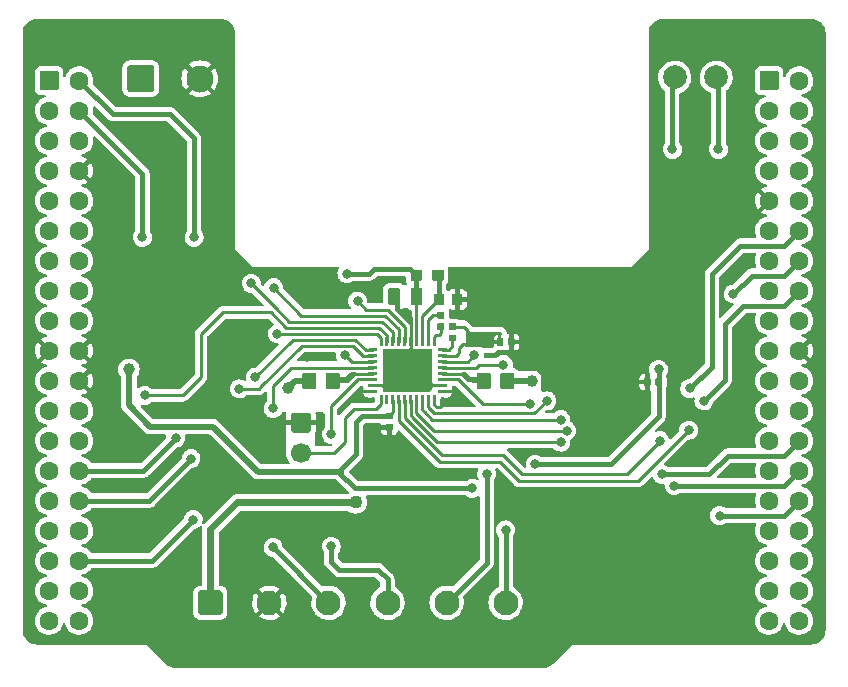
<source format=gbr>
%TF.GenerationSoftware,KiCad,Pcbnew,(6.0.11)*%
%TF.CreationDate,2024-08-05T21:32:57+07:00*%
%TF.ProjectId,Stepper_Motor_Expansion_Brd_revA,53746570-7065-4725-9f4d-6f746f725f45,rev?*%
%TF.SameCoordinates,PX5f5e100PY5f5e100*%
%TF.FileFunction,Copper,L2,Bot*%
%TF.FilePolarity,Positive*%
%FSLAX46Y46*%
G04 Gerber Fmt 4.6, Leading zero omitted, Abs format (unit mm)*
G04 Created by KiCad (PCBNEW (6.0.11)) date 2024-08-05 21:32:57*
%MOMM*%
%LPD*%
G01*
G04 APERTURE LIST*
%TA.AperFunction,ComponentPad*%
%ADD10C,2.100000*%
%TD*%
%TA.AperFunction,ComponentPad*%
%ADD11C,2.300000*%
%TD*%
%TA.AperFunction,ComponentPad*%
%ADD12C,2.000000*%
%TD*%
%TA.AperFunction,ComponentPad*%
%ADD13C,1.700000*%
%TD*%
%TA.AperFunction,ComponentPad*%
%ADD14C,1.600000*%
%TD*%
%TA.AperFunction,ViaPad*%
%ADD15C,0.800000*%
%TD*%
%TA.AperFunction,ViaPad*%
%ADD16C,1.000000*%
%TD*%
%TA.AperFunction,ViaPad*%
%ADD17C,1.100000*%
%TD*%
%TA.AperFunction,Conductor*%
%ADD18C,0.400000*%
%TD*%
%TA.AperFunction,Conductor*%
%ADD19C,0.250000*%
%TD*%
%TA.AperFunction,Conductor*%
%ADD20C,0.500000*%
%TD*%
%TA.AperFunction,Conductor*%
%ADD21C,0.600000*%
%TD*%
G04 APERTURE END LIST*
%TA.AperFunction,ComponentPad*%
G36*
G01*
X15850000Y5710000D02*
X15850000Y7390000D01*
G75*
G02*
X16060000Y7600000I210000J0D01*
G01*
X17740000Y7600000D01*
G75*
G02*
X17950000Y7390000I0J-210000D01*
G01*
X17950000Y5710000D01*
G75*
G02*
X17740000Y5500000I-210000J0D01*
G01*
X16060000Y5500000D01*
G75*
G02*
X15850000Y5710000I0J210000D01*
G01*
G37*
%TD.AperFunction*%
D10*
X21900000Y6550000D03*
X26900000Y6550000D03*
X31900000Y6550000D03*
X36900000Y6550000D03*
X41900000Y6550000D03*
%TA.AperFunction,ComponentPad*%
G36*
G01*
X9860000Y50000000D02*
X9860000Y51840000D01*
G75*
G02*
X10090000Y52070000I230000J0D01*
G01*
X11930000Y52070000D01*
G75*
G02*
X12160000Y51840000I0J-230000D01*
G01*
X12160000Y50000000D01*
G75*
G02*
X11930000Y49770000I-230000J0D01*
G01*
X10090000Y49770000D01*
G75*
G02*
X9860000Y50000000I0J230000D01*
G01*
G37*
%TD.AperFunction*%
D11*
X16010000Y50920000D03*
D12*
X56220000Y51040000D03*
X59720000Y51040000D03*
%TA.AperFunction,ComponentPad*%
G36*
G01*
X23710000Y21120000D02*
X23710000Y22480000D01*
G75*
G02*
X23880000Y22650000I170000J0D01*
G01*
X25240000Y22650000D01*
G75*
G02*
X25410000Y22480000I0J-170000D01*
G01*
X25410000Y21120000D01*
G75*
G02*
X25240000Y20950000I-170000J0D01*
G01*
X23880000Y20950000D01*
G75*
G02*
X23710000Y21120000I0J170000D01*
G01*
G37*
%TD.AperFunction*%
D13*
X24560000Y19260000D03*
%TA.AperFunction,SMDPad,CuDef*%
G36*
G01*
X39450000Y24750000D02*
X39450000Y25910000D01*
G75*
G02*
X39570000Y26030000I120000J0D01*
G01*
X40530000Y26030000D01*
G75*
G02*
X40650000Y25910000I0J-120000D01*
G01*
X40650000Y24750000D01*
G75*
G02*
X40530000Y24630000I-120000J0D01*
G01*
X39570000Y24630000D01*
G75*
G02*
X39450000Y24750000I0J120000D01*
G01*
G37*
%TD.AperFunction*%
%TA.AperFunction,SMDPad,CuDef*%
G36*
G01*
X41450000Y24750000D02*
X41450000Y25910000D01*
G75*
G02*
X41570000Y26030000I120000J0D01*
G01*
X42530000Y26030000D01*
G75*
G02*
X42650000Y25910000I0J-120000D01*
G01*
X42650000Y24750000D01*
G75*
G02*
X42530000Y24630000I-120000J0D01*
G01*
X41570000Y24630000D01*
G75*
G02*
X41450000Y24750000I0J120000D01*
G01*
G37*
%TD.AperFunction*%
%TA.AperFunction,SMDPad,CuDef*%
G36*
G01*
X35795000Y31855000D02*
X35795000Y32625000D01*
G75*
G02*
X35885000Y32715000I90000J0D01*
G01*
X36605000Y32715000D01*
G75*
G02*
X36695000Y32625000I0J-90000D01*
G01*
X36695000Y31855000D01*
G75*
G02*
X36605000Y31765000I-90000J0D01*
G01*
X35885000Y31765000D01*
G75*
G02*
X35795000Y31855000I0J90000D01*
G01*
G37*
%TD.AperFunction*%
%TA.AperFunction,SMDPad,CuDef*%
G36*
G01*
X37345000Y31855000D02*
X37345000Y32625000D01*
G75*
G02*
X37435000Y32715000I90000J0D01*
G01*
X38155000Y32715000D01*
G75*
G02*
X38245000Y32625000I0J-90000D01*
G01*
X38245000Y31855000D01*
G75*
G02*
X38155000Y31765000I-90000J0D01*
G01*
X37435000Y31765000D01*
G75*
G02*
X37345000Y31855000I0J90000D01*
G01*
G37*
%TD.AperFunction*%
%TA.AperFunction,ComponentPad*%
G36*
G01*
X3970000Y49960000D02*
X2530000Y49960000D01*
G75*
G02*
X2450000Y50040000I0J80000D01*
G01*
X2450000Y51480000D01*
G75*
G02*
X2530000Y51560000I80000J0D01*
G01*
X3970000Y51560000D01*
G75*
G02*
X4050000Y51480000I0J-80000D01*
G01*
X4050000Y50040000D01*
G75*
G02*
X3970000Y49960000I-80000J0D01*
G01*
G37*
%TD.AperFunction*%
D14*
X5790000Y50760000D03*
X3250000Y48220000D03*
X5790000Y48220000D03*
X3250000Y45680000D03*
X5790000Y45680000D03*
X3250000Y43140000D03*
X5790000Y43140000D03*
X3250000Y40600000D03*
X5790000Y40600000D03*
X3250000Y38060000D03*
X5790000Y38060000D03*
X3250000Y35520000D03*
X5790000Y35520000D03*
X3250000Y32980000D03*
X5790000Y32980000D03*
X3250000Y30440000D03*
X5790000Y30440000D03*
X3250000Y27900000D03*
X5790000Y27900000D03*
X3250000Y25360000D03*
X5790000Y25360000D03*
X3250000Y22820000D03*
X5790000Y22820000D03*
X3250000Y20280000D03*
X5790000Y20280000D03*
X3250000Y17740000D03*
X5790000Y17740000D03*
X3250000Y15200000D03*
X5790000Y15200000D03*
X3250000Y12660000D03*
X5790000Y12660000D03*
X3250000Y10120000D03*
X5790000Y10120000D03*
X3250000Y7580000D03*
X5790000Y7580000D03*
X3250000Y5040000D03*
X5790000Y5040000D03*
%TA.AperFunction,SMDPad,CuDef*%
G36*
G01*
X33860000Y33900000D02*
X33860000Y34660000D01*
G75*
G02*
X33955000Y34755000I95000J0D01*
G01*
X34740000Y34755000D01*
G75*
G02*
X34835000Y34660000I0J-95000D01*
G01*
X34835000Y33900000D01*
G75*
G02*
X34740000Y33805000I-95000J0D01*
G01*
X33955000Y33805000D01*
G75*
G02*
X33860000Y33900000I0J95000D01*
G01*
G37*
%TD.AperFunction*%
%TA.AperFunction,SMDPad,CuDef*%
G36*
G01*
X35685000Y33900000D02*
X35685000Y34660000D01*
G75*
G02*
X35780000Y34755000I95000J0D01*
G01*
X36565000Y34755000D01*
G75*
G02*
X36660000Y34660000I0J-95000D01*
G01*
X36660000Y33900000D01*
G75*
G02*
X36565000Y33805000I-95000J0D01*
G01*
X35780000Y33805000D01*
G75*
G02*
X35685000Y33900000I0J95000D01*
G01*
G37*
%TD.AperFunction*%
%TA.AperFunction,SMDPad,CuDef*%
G36*
G01*
X53610000Y24986000D02*
X53610000Y25494000D01*
G75*
G02*
X53666000Y25550000I56000J0D01*
G01*
X54114000Y25550000D01*
G75*
G02*
X54170000Y25494000I0J-56000D01*
G01*
X54170000Y24986000D01*
G75*
G02*
X54114000Y24930000I-56000J0D01*
G01*
X53666000Y24930000D01*
G75*
G02*
X53610000Y24986000I0J56000D01*
G01*
G37*
%TD.AperFunction*%
%TA.AperFunction,SMDPad,CuDef*%
G36*
G01*
X54570000Y24986000D02*
X54570000Y25494000D01*
G75*
G02*
X54626000Y25550000I56000J0D01*
G01*
X55074000Y25550000D01*
G75*
G02*
X55130000Y25494000I0J-56000D01*
G01*
X55130000Y24986000D01*
G75*
G02*
X55074000Y24930000I-56000J0D01*
G01*
X54626000Y24930000D01*
G75*
G02*
X54570000Y24986000I0J56000D01*
G01*
G37*
%TD.AperFunction*%
%TA.AperFunction,SMDPad,CuDef*%
G36*
G01*
X35938900Y23360000D02*
X35761100Y23360000D01*
G75*
G02*
X35723000Y23398100I0J38100D01*
G01*
X35723000Y24101900D01*
G75*
G02*
X35761100Y24140000I38100J0D01*
G01*
X35938900Y24140000D01*
G75*
G02*
X35977000Y24101900I0J-38100D01*
G01*
X35977000Y23398100D01*
G75*
G02*
X35938900Y23360000I-38100J0D01*
G01*
G37*
%TD.AperFunction*%
%TA.AperFunction,SMDPad,CuDef*%
G36*
G01*
X35438900Y23360000D02*
X35261100Y23360000D01*
G75*
G02*
X35223000Y23398100I0J38100D01*
G01*
X35223000Y24101900D01*
G75*
G02*
X35261100Y24140000I38100J0D01*
G01*
X35438900Y24140000D01*
G75*
G02*
X35477000Y24101900I0J-38100D01*
G01*
X35477000Y23398100D01*
G75*
G02*
X35438900Y23360000I-38100J0D01*
G01*
G37*
%TD.AperFunction*%
%TA.AperFunction,SMDPad,CuDef*%
G36*
G01*
X34938900Y23360000D02*
X34761100Y23360000D01*
G75*
G02*
X34723000Y23398100I0J38100D01*
G01*
X34723000Y24101900D01*
G75*
G02*
X34761100Y24140000I38100J0D01*
G01*
X34938900Y24140000D01*
G75*
G02*
X34977000Y24101900I0J-38100D01*
G01*
X34977000Y23398100D01*
G75*
G02*
X34938900Y23360000I-38100J0D01*
G01*
G37*
%TD.AperFunction*%
%TA.AperFunction,SMDPad,CuDef*%
G36*
G01*
X34438900Y23360000D02*
X34261100Y23360000D01*
G75*
G02*
X34223000Y23398100I0J38100D01*
G01*
X34223000Y24101900D01*
G75*
G02*
X34261100Y24140000I38100J0D01*
G01*
X34438900Y24140000D01*
G75*
G02*
X34477000Y24101900I0J-38100D01*
G01*
X34477000Y23398100D01*
G75*
G02*
X34438900Y23360000I-38100J0D01*
G01*
G37*
%TD.AperFunction*%
%TA.AperFunction,SMDPad,CuDef*%
G36*
G01*
X33938900Y23360000D02*
X33761100Y23360000D01*
G75*
G02*
X33723000Y23398100I0J38100D01*
G01*
X33723000Y24101900D01*
G75*
G02*
X33761100Y24140000I38100J0D01*
G01*
X33938900Y24140000D01*
G75*
G02*
X33977000Y24101900I0J-38100D01*
G01*
X33977000Y23398100D01*
G75*
G02*
X33938900Y23360000I-38100J0D01*
G01*
G37*
%TD.AperFunction*%
%TA.AperFunction,SMDPad,CuDef*%
G36*
G01*
X33438900Y23360000D02*
X33261100Y23360000D01*
G75*
G02*
X33223000Y23398100I0J38100D01*
G01*
X33223000Y24101900D01*
G75*
G02*
X33261100Y24140000I38100J0D01*
G01*
X33438900Y24140000D01*
G75*
G02*
X33477000Y24101900I0J-38100D01*
G01*
X33477000Y23398100D01*
G75*
G02*
X33438900Y23360000I-38100J0D01*
G01*
G37*
%TD.AperFunction*%
%TA.AperFunction,SMDPad,CuDef*%
G36*
G01*
X32938900Y23360000D02*
X32761100Y23360000D01*
G75*
G02*
X32723000Y23398100I0J38100D01*
G01*
X32723000Y24101900D01*
G75*
G02*
X32761100Y24140000I38100J0D01*
G01*
X32938900Y24140000D01*
G75*
G02*
X32977000Y24101900I0J-38100D01*
G01*
X32977000Y23398100D01*
G75*
G02*
X32938900Y23360000I-38100J0D01*
G01*
G37*
%TD.AperFunction*%
%TA.AperFunction,SMDPad,CuDef*%
G36*
G01*
X32438900Y23360000D02*
X32261100Y23360000D01*
G75*
G02*
X32223000Y23398100I0J38100D01*
G01*
X32223000Y24101900D01*
G75*
G02*
X32261100Y24140000I38100J0D01*
G01*
X32438900Y24140000D01*
G75*
G02*
X32477000Y24101900I0J-38100D01*
G01*
X32477000Y23398100D01*
G75*
G02*
X32438900Y23360000I-38100J0D01*
G01*
G37*
%TD.AperFunction*%
%TA.AperFunction,SMDPad,CuDef*%
G36*
G01*
X31938900Y23360000D02*
X31761100Y23360000D01*
G75*
G02*
X31723000Y23398100I0J38100D01*
G01*
X31723000Y24101900D01*
G75*
G02*
X31761100Y24140000I38100J0D01*
G01*
X31938900Y24140000D01*
G75*
G02*
X31977000Y24101900I0J-38100D01*
G01*
X31977000Y23398100D01*
G75*
G02*
X31938900Y23360000I-38100J0D01*
G01*
G37*
%TD.AperFunction*%
%TA.AperFunction,SMDPad,CuDef*%
G36*
G01*
X31438900Y23360000D02*
X31261100Y23360000D01*
G75*
G02*
X31223000Y23398100I0J38100D01*
G01*
X31223000Y24101900D01*
G75*
G02*
X31261100Y24140000I38100J0D01*
G01*
X31438900Y24140000D01*
G75*
G02*
X31477000Y24101900I0J-38100D01*
G01*
X31477000Y23398100D01*
G75*
G02*
X31438900Y23360000I-38100J0D01*
G01*
G37*
%TD.AperFunction*%
%TA.AperFunction,SMDPad,CuDef*%
G36*
G01*
X31001900Y24323000D02*
X30298100Y24323000D01*
G75*
G02*
X30260000Y24361100I0J38100D01*
G01*
X30260000Y24538900D01*
G75*
G02*
X30298100Y24577000I38100J0D01*
G01*
X31001900Y24577000D01*
G75*
G02*
X31040000Y24538900I0J-38100D01*
G01*
X31040000Y24361100D01*
G75*
G02*
X31001900Y24323000I-38100J0D01*
G01*
G37*
%TD.AperFunction*%
%TA.AperFunction,SMDPad,CuDef*%
G36*
G01*
X31001900Y24823000D02*
X30298100Y24823000D01*
G75*
G02*
X30260000Y24861100I0J38100D01*
G01*
X30260000Y25038900D01*
G75*
G02*
X30298100Y25077000I38100J0D01*
G01*
X31001900Y25077000D01*
G75*
G02*
X31040000Y25038900I0J-38100D01*
G01*
X31040000Y24861100D01*
G75*
G02*
X31001900Y24823000I-38100J0D01*
G01*
G37*
%TD.AperFunction*%
%TA.AperFunction,SMDPad,CuDef*%
G36*
G01*
X31001900Y25323000D02*
X30298100Y25323000D01*
G75*
G02*
X30260000Y25361100I0J38100D01*
G01*
X30260000Y25538900D01*
G75*
G02*
X30298100Y25577000I38100J0D01*
G01*
X31001900Y25577000D01*
G75*
G02*
X31040000Y25538900I0J-38100D01*
G01*
X31040000Y25361100D01*
G75*
G02*
X31001900Y25323000I-38100J0D01*
G01*
G37*
%TD.AperFunction*%
%TA.AperFunction,SMDPad,CuDef*%
G36*
G01*
X31001900Y25823000D02*
X30298100Y25823000D01*
G75*
G02*
X30260000Y25861100I0J38100D01*
G01*
X30260000Y26038900D01*
G75*
G02*
X30298100Y26077000I38100J0D01*
G01*
X31001900Y26077000D01*
G75*
G02*
X31040000Y26038900I0J-38100D01*
G01*
X31040000Y25861100D01*
G75*
G02*
X31001900Y25823000I-38100J0D01*
G01*
G37*
%TD.AperFunction*%
%TA.AperFunction,SMDPad,CuDef*%
G36*
G01*
X31001900Y26323000D02*
X30298100Y26323000D01*
G75*
G02*
X30260000Y26361100I0J38100D01*
G01*
X30260000Y26538900D01*
G75*
G02*
X30298100Y26577000I38100J0D01*
G01*
X31001900Y26577000D01*
G75*
G02*
X31040000Y26538900I0J-38100D01*
G01*
X31040000Y26361100D01*
G75*
G02*
X31001900Y26323000I-38100J0D01*
G01*
G37*
%TD.AperFunction*%
%TA.AperFunction,SMDPad,CuDef*%
G36*
G01*
X31001900Y26823000D02*
X30298100Y26823000D01*
G75*
G02*
X30260000Y26861100I0J38100D01*
G01*
X30260000Y27038900D01*
G75*
G02*
X30298100Y27077000I38100J0D01*
G01*
X31001900Y27077000D01*
G75*
G02*
X31040000Y27038900I0J-38100D01*
G01*
X31040000Y26861100D01*
G75*
G02*
X31001900Y26823000I-38100J0D01*
G01*
G37*
%TD.AperFunction*%
%TA.AperFunction,SMDPad,CuDef*%
G36*
G01*
X31001900Y27323000D02*
X30298100Y27323000D01*
G75*
G02*
X30260000Y27361100I0J38100D01*
G01*
X30260000Y27538900D01*
G75*
G02*
X30298100Y27577000I38100J0D01*
G01*
X31001900Y27577000D01*
G75*
G02*
X31040000Y27538900I0J-38100D01*
G01*
X31040000Y27361100D01*
G75*
G02*
X31001900Y27323000I-38100J0D01*
G01*
G37*
%TD.AperFunction*%
%TA.AperFunction,SMDPad,CuDef*%
G36*
G01*
X31001900Y27823000D02*
X30298100Y27823000D01*
G75*
G02*
X30260000Y27861100I0J38100D01*
G01*
X30260000Y28038900D01*
G75*
G02*
X30298100Y28077000I38100J0D01*
G01*
X31001900Y28077000D01*
G75*
G02*
X31040000Y28038900I0J-38100D01*
G01*
X31040000Y27861100D01*
G75*
G02*
X31001900Y27823000I-38100J0D01*
G01*
G37*
%TD.AperFunction*%
%TA.AperFunction,SMDPad,CuDef*%
G36*
G01*
X31438900Y28260000D02*
X31261100Y28260000D01*
G75*
G02*
X31223000Y28298100I0J38100D01*
G01*
X31223000Y29001900D01*
G75*
G02*
X31261100Y29040000I38100J0D01*
G01*
X31438900Y29040000D01*
G75*
G02*
X31477000Y29001900I0J-38100D01*
G01*
X31477000Y28298100D01*
G75*
G02*
X31438900Y28260000I-38100J0D01*
G01*
G37*
%TD.AperFunction*%
%TA.AperFunction,SMDPad,CuDef*%
G36*
G01*
X31938900Y28260000D02*
X31761100Y28260000D01*
G75*
G02*
X31723000Y28298100I0J38100D01*
G01*
X31723000Y29001900D01*
G75*
G02*
X31761100Y29040000I38100J0D01*
G01*
X31938900Y29040000D01*
G75*
G02*
X31977000Y29001900I0J-38100D01*
G01*
X31977000Y28298100D01*
G75*
G02*
X31938900Y28260000I-38100J0D01*
G01*
G37*
%TD.AperFunction*%
%TA.AperFunction,SMDPad,CuDef*%
G36*
G01*
X32438900Y28260000D02*
X32261100Y28260000D01*
G75*
G02*
X32223000Y28298100I0J38100D01*
G01*
X32223000Y29001900D01*
G75*
G02*
X32261100Y29040000I38100J0D01*
G01*
X32438900Y29040000D01*
G75*
G02*
X32477000Y29001900I0J-38100D01*
G01*
X32477000Y28298100D01*
G75*
G02*
X32438900Y28260000I-38100J0D01*
G01*
G37*
%TD.AperFunction*%
%TA.AperFunction,SMDPad,CuDef*%
G36*
G01*
X32938900Y28260000D02*
X32761100Y28260000D01*
G75*
G02*
X32723000Y28298100I0J38100D01*
G01*
X32723000Y29001900D01*
G75*
G02*
X32761100Y29040000I38100J0D01*
G01*
X32938900Y29040000D01*
G75*
G02*
X32977000Y29001900I0J-38100D01*
G01*
X32977000Y28298100D01*
G75*
G02*
X32938900Y28260000I-38100J0D01*
G01*
G37*
%TD.AperFunction*%
%TA.AperFunction,SMDPad,CuDef*%
G36*
G01*
X33438900Y28260000D02*
X33261100Y28260000D01*
G75*
G02*
X33223000Y28298100I0J38100D01*
G01*
X33223000Y29001900D01*
G75*
G02*
X33261100Y29040000I38100J0D01*
G01*
X33438900Y29040000D01*
G75*
G02*
X33477000Y29001900I0J-38100D01*
G01*
X33477000Y28298100D01*
G75*
G02*
X33438900Y28260000I-38100J0D01*
G01*
G37*
%TD.AperFunction*%
%TA.AperFunction,SMDPad,CuDef*%
G36*
G01*
X33938900Y28260000D02*
X33761100Y28260000D01*
G75*
G02*
X33723000Y28298100I0J38100D01*
G01*
X33723000Y29001900D01*
G75*
G02*
X33761100Y29040000I38100J0D01*
G01*
X33938900Y29040000D01*
G75*
G02*
X33977000Y29001900I0J-38100D01*
G01*
X33977000Y28298100D01*
G75*
G02*
X33938900Y28260000I-38100J0D01*
G01*
G37*
%TD.AperFunction*%
%TA.AperFunction,SMDPad,CuDef*%
G36*
G01*
X34438900Y28260000D02*
X34261100Y28260000D01*
G75*
G02*
X34223000Y28298100I0J38100D01*
G01*
X34223000Y29001900D01*
G75*
G02*
X34261100Y29040000I38100J0D01*
G01*
X34438900Y29040000D01*
G75*
G02*
X34477000Y29001900I0J-38100D01*
G01*
X34477000Y28298100D01*
G75*
G02*
X34438900Y28260000I-38100J0D01*
G01*
G37*
%TD.AperFunction*%
%TA.AperFunction,SMDPad,CuDef*%
G36*
G01*
X34938900Y28260000D02*
X34761100Y28260000D01*
G75*
G02*
X34723000Y28298100I0J38100D01*
G01*
X34723000Y29001900D01*
G75*
G02*
X34761100Y29040000I38100J0D01*
G01*
X34938900Y29040000D01*
G75*
G02*
X34977000Y29001900I0J-38100D01*
G01*
X34977000Y28298100D01*
G75*
G02*
X34938900Y28260000I-38100J0D01*
G01*
G37*
%TD.AperFunction*%
%TA.AperFunction,SMDPad,CuDef*%
G36*
G01*
X35438900Y28260000D02*
X35261100Y28260000D01*
G75*
G02*
X35223000Y28298100I0J38100D01*
G01*
X35223000Y29001900D01*
G75*
G02*
X35261100Y29040000I38100J0D01*
G01*
X35438900Y29040000D01*
G75*
G02*
X35477000Y29001900I0J-38100D01*
G01*
X35477000Y28298100D01*
G75*
G02*
X35438900Y28260000I-38100J0D01*
G01*
G37*
%TD.AperFunction*%
%TA.AperFunction,SMDPad,CuDef*%
G36*
G01*
X35938900Y28260000D02*
X35761100Y28260000D01*
G75*
G02*
X35723000Y28298100I0J38100D01*
G01*
X35723000Y29001900D01*
G75*
G02*
X35761100Y29040000I38100J0D01*
G01*
X35938900Y29040000D01*
G75*
G02*
X35977000Y29001900I0J-38100D01*
G01*
X35977000Y28298100D01*
G75*
G02*
X35938900Y28260000I-38100J0D01*
G01*
G37*
%TD.AperFunction*%
%TA.AperFunction,SMDPad,CuDef*%
G36*
G01*
X36901900Y27823000D02*
X36198100Y27823000D01*
G75*
G02*
X36160000Y27861100I0J38100D01*
G01*
X36160000Y28038900D01*
G75*
G02*
X36198100Y28077000I38100J0D01*
G01*
X36901900Y28077000D01*
G75*
G02*
X36940000Y28038900I0J-38100D01*
G01*
X36940000Y27861100D01*
G75*
G02*
X36901900Y27823000I-38100J0D01*
G01*
G37*
%TD.AperFunction*%
%TA.AperFunction,SMDPad,CuDef*%
G36*
G01*
X36901900Y27323000D02*
X36198100Y27323000D01*
G75*
G02*
X36160000Y27361100I0J38100D01*
G01*
X36160000Y27538900D01*
G75*
G02*
X36198100Y27577000I38100J0D01*
G01*
X36901900Y27577000D01*
G75*
G02*
X36940000Y27538900I0J-38100D01*
G01*
X36940000Y27361100D01*
G75*
G02*
X36901900Y27323000I-38100J0D01*
G01*
G37*
%TD.AperFunction*%
%TA.AperFunction,SMDPad,CuDef*%
G36*
G01*
X36901900Y26823000D02*
X36198100Y26823000D01*
G75*
G02*
X36160000Y26861100I0J38100D01*
G01*
X36160000Y27038900D01*
G75*
G02*
X36198100Y27077000I38100J0D01*
G01*
X36901900Y27077000D01*
G75*
G02*
X36940000Y27038900I0J-38100D01*
G01*
X36940000Y26861100D01*
G75*
G02*
X36901900Y26823000I-38100J0D01*
G01*
G37*
%TD.AperFunction*%
%TA.AperFunction,SMDPad,CuDef*%
G36*
G01*
X36901900Y26323000D02*
X36198100Y26323000D01*
G75*
G02*
X36160000Y26361100I0J38100D01*
G01*
X36160000Y26538900D01*
G75*
G02*
X36198100Y26577000I38100J0D01*
G01*
X36901900Y26577000D01*
G75*
G02*
X36940000Y26538900I0J-38100D01*
G01*
X36940000Y26361100D01*
G75*
G02*
X36901900Y26323000I-38100J0D01*
G01*
G37*
%TD.AperFunction*%
%TA.AperFunction,SMDPad,CuDef*%
G36*
G01*
X36901900Y25823000D02*
X36198100Y25823000D01*
G75*
G02*
X36160000Y25861100I0J38100D01*
G01*
X36160000Y26038900D01*
G75*
G02*
X36198100Y26077000I38100J0D01*
G01*
X36901900Y26077000D01*
G75*
G02*
X36940000Y26038900I0J-38100D01*
G01*
X36940000Y25861100D01*
G75*
G02*
X36901900Y25823000I-38100J0D01*
G01*
G37*
%TD.AperFunction*%
%TA.AperFunction,SMDPad,CuDef*%
G36*
G01*
X36901900Y25323000D02*
X36198100Y25323000D01*
G75*
G02*
X36160000Y25361100I0J38100D01*
G01*
X36160000Y25538900D01*
G75*
G02*
X36198100Y25577000I38100J0D01*
G01*
X36901900Y25577000D01*
G75*
G02*
X36940000Y25538900I0J-38100D01*
G01*
X36940000Y25361100D01*
G75*
G02*
X36901900Y25323000I-38100J0D01*
G01*
G37*
%TD.AperFunction*%
%TA.AperFunction,SMDPad,CuDef*%
G36*
G01*
X36901900Y24823000D02*
X36198100Y24823000D01*
G75*
G02*
X36160000Y24861100I0J38100D01*
G01*
X36160000Y25038900D01*
G75*
G02*
X36198100Y25077000I38100J0D01*
G01*
X36901900Y25077000D01*
G75*
G02*
X36940000Y25038900I0J-38100D01*
G01*
X36940000Y24861100D01*
G75*
G02*
X36901900Y24823000I-38100J0D01*
G01*
G37*
%TD.AperFunction*%
%TA.AperFunction,SMDPad,CuDef*%
G36*
G01*
X36901900Y24323000D02*
X36198100Y24323000D01*
G75*
G02*
X36160000Y24361100I0J38100D01*
G01*
X36160000Y24538900D01*
G75*
G02*
X36198100Y24577000I38100J0D01*
G01*
X36901900Y24577000D01*
G75*
G02*
X36940000Y24538900I0J-38100D01*
G01*
X36940000Y24361100D01*
G75*
G02*
X36901900Y24323000I-38100J0D01*
G01*
G37*
%TD.AperFunction*%
%TA.AperFunction,SMDPad,CuDef*%
G36*
X31546464Y28003536D02*
G01*
X31550000Y28005000D01*
X35650000Y28005000D01*
X35653536Y28003536D01*
X35655000Y28000000D01*
X35655000Y24650000D01*
X35653534Y24646463D01*
X35403536Y24396464D01*
X35399998Y24395000D01*
X31550000Y24395000D01*
X31546464Y24396464D01*
X31545000Y24400000D01*
X31545000Y28000000D01*
X31546464Y28003536D01*
G37*
%TD.AperFunction*%
%TA.AperFunction,SMDPad,CuDef*%
G36*
G01*
X27870000Y25900000D02*
X27870000Y24740000D01*
G75*
G02*
X27750000Y24620000I-120000J0D01*
G01*
X26790000Y24620000D01*
G75*
G02*
X26670000Y24740000I0J120000D01*
G01*
X26670000Y25900000D01*
G75*
G02*
X26790000Y26020000I120000J0D01*
G01*
X27750000Y26020000D01*
G75*
G02*
X27870000Y25900000I0J-120000D01*
G01*
G37*
%TD.AperFunction*%
%TA.AperFunction,SMDPad,CuDef*%
G36*
G01*
X25870000Y25900000D02*
X25870000Y24740000D01*
G75*
G02*
X25750000Y24620000I-120000J0D01*
G01*
X24790000Y24620000D01*
G75*
G02*
X24670000Y24740000I0J120000D01*
G01*
X24670000Y25900000D01*
G75*
G02*
X24790000Y26020000I120000J0D01*
G01*
X25750000Y26020000D01*
G75*
G02*
X25870000Y25900000I0J-120000D01*
G01*
G37*
%TD.AperFunction*%
%TA.AperFunction,SMDPad,CuDef*%
G36*
G01*
X37644000Y28690000D02*
X37136000Y28690000D01*
G75*
G02*
X37080000Y28746000I0J56000D01*
G01*
X37080000Y29194000D01*
G75*
G02*
X37136000Y29250000I56000J0D01*
G01*
X37644000Y29250000D01*
G75*
G02*
X37700000Y29194000I0J-56000D01*
G01*
X37700000Y28746000D01*
G75*
G02*
X37644000Y28690000I-56000J0D01*
G01*
G37*
%TD.AperFunction*%
%TA.AperFunction,SMDPad,CuDef*%
G36*
G01*
X37644000Y29650000D02*
X37136000Y29650000D01*
G75*
G02*
X37080000Y29706000I0J56000D01*
G01*
X37080000Y30154000D01*
G75*
G02*
X37136000Y30210000I56000J0D01*
G01*
X37644000Y30210000D01*
G75*
G02*
X37700000Y30154000I0J-56000D01*
G01*
X37700000Y29706000D01*
G75*
G02*
X37644000Y29650000I-56000J0D01*
G01*
G37*
%TD.AperFunction*%
%TA.AperFunction,SMDPad,CuDef*%
G36*
G01*
X36664000Y29640000D02*
X36156000Y29640000D01*
G75*
G02*
X36100000Y29696000I0J56000D01*
G01*
X36100000Y30144000D01*
G75*
G02*
X36156000Y30200000I56000J0D01*
G01*
X36664000Y30200000D01*
G75*
G02*
X36720000Y30144000I0J-56000D01*
G01*
X36720000Y29696000D01*
G75*
G02*
X36664000Y29640000I-56000J0D01*
G01*
G37*
%TD.AperFunction*%
%TA.AperFunction,SMDPad,CuDef*%
G36*
G01*
X36664000Y30600000D02*
X36156000Y30600000D01*
G75*
G02*
X36100000Y30656000I0J56000D01*
G01*
X36100000Y31104000D01*
G75*
G02*
X36156000Y31160000I56000J0D01*
G01*
X36664000Y31160000D01*
G75*
G02*
X36720000Y31104000I0J-56000D01*
G01*
X36720000Y30656000D01*
G75*
G02*
X36664000Y30600000I-56000J0D01*
G01*
G37*
%TD.AperFunction*%
%TA.AperFunction,ComponentPad*%
G36*
G01*
X64930000Y49960000D02*
X63490000Y49960000D01*
G75*
G02*
X63410000Y50040000I0J80000D01*
G01*
X63410000Y51480000D01*
G75*
G02*
X63490000Y51560000I80000J0D01*
G01*
X64930000Y51560000D01*
G75*
G02*
X65010000Y51480000I0J-80000D01*
G01*
X65010000Y50040000D01*
G75*
G02*
X64930000Y49960000I-80000J0D01*
G01*
G37*
%TD.AperFunction*%
X66750000Y50760000D03*
X64210000Y48220000D03*
X66750000Y48220000D03*
X64210000Y45680000D03*
X66750000Y45680000D03*
X64210000Y43140000D03*
X66750000Y43140000D03*
X64210000Y40600000D03*
X66750000Y40600000D03*
X64210000Y38060000D03*
X66750000Y38060000D03*
X64210000Y35520000D03*
X66750000Y35520000D03*
X64210000Y32980000D03*
X66750000Y32980000D03*
X64210000Y30440000D03*
X66750000Y30440000D03*
X64210000Y27900000D03*
X66750000Y27900000D03*
X64210000Y25360000D03*
X66750000Y25360000D03*
X64210000Y22820000D03*
X66750000Y22820000D03*
X64210000Y20280000D03*
X66750000Y20280000D03*
X64210000Y17740000D03*
X66750000Y17740000D03*
X64210000Y15200000D03*
X66750000Y15200000D03*
X64210000Y12660000D03*
X66750000Y12660000D03*
X64210000Y10120000D03*
X66750000Y10120000D03*
X64210000Y7580000D03*
X66750000Y7580000D03*
X64210000Y5040000D03*
X66750000Y5040000D03*
%TA.AperFunction,SMDPad,CuDef*%
G36*
G01*
X41140000Y28376000D02*
X41140000Y28884000D01*
G75*
G02*
X41196000Y28940000I56000J0D01*
G01*
X41644000Y28940000D01*
G75*
G02*
X41700000Y28884000I0J-56000D01*
G01*
X41700000Y28376000D01*
G75*
G02*
X41644000Y28320000I-56000J0D01*
G01*
X41196000Y28320000D01*
G75*
G02*
X41140000Y28376000I0J56000D01*
G01*
G37*
%TD.AperFunction*%
%TA.AperFunction,SMDPad,CuDef*%
G36*
G01*
X42100000Y28376000D02*
X42100000Y28884000D01*
G75*
G02*
X42156000Y28940000I56000J0D01*
G01*
X42604000Y28940000D01*
G75*
G02*
X42660000Y28884000I0J-56000D01*
G01*
X42660000Y28376000D01*
G75*
G02*
X42604000Y28320000I-56000J0D01*
G01*
X42156000Y28320000D01*
G75*
G02*
X42100000Y28376000I0J56000D01*
G01*
G37*
%TD.AperFunction*%
%TA.AperFunction,SMDPad,CuDef*%
G36*
G01*
X34850000Y33115000D02*
X34850000Y31865000D01*
G75*
G02*
X34750000Y31765000I-100000J0D01*
G01*
X33950000Y31765000D01*
G75*
G02*
X33850000Y31865000I0J100000D01*
G01*
X33850000Y33115000D01*
G75*
G02*
X33950000Y33215000I100000J0D01*
G01*
X34750000Y33215000D01*
G75*
G02*
X34850000Y33115000I0J-100000D01*
G01*
G37*
%TD.AperFunction*%
%TA.AperFunction,SMDPad,CuDef*%
G36*
G01*
X32950000Y33115000D02*
X32950000Y31865000D01*
G75*
G02*
X32850000Y31765000I-100000J0D01*
G01*
X32050000Y31765000D01*
G75*
G02*
X31950000Y31865000I0J100000D01*
G01*
X31950000Y33115000D01*
G75*
G02*
X32050000Y33215000I100000J0D01*
G01*
X32850000Y33215000D01*
G75*
G02*
X32950000Y33115000I0J-100000D01*
G01*
G37*
%TD.AperFunction*%
%TA.AperFunction,SMDPad,CuDef*%
G36*
G01*
X31786000Y22650000D02*
X32294000Y22650000D01*
G75*
G02*
X32350000Y22594000I0J-56000D01*
G01*
X32350000Y22146000D01*
G75*
G02*
X32294000Y22090000I-56000J0D01*
G01*
X31786000Y22090000D01*
G75*
G02*
X31730000Y22146000I0J56000D01*
G01*
X31730000Y22594000D01*
G75*
G02*
X31786000Y22650000I56000J0D01*
G01*
G37*
%TD.AperFunction*%
%TA.AperFunction,SMDPad,CuDef*%
G36*
G01*
X31786000Y21690000D02*
X32294000Y21690000D01*
G75*
G02*
X32350000Y21634000I0J-56000D01*
G01*
X32350000Y21186000D01*
G75*
G02*
X32294000Y21130000I-56000J0D01*
G01*
X31786000Y21130000D01*
G75*
G02*
X31730000Y21186000I0J56000D01*
G01*
X31730000Y21634000D01*
G75*
G02*
X31786000Y21690000I56000J0D01*
G01*
G37*
%TD.AperFunction*%
D15*
X38400000Y23560000D03*
X41880000Y33530000D03*
X37940000Y17400000D03*
X34970000Y24910000D03*
X30510000Y20120000D03*
X53560000Y26340000D03*
X25080000Y27370000D03*
X11940000Y31930000D03*
X26700000Y33240000D03*
X56210000Y11540000D03*
X32310000Y24980000D03*
X55480000Y40960000D03*
X29170000Y23890000D03*
X50520000Y11540000D03*
X9570000Y6340000D03*
X61460000Y34730000D03*
X33690000Y27200000D03*
X43930000Y15450000D03*
X32330000Y26090000D03*
X48810000Y19880000D03*
X57670000Y18790000D03*
X20430000Y16420000D03*
X34950000Y26040000D03*
X51430000Y20870000D03*
X34420000Y9090000D03*
X14380000Y28300000D03*
X60430000Y21550000D03*
X18000000Y29210000D03*
X8730000Y13940000D03*
X32360000Y27220000D03*
D16*
X23440000Y24690000D03*
D15*
X33670000Y26060000D03*
X61560000Y17750000D03*
X23900000Y16430000D03*
X14660000Y15910000D03*
X46980000Y28680000D03*
X33680000Y24930000D03*
D16*
X44120000Y25330000D03*
D15*
X43290000Y18970000D03*
X8760000Y16480000D03*
X8750000Y21120000D03*
X17730000Y26000000D03*
X56240000Y22510000D03*
X34920000Y27180000D03*
X53640000Y8030000D03*
X17110000Y23090000D03*
X57810000Y30720000D03*
X44400000Y18280000D03*
D16*
X10000000Y26310000D03*
D15*
X54850000Y26300000D03*
X39090000Y16240000D03*
X28310000Y27510000D03*
X39240000Y27490000D03*
D17*
X29210000Y15050000D03*
D15*
X40370000Y28630000D03*
X28470000Y34420000D03*
X19350000Y24650000D03*
X15260000Y18740000D03*
X20690000Y25660000D03*
X15450000Y13580000D03*
X29370000Y32090000D03*
X57490000Y24690000D03*
X61160000Y32690000D03*
X13960000Y20490000D03*
X22580000Y29340000D03*
X15520000Y37490000D03*
X22250000Y33220000D03*
X57400000Y21160000D03*
X54960000Y20280000D03*
X47060000Y21110000D03*
X55150000Y17410000D03*
X46580000Y20140000D03*
X56170000Y16470000D03*
X11330000Y24100000D03*
X60020000Y13930000D03*
X46570000Y22060000D03*
X11150000Y37480000D03*
X20360000Y33590000D03*
X43950000Y23370000D03*
X41900000Y12710000D03*
X41710000Y26710000D03*
X40300000Y17470000D03*
X27130000Y11320000D03*
X27130000Y20800000D03*
X22210000Y11240000D03*
X22210000Y23000000D03*
X45390000Y23640000D03*
X58680000Y23640000D03*
X59920000Y44937500D03*
X56020000Y44937500D03*
D18*
X32670000Y32270000D02*
X32670000Y31430000D01*
D19*
X33850000Y27360000D02*
X33690000Y27200000D01*
X36680000Y23440000D02*
X38280000Y23440000D01*
D18*
X32670000Y31430000D02*
X33090000Y31010000D01*
D19*
X35850000Y23750000D02*
X35850000Y23330000D01*
D20*
X25270000Y25320000D02*
X24070000Y25320000D01*
D19*
X32280000Y24950000D02*
X32310000Y24980000D01*
X38280000Y23440000D02*
X38400000Y23560000D01*
D18*
X33090000Y31010000D02*
X33600000Y31010000D01*
D19*
X35850000Y23330000D02*
X36080000Y23100000D01*
X36080000Y23100000D02*
X36340000Y23100000D01*
X33850000Y30760000D02*
X33600000Y31010000D01*
X36550000Y24950000D02*
X35010000Y24950000D01*
X35010000Y24950000D02*
X34970000Y24910000D01*
D20*
X42050000Y25330000D02*
X44120000Y25330000D01*
D19*
X33850000Y28650000D02*
X33850000Y27360000D01*
X36340000Y23100000D02*
X36680000Y23440000D01*
X30650000Y24950000D02*
X32280000Y24950000D01*
X33850000Y28650000D02*
X33850000Y30760000D01*
D18*
X32450000Y32490000D02*
X32670000Y32270000D01*
D20*
X24070000Y25320000D02*
X23440000Y24690000D01*
D19*
X32350000Y22710000D02*
X32040000Y22400000D01*
D18*
X29220000Y21810000D02*
X29780000Y22370000D01*
D20*
X10000000Y23270000D02*
X11810000Y21460000D01*
X10000000Y26310000D02*
X10000000Y23270000D01*
D18*
X29140000Y16240000D02*
X27740000Y17640000D01*
X54850000Y26300000D02*
X54850000Y25240000D01*
X39090000Y16240000D02*
X29140000Y16240000D01*
D20*
X17110000Y21460000D02*
X20930000Y17640000D01*
X11810000Y21460000D02*
X17110000Y21460000D01*
D18*
X54850000Y22320000D02*
X54850000Y25240000D01*
X44400000Y18280000D02*
X50810000Y18280000D01*
X29220000Y19120000D02*
X29220000Y21810000D01*
X50810000Y18280000D02*
X54850000Y22320000D01*
D19*
X32350000Y23750000D02*
X32350000Y22710000D01*
D20*
X20930000Y17640000D02*
X27740000Y17640000D01*
D18*
X27740000Y17640000D02*
X29220000Y19120000D01*
D19*
X32040000Y22400000D02*
X32040000Y22370000D01*
D18*
X29780000Y22370000D02*
X32040000Y22370000D01*
D19*
X36020000Y29240000D02*
X36250000Y29240000D01*
X36250000Y29240000D02*
X36410000Y29400000D01*
X36410000Y29400000D02*
X36410000Y29920000D01*
X35850000Y29070000D02*
X36020000Y29240000D01*
X35850000Y28650000D02*
X35850000Y29070000D01*
X35350000Y28650000D02*
X35350000Y30520000D01*
X35350000Y30520000D02*
X35710000Y30880000D01*
X35710000Y30880000D02*
X36410000Y30880000D01*
X36550000Y27950000D02*
X37080000Y27950000D01*
X37390000Y28260000D02*
X37390000Y28970000D01*
X37080000Y27950000D02*
X37390000Y28260000D01*
X41420000Y28630000D02*
X40370000Y28630000D01*
X37950000Y27710000D02*
X37950000Y28140000D01*
D21*
X16900000Y6550000D02*
X16900000Y12760000D01*
X16900000Y12760000D02*
X19190000Y15050000D01*
D19*
X38690000Y29590000D02*
X38690000Y28890000D01*
X37390000Y29930000D02*
X38350000Y29930000D01*
X38700000Y26950000D02*
X39240000Y27490000D01*
X37950000Y28140000D02*
X38250000Y28440000D01*
D21*
X19190000Y15050000D02*
X29210000Y15050000D01*
D19*
X30650000Y26950000D02*
X29210000Y26950000D01*
X38250000Y28440000D02*
X38760000Y28440000D01*
X29210000Y26950000D02*
X28870000Y26950000D01*
X36550000Y26950000D02*
X38700000Y26950000D01*
X38350000Y29930000D02*
X38690000Y29590000D01*
X28870000Y26950000D02*
X28310000Y27510000D01*
X37690000Y27450000D02*
X37950000Y27710000D01*
X38950000Y28630000D02*
X40370000Y28630000D01*
X38760000Y28440000D02*
X38950000Y28630000D01*
X36550000Y27450000D02*
X37690000Y27450000D01*
X38690000Y28890000D02*
X38950000Y28630000D01*
X34850000Y28650000D02*
X34850000Y30845000D01*
X34850000Y30845000D02*
X36245000Y32240000D01*
D18*
X36245000Y34207500D02*
X36172500Y34280000D01*
X36245000Y32240000D02*
X36245000Y34207500D01*
X34350000Y32490000D02*
X34350000Y34277500D01*
D19*
X34350000Y34277500D02*
X34347500Y34280000D01*
D18*
X34350000Y34277500D02*
X33827500Y34800000D01*
X30540000Y34590000D02*
X30370000Y34420000D01*
X30750000Y34800000D02*
X30540000Y34590000D01*
D19*
X34350000Y28650000D02*
X34350000Y32490000D01*
D18*
X30370000Y34420000D02*
X28470000Y34420000D01*
X33827500Y34800000D02*
X30750000Y34800000D01*
X11730000Y15200000D02*
X15260000Y18730000D01*
D19*
X28970000Y28300000D02*
X25000000Y28300000D01*
D18*
X5790000Y15200000D02*
X11730000Y15200000D01*
D19*
X30650000Y27450000D02*
X29820000Y27450000D01*
X24640000Y28300000D02*
X21230000Y24890000D01*
X20990000Y24650000D02*
X19350000Y24650000D01*
D18*
X15260000Y18730000D02*
X15260000Y18740000D01*
D19*
X29820000Y27450000D02*
X28970000Y28300000D01*
X21230000Y24890000D02*
X20990000Y24650000D01*
X25000000Y28300000D02*
X24640000Y28300000D01*
X29180000Y28830000D02*
X23860000Y28830000D01*
X23860000Y28830000D02*
X20690000Y25660000D01*
D18*
X11990000Y10120000D02*
X5790000Y10120000D01*
D19*
X30650000Y27950000D02*
X30060000Y27950000D01*
X30060000Y27950000D02*
X29180000Y28830000D01*
D18*
X11990000Y10120000D02*
X15450000Y13580000D01*
D19*
X33350000Y28650000D02*
X33350000Y29920000D01*
X31900000Y31370000D02*
X30090000Y31370000D01*
X30090000Y31370000D02*
X29370000Y32090000D01*
X33350000Y29920000D02*
X31900000Y31370000D01*
D18*
X65480000Y36790000D02*
X66750000Y38060000D01*
X61760000Y36790000D02*
X65480000Y36790000D01*
X59350000Y34380000D02*
X61760000Y36790000D01*
X59350000Y26550000D02*
X59350000Y34380000D01*
X57490000Y24690000D02*
X59350000Y26550000D01*
X65480000Y34250000D02*
X66750000Y35520000D01*
X62720000Y34250000D02*
X65480000Y34250000D01*
X61160000Y32690000D02*
X62720000Y34250000D01*
D19*
X23530000Y29340000D02*
X22580000Y29340000D01*
X31010000Y29340000D02*
X30470000Y29340000D01*
D18*
X10180000Y17740000D02*
X11210000Y17740000D01*
D19*
X31350000Y29000000D02*
X31010000Y29340000D01*
D18*
X11210000Y17740000D02*
X13960000Y20490000D01*
D19*
X30470000Y29340000D02*
X23530000Y29340000D01*
X31350000Y28650000D02*
X31350000Y29000000D01*
D18*
X5790000Y17740000D02*
X10180000Y17740000D01*
X13450000Y47930000D02*
X15250000Y46130000D01*
X8620000Y47930000D02*
X12110000Y47930000D01*
X15520000Y45860000D02*
X15520000Y37490000D01*
D19*
X30450000Y30860000D02*
X24610000Y30860000D01*
X32850000Y29690000D02*
X31680000Y30860000D01*
D18*
X15250000Y46130000D02*
X15520000Y45860000D01*
D19*
X31680000Y30860000D02*
X30450000Y30860000D01*
X32850000Y28650000D02*
X32850000Y29690000D01*
D18*
X12110000Y47930000D02*
X13450000Y47930000D01*
D19*
X24610000Y30860000D02*
X22250000Y33220000D01*
D18*
X5790000Y50760000D02*
X8620000Y47930000D01*
D19*
X41410000Y18480000D02*
X43010000Y16880000D01*
X36330000Y18480000D02*
X41410000Y18480000D01*
X53120000Y16880000D02*
X57400000Y21160000D01*
X32850000Y21960000D02*
X36330000Y18480000D01*
X32850000Y23750000D02*
X32850000Y21960000D01*
X43010000Y16880000D02*
X53120000Y16880000D01*
X52140000Y17460000D02*
X54960000Y20280000D01*
X43250000Y17460000D02*
X52140000Y17460000D01*
X41660000Y19050000D02*
X43250000Y17460000D01*
X33350000Y22210000D02*
X36510000Y19050000D01*
X36510000Y19050000D02*
X41660000Y19050000D01*
X33350000Y23750000D02*
X33350000Y22210000D01*
X34350000Y23750000D02*
X34350000Y22630000D01*
D18*
X66750000Y20280000D02*
X65480000Y19010000D01*
X65480000Y19010000D02*
X63830000Y19010000D01*
X63830000Y19010000D02*
X60700000Y19010000D01*
D19*
X35870000Y21110000D02*
X47060000Y21110000D01*
D18*
X60700000Y19010000D02*
X59100000Y17410000D01*
D19*
X35440000Y21540000D02*
X35870000Y21110000D01*
X34350000Y22630000D02*
X35440000Y21540000D01*
D18*
X59100000Y17410000D02*
X55150000Y17410000D01*
D19*
X34070000Y22200000D02*
X36130000Y20140000D01*
D18*
X63920000Y16470000D02*
X60790000Y16470000D01*
X66750000Y17740000D02*
X65480000Y16470000D01*
X65480000Y16470000D02*
X63920000Y16470000D01*
D19*
X36130000Y20140000D02*
X46580000Y20140000D01*
X33850000Y22420000D02*
X34070000Y22200000D01*
X33850000Y23750000D02*
X33850000Y22420000D01*
D18*
X60790000Y16470000D02*
X56170000Y16470000D01*
D19*
X31850000Y28650000D02*
X31850000Y29220000D01*
X14560000Y24100000D02*
X11330000Y24100000D01*
X16110000Y29300000D02*
X16110000Y25650000D01*
X17940000Y31130000D02*
X16110000Y29300000D01*
X23330000Y29850000D02*
X22050000Y31130000D01*
X31850000Y29220000D02*
X31220000Y29850000D01*
X22050000Y31130000D02*
X17940000Y31130000D01*
X16110000Y25650000D02*
X14560000Y24100000D01*
X31220000Y29850000D02*
X23330000Y29850000D01*
D18*
X65480000Y13930000D02*
X60020000Y13930000D01*
D19*
X36360000Y22060000D02*
X45940000Y22060000D01*
X35040000Y22660000D02*
X35640000Y22060000D01*
X34850000Y23750000D02*
X34850000Y22850000D01*
X34850000Y22850000D02*
X35040000Y22660000D01*
D18*
X66750000Y15200000D02*
X65480000Y13930000D01*
D19*
X45940000Y22060000D02*
X46570000Y22060000D01*
X35640000Y22060000D02*
X36360000Y22060000D01*
X23600000Y30350000D02*
X22430000Y31520000D01*
X32350000Y28650000D02*
X32350000Y29450000D01*
D18*
X5790000Y48220000D02*
X11150000Y42860000D01*
D19*
X32350000Y29450000D02*
X31450000Y30350000D01*
D18*
X11150000Y42860000D02*
X11150000Y37480000D01*
D19*
X22430000Y31520000D02*
X20360000Y33590000D01*
X31450000Y30350000D02*
X30450000Y30350000D01*
X30450000Y30350000D02*
X23600000Y30350000D01*
X24560000Y19260000D02*
X27380000Y19260000D01*
X29080000Y22970000D02*
X30930000Y22970000D01*
X30930000Y22970000D02*
X31350000Y23390000D01*
X27380000Y19260000D02*
X28290000Y20170000D01*
X28290000Y22180000D02*
X29080000Y22970000D01*
X28290000Y20170000D02*
X28290000Y22180000D01*
X31350000Y23390000D02*
X31350000Y23750000D01*
D18*
X41900000Y6550000D02*
X41900000Y12710000D01*
D19*
X39970000Y23370000D02*
X37890000Y25450000D01*
X43950000Y23370000D02*
X39970000Y23370000D01*
X37890000Y25450000D02*
X36550000Y25450000D01*
D18*
X36900000Y6550000D02*
X40300000Y9950000D01*
X40300000Y9950000D02*
X40300000Y17470000D01*
D19*
X36550000Y26450000D02*
X39400000Y26450000D01*
X39660000Y26710000D02*
X41710000Y26710000D01*
X39400000Y26450000D02*
X39660000Y26710000D01*
D18*
X31070000Y9350000D02*
X31900000Y8520000D01*
D19*
X29410000Y25450000D02*
X27130000Y23170000D01*
D18*
X27130000Y11320000D02*
X27130000Y10020000D01*
D19*
X27130000Y23170000D02*
X27130000Y20800000D01*
X30650000Y25450000D02*
X29410000Y25450000D01*
D18*
X27800000Y9350000D02*
X31070000Y9350000D01*
X27130000Y10020000D02*
X27800000Y9350000D01*
X31900000Y8520000D02*
X31900000Y6550000D01*
D19*
X23740000Y26450000D02*
X22210000Y24920000D01*
D18*
X22210000Y11240000D02*
X26900000Y6550000D01*
D19*
X30650000Y26450000D02*
X23740000Y26450000D01*
X22210000Y24920000D02*
X22210000Y23000000D01*
X30650000Y25950000D02*
X28850000Y25950000D01*
X28850000Y25950000D02*
X28220000Y25320000D01*
X28220000Y25320000D02*
X27270000Y25320000D01*
X39120000Y25330000D02*
X40050000Y25330000D01*
X36550000Y25950000D02*
X38500000Y25950000D01*
X38500000Y25950000D02*
X39120000Y25330000D01*
D18*
X60480000Y30160000D02*
X60480000Y25440000D01*
D19*
X35850000Y22580000D02*
X44330000Y22580000D01*
X35350000Y23750000D02*
X35350000Y23080000D01*
D18*
X60480000Y25440000D02*
X58680000Y23640000D01*
D19*
X35350000Y23080000D02*
X35850000Y22580000D01*
X44330000Y22580000D02*
X45390000Y23640000D01*
D18*
X62030000Y31710000D02*
X60480000Y30160000D01*
X65480000Y31710000D02*
X62030000Y31710000D01*
X66750000Y32980000D02*
X65480000Y31710000D01*
X59920000Y50840000D02*
X59920000Y44937500D01*
X59720000Y51040000D02*
X59920000Y50840000D01*
X56220000Y51040000D02*
X56020000Y50840000D01*
X56020000Y50840000D02*
X56020000Y44937500D01*
%TA.AperFunction,Conductor*%
G36*
X38577183Y26051093D02*
G01*
X38588996Y26041004D01*
X39000000Y25630000D01*
X40241000Y25630000D01*
X40299191Y25611093D01*
X40335155Y25561593D01*
X40340000Y25531000D01*
X40340000Y25299000D01*
X40321093Y25240809D01*
X40271593Y25204845D01*
X40241000Y25200000D01*
X38811008Y25200000D01*
X38752817Y25218907D01*
X38741004Y25228996D01*
X38138996Y25831004D01*
X38111219Y25885521D01*
X38110000Y25901008D01*
X38110000Y25971000D01*
X38128907Y26029191D01*
X38178407Y26065155D01*
X38209000Y26070000D01*
X38518992Y26070000D01*
X38577183Y26051093D01*
G37*
%TD.AperFunction*%
%TA.AperFunction,Conductor*%
G36*
X34120000Y27980000D02*
G01*
X34120000Y27690000D01*
X33540000Y27690000D01*
X33540000Y27950000D01*
X33740000Y28150000D01*
X33950000Y28150000D01*
X34120000Y27980000D01*
G37*
%TD.AperFunction*%
%TA.AperFunction,Conductor*%
G36*
X35820000Y25010000D02*
G01*
X35820000Y24900000D01*
X35550000Y24630000D01*
X35370000Y24630000D01*
X35370000Y25290000D01*
X35540000Y25290000D01*
X35820000Y25010000D01*
G37*
%TD.AperFunction*%
%TA.AperFunction,Conductor*%
G36*
X38714945Y29718202D02*
G01*
X38740004Y29699996D01*
X38940000Y29500000D01*
X41448992Y29500000D01*
X41507183Y29481093D01*
X41518996Y29471004D01*
X41561004Y29428996D01*
X41588781Y29374479D01*
X41590000Y29358992D01*
X41590000Y29271455D01*
X41571093Y29213264D01*
X41564312Y29208337D01*
X41545000Y29181757D01*
X41545000Y28604000D01*
X41526093Y28545809D01*
X41476593Y28509845D01*
X41446000Y28505000D01*
X40905681Y28505000D01*
X40892996Y28500878D01*
X40890001Y28496757D01*
X40890001Y28333478D01*
X40890348Y28327623D01*
X40892298Y28311230D01*
X40898159Y28289904D01*
X40896903Y28289559D01*
X40902440Y28236418D01*
X40872217Y28183834D01*
X40808321Y28125746D01*
X40752545Y28100593D01*
X40741726Y28100000D01*
X40031008Y28100000D01*
X39972817Y28118907D01*
X39961004Y28128996D01*
X39890000Y28200000D01*
X38631008Y28200000D01*
X38572817Y28218907D01*
X38561004Y28228996D01*
X38468996Y28321004D01*
X38441219Y28375521D01*
X38440000Y28391008D01*
X38440000Y28508992D01*
X38458907Y28567183D01*
X38468996Y28578996D01*
X38550000Y28660000D01*
X38550000Y28770680D01*
X40890000Y28770680D01*
X40894122Y28757995D01*
X40898243Y28755000D01*
X41279320Y28755000D01*
X41292005Y28759122D01*
X41295000Y28763243D01*
X41295000Y29174319D01*
X41290878Y29187004D01*
X41286757Y29189999D01*
X41153478Y29189999D01*
X41147623Y29189652D01*
X41131230Y29187702D01*
X41117071Y29183811D01*
X41028033Y29144261D01*
X41013219Y29134080D01*
X40945600Y29066343D01*
X40935446Y29051514D01*
X40896059Y28962423D01*
X40892187Y28948220D01*
X40890332Y28932309D01*
X40890000Y28926594D01*
X40890000Y28770680D01*
X38550000Y28770680D01*
X38550000Y29608992D01*
X38568907Y29667183D01*
X38578996Y29678996D01*
X38599996Y29699996D01*
X38654513Y29727773D01*
X38714945Y29718202D01*
G37*
%TD.AperFunction*%
%TA.AperFunction,Conductor*%
G36*
X31910000Y24580000D02*
G01*
X31670000Y24580000D01*
X31400000Y24850000D01*
X31400000Y25050000D01*
X31660000Y25310000D01*
X31910000Y25310000D01*
X31910000Y24580000D01*
G37*
%TD.AperFunction*%
%TA.AperFunction,Conductor*%
G36*
X33974500Y31215500D02*
G01*
X33974500Y30040000D01*
X33790000Y30040000D01*
X32570000Y31260000D01*
X32670000Y31360000D01*
X33830000Y31360000D01*
X33974500Y31215500D01*
G37*
%TD.AperFunction*%
%TA.AperFunction,Conductor*%
G36*
X28199191Y18031093D02*
G01*
X28235155Y17981593D01*
X28240000Y17951000D01*
X28240000Y17379000D01*
X28221093Y17320809D01*
X28171593Y17284845D01*
X28141000Y17280000D01*
X27881008Y17280000D01*
X27822817Y17298907D01*
X27811004Y17308996D01*
X27738996Y17381004D01*
X27711219Y17435521D01*
X27710000Y17451008D01*
X27710000Y17828992D01*
X27728907Y17887183D01*
X27738996Y17898996D01*
X27861004Y18021004D01*
X27915521Y18048781D01*
X27931008Y18050000D01*
X28141000Y18050000D01*
X28199191Y18031093D01*
G37*
%TD.AperFunction*%
%TA.AperFunction,Conductor*%
G36*
X17760024Y55999123D02*
G01*
X17958428Y55981765D01*
X17975423Y55978769D01*
X18024574Y55965599D01*
X18169167Y55926855D01*
X18185372Y55920957D01*
X18367149Y55836193D01*
X18382093Y55827565D01*
X18546387Y55712526D01*
X18559607Y55701434D01*
X18701434Y55559607D01*
X18712526Y55546387D01*
X18827565Y55382093D01*
X18836193Y55367149D01*
X18920957Y55185372D01*
X18926857Y55169163D01*
X18978769Y54975423D01*
X18981765Y54958428D01*
X18999123Y54760024D01*
X18999500Y54751396D01*
X18999500Y38061856D01*
X18998883Y38050821D01*
X18995584Y38021407D01*
X18994757Y38014037D01*
X18995162Y38009214D01*
X18995162Y38009210D01*
X18995478Y38005445D01*
X18995350Y37999998D01*
X18995382Y38000000D01*
X18999864Y37914480D01*
X19000000Y37909299D01*
X19000000Y36500000D01*
X20500000Y35000000D01*
X21889582Y35000000D01*
X21894870Y34999660D01*
X21894880Y34999849D01*
X21900234Y34999568D01*
X21900249Y34999568D01*
X21901539Y34999500D01*
X21918840Y34999500D01*
X21924021Y34999364D01*
X21936329Y34998719D01*
X21943923Y34998321D01*
X21951149Y34997676D01*
X21971929Y34995051D01*
X21974700Y34995012D01*
X21974704Y34995012D01*
X21984578Y34994874D01*
X22000000Y34994659D01*
X22002750Y34994929D01*
X22002758Y34994929D01*
X22044547Y34999027D01*
X22054208Y34999500D01*
X27709496Y34999500D01*
X27767687Y34980593D01*
X27803651Y34931093D01*
X27803651Y34869907D01*
X27792712Y34846871D01*
X27766216Y34805757D01*
X27748446Y34778183D01*
X27687022Y34609422D01*
X27664514Y34431247D01*
X27670288Y34372364D01*
X27681499Y34258016D01*
X27681500Y34258011D01*
X27682039Y34252514D01*
X27738726Y34082104D01*
X27741591Y34077373D01*
X27741593Y34077369D01*
X27825954Y33938073D01*
X27831759Y33928488D01*
X27835607Y33924503D01*
X27835608Y33924502D01*
X27859837Y33899412D01*
X27956514Y33799301D01*
X27961139Y33796275D01*
X27961142Y33796272D01*
X28084293Y33715685D01*
X28106789Y33700964D01*
X28275116Y33638364D01*
X28280602Y33637632D01*
X28280606Y33637631D01*
X28408971Y33620504D01*
X28453130Y33614612D01*
X28458636Y33615113D01*
X28458638Y33615113D01*
X28542556Y33622750D01*
X28631981Y33630888D01*
X28660656Y33640205D01*
X28797517Y33684674D01*
X28797519Y33684675D01*
X28802782Y33686385D01*
X28807538Y33689220D01*
X28807540Y33689221D01*
X28952293Y33775511D01*
X28957044Y33778343D01*
X28971588Y33792193D01*
X29026767Y33818630D01*
X29039860Y33819500D01*
X30324151Y33819500D01*
X30337072Y33818653D01*
X30370000Y33814318D01*
X30402928Y33818653D01*
X30409361Y33819500D01*
X30419730Y33820865D01*
X30526762Y33834956D01*
X30532754Y33837438D01*
X30532758Y33837439D01*
X30615841Y33871854D01*
X30672841Y33895464D01*
X30677983Y33899410D01*
X30677987Y33899412D01*
X30684824Y33904659D01*
X30710684Y33924502D01*
X30798282Y33991718D01*
X30818498Y34018064D01*
X30827036Y34027801D01*
X30969739Y34170504D01*
X31024256Y34198281D01*
X31039743Y34199500D01*
X33360501Y34199500D01*
X33418692Y34180593D01*
X33454656Y34131093D01*
X33459501Y34100500D01*
X33459501Y33853102D01*
X33459790Y33850443D01*
X33459790Y33850440D01*
X33465345Y33799301D01*
X33466083Y33792505D01*
X33468262Y33786691D01*
X33468263Y33786689D01*
X33493123Y33720375D01*
X33515905Y33659603D01*
X33530376Y33640294D01*
X33539311Y33628372D01*
X33559079Y33570468D01*
X33541037Y33512003D01*
X33492075Y33475309D01*
X33460090Y33470000D01*
X33243092Y33470000D01*
X33183720Y33489779D01*
X33098223Y33553855D01*
X33085982Y33560557D01*
X32964287Y33606178D01*
X32952298Y33609029D01*
X32899991Y33614711D01*
X32894657Y33615000D01*
X32665680Y33615000D01*
X32665203Y33614845D01*
X32634611Y33610000D01*
X32280806Y33610000D01*
X32265669Y33614924D01*
X32265107Y33611374D01*
X32242211Y33615000D01*
X32005343Y33615000D01*
X32000009Y33614711D01*
X31970219Y33611475D01*
X31969352Y33611193D01*
X31967623Y33611193D01*
X31961973Y33610579D01*
X31960703Y33610510D01*
X31960049Y33610370D01*
X31956643Y33610000D01*
X31956612Y33610289D01*
X31951941Y33610036D01*
X31951790Y33610000D01*
X31950000Y33610000D01*
X31949442Y33609442D01*
X31949170Y33609377D01*
X31949190Y33609190D01*
X31947705Y33609029D01*
X31935712Y33606178D01*
X31814018Y33560557D01*
X31801781Y33553857D01*
X31698455Y33476419D01*
X31688581Y33466545D01*
X31611143Y33363219D01*
X31604443Y33350982D01*
X31558822Y33229288D01*
X31555922Y33217088D01*
X31555244Y33215244D01*
X31550000Y33210000D01*
X31550000Y31994500D01*
X31531093Y31936309D01*
X31481593Y31900345D01*
X31451000Y31895500D01*
X30348678Y31895500D01*
X30290487Y31914407D01*
X30278674Y31924496D01*
X30204276Y31998894D01*
X30176499Y32053411D01*
X30175290Y32070278D01*
X30175522Y32086883D01*
X30175522Y32086891D01*
X30175565Y32090000D01*
X30174921Y32095744D01*
X30156163Y32262975D01*
X30156162Y32262979D01*
X30155546Y32268472D01*
X30109832Y32399745D01*
X30098305Y32432847D01*
X30098305Y32432848D01*
X30096485Y32438073D01*
X30011904Y32573431D01*
X30004247Y32585685D01*
X30004245Y32585687D01*
X30001316Y32590375D01*
X29891215Y32701247D01*
X29878671Y32713879D01*
X29878669Y32713880D01*
X29874770Y32717807D01*
X29869855Y32720926D01*
X29727810Y32811071D01*
X29727809Y32811072D01*
X29723136Y32814037D01*
X29553951Y32874281D01*
X29548464Y32874935D01*
X29548461Y32874936D01*
X29381120Y32894890D01*
X29381117Y32894890D01*
X29375624Y32895545D01*
X29197017Y32876773D01*
X29191777Y32874989D01*
X29191776Y32874989D01*
X29032249Y32820682D01*
X29032245Y32820680D01*
X29027007Y32818897D01*
X29022297Y32815999D01*
X29022292Y32815997D01*
X28928698Y32758417D01*
X28874045Y32724794D01*
X28870096Y32720926D01*
X28870095Y32720926D01*
X28847243Y32698548D01*
X28745732Y32599141D01*
X28648446Y32448183D01*
X28587022Y32279422D01*
X28564514Y32101247D01*
X28569911Y32046204D01*
X28581499Y31928016D01*
X28581500Y31928011D01*
X28582039Y31922514D01*
X28638726Y31752104D01*
X28641591Y31747373D01*
X28641593Y31747369D01*
X28716381Y31623880D01*
X28731759Y31598488D01*
X28775426Y31553269D01*
X28802247Y31498279D01*
X28791623Y31438023D01*
X28747610Y31395520D01*
X28704211Y31385500D01*
X24868677Y31385500D01*
X24810486Y31404407D01*
X24798673Y31414496D01*
X23084276Y33128893D01*
X23056499Y33183410D01*
X23055290Y33200277D01*
X23055522Y33216883D01*
X23055522Y33216891D01*
X23055565Y33220000D01*
X23055163Y33223580D01*
X23036163Y33392975D01*
X23036162Y33392979D01*
X23035546Y33398472D01*
X22976485Y33568073D01*
X22949541Y33611193D01*
X22884247Y33715685D01*
X22884245Y33715687D01*
X22881316Y33720375D01*
X22803562Y33798673D01*
X22758671Y33843879D01*
X22758669Y33843880D01*
X22754770Y33847807D01*
X22746428Y33853101D01*
X22607810Y33941071D01*
X22607809Y33941072D01*
X22603136Y33944037D01*
X22433951Y34004281D01*
X22428464Y34004935D01*
X22428461Y34004936D01*
X22261120Y34024890D01*
X22261117Y34024890D01*
X22255624Y34025545D01*
X22077017Y34006773D01*
X22071777Y34004989D01*
X22071776Y34004989D01*
X21912249Y33950682D01*
X21912245Y33950680D01*
X21907007Y33948897D01*
X21902297Y33945999D01*
X21902292Y33945997D01*
X21758907Y33857785D01*
X21754045Y33854794D01*
X21750096Y33850926D01*
X21750095Y33850926D01*
X21680829Y33783096D01*
X21625732Y33729141D01*
X21528446Y33578183D01*
X21471788Y33422514D01*
X21471266Y33421081D01*
X21433596Y33372866D01*
X21374781Y33356001D01*
X21317286Y33376928D01*
X21308232Y33384937D01*
X21194276Y33498893D01*
X21166499Y33553410D01*
X21165290Y33570277D01*
X21165522Y33586883D01*
X21165522Y33586891D01*
X21165565Y33590000D01*
X21164329Y33601018D01*
X21146163Y33762975D01*
X21146162Y33762979D01*
X21145546Y33768472D01*
X21086485Y33938073D01*
X21044671Y34004989D01*
X20994247Y34085685D01*
X20994245Y34085687D01*
X20991316Y34090375D01*
X20911744Y34170504D01*
X20868671Y34213879D01*
X20868669Y34213880D01*
X20864770Y34217807D01*
X20859855Y34220926D01*
X20717810Y34311071D01*
X20717809Y34311072D01*
X20713136Y34314037D01*
X20543951Y34374281D01*
X20538464Y34374935D01*
X20538461Y34374936D01*
X20371120Y34394890D01*
X20371117Y34394890D01*
X20365624Y34395545D01*
X20187017Y34376773D01*
X20181777Y34374989D01*
X20181776Y34374989D01*
X20022249Y34320682D01*
X20022245Y34320680D01*
X20017007Y34318897D01*
X20012297Y34315999D01*
X20012292Y34315997D01*
X19883235Y34236600D01*
X19864045Y34224794D01*
X19860096Y34220926D01*
X19860095Y34220926D01*
X19819360Y34181035D01*
X19735732Y34099141D01*
X19638446Y33948183D01*
X19577022Y33779422D01*
X19554514Y33601247D01*
X19561226Y33532796D01*
X19571499Y33428016D01*
X19571500Y33428011D01*
X19572039Y33422514D01*
X19628726Y33252104D01*
X19631591Y33247373D01*
X19631593Y33247369D01*
X19717021Y33106311D01*
X19721759Y33098488D01*
X19725607Y33094503D01*
X19725608Y33094502D01*
X19757285Y33061700D01*
X19846514Y32969301D01*
X19851139Y32966275D01*
X19851142Y32966272D01*
X19990638Y32874989D01*
X19996789Y32870964D01*
X20165116Y32808364D01*
X20170602Y32807632D01*
X20170606Y32807631D01*
X20293687Y32791209D01*
X20343130Y32784612D01*
X20348636Y32785113D01*
X20348638Y32785113D01*
X20369438Y32787006D01*
X20429103Y32773450D01*
X20448414Y32758417D01*
X21382327Y31824504D01*
X21410104Y31769987D01*
X21400533Y31709555D01*
X21357268Y31666290D01*
X21312323Y31655500D01*
X17953877Y31655500D01*
X17949731Y31655587D01*
X17890081Y31658087D01*
X17883509Y31656546D01*
X17883503Y31656545D01*
X17848667Y31648374D01*
X17839497Y31646674D01*
X17804040Y31641817D01*
X17804039Y31641817D01*
X17797354Y31640901D01*
X17791159Y31638220D01*
X17791158Y31638220D01*
X17782438Y31634447D01*
X17765732Y31628922D01*
X17749907Y31625210D01*
X17743992Y31621958D01*
X17712622Y31604713D01*
X17704248Y31600611D01*
X17671414Y31586402D01*
X17671413Y31586401D01*
X17665217Y31583720D01*
X17659971Y31579472D01*
X17652586Y31573492D01*
X17637985Y31563680D01*
X17623737Y31555847D01*
X17619814Y31552461D01*
X17619811Y31552459D01*
X17617366Y31550349D01*
X17617355Y31550339D01*
X17615995Y31549165D01*
X17591780Y31524950D01*
X17584079Y31518016D01*
X17559706Y31498279D01*
X17553325Y31493112D01*
X17549415Y31487610D01*
X17549414Y31487609D01*
X17541891Y31477023D01*
X17531198Y31464368D01*
X15748229Y29681398D01*
X15745235Y29678528D01*
X15706259Y29642688D01*
X15706256Y29642684D01*
X15701288Y29638116D01*
X15697731Y29632379D01*
X15678874Y29601966D01*
X15673592Y29594281D01*
X15647872Y29560396D01*
X15645389Y29554125D01*
X15645388Y29554123D01*
X15641888Y29545283D01*
X15633979Y29529558D01*
X15630381Y29523754D01*
X15625418Y29515750D01*
X15620993Y29500518D01*
X15613550Y29474902D01*
X15610530Y29466082D01*
X15597356Y29432806D01*
X15597355Y29432803D01*
X15594871Y29426528D01*
X15594165Y29419815D01*
X15594164Y29419809D01*
X15593171Y29410365D01*
X15589783Y29393096D01*
X15586696Y29382471D01*
X15586695Y29382465D01*
X15585249Y29377488D01*
X15584500Y29367288D01*
X15584500Y29333046D01*
X15583958Y29322700D01*
X15579821Y29283338D01*
X15582591Y29266961D01*
X15583114Y29263869D01*
X15584500Y29247359D01*
X15584500Y25908677D01*
X15565593Y25850486D01*
X15555504Y25838673D01*
X14371327Y24654496D01*
X14316810Y24626719D01*
X14301323Y24625500D01*
X11977575Y24625500D01*
X11919384Y24644407D01*
X11907328Y24654741D01*
X11906558Y24655517D01*
X11862821Y24699560D01*
X11838671Y24723879D01*
X11838670Y24723880D01*
X11834770Y24727807D01*
X11826898Y24732803D01*
X11687810Y24821071D01*
X11687809Y24821072D01*
X11683136Y24824037D01*
X11513951Y24884281D01*
X11508464Y24884935D01*
X11508461Y24884936D01*
X11341120Y24904890D01*
X11341117Y24904890D01*
X11335624Y24905545D01*
X11157017Y24886773D01*
X11151777Y24884989D01*
X11151776Y24884989D01*
X10992249Y24830682D01*
X10992245Y24830680D01*
X10987007Y24828897D01*
X10982297Y24825999D01*
X10982292Y24825997D01*
X10870431Y24757179D01*
X10834045Y24734794D01*
X10822899Y24723879D01*
X10818766Y24719832D01*
X10763961Y24692628D01*
X10703633Y24702832D01*
X10660824Y24746548D01*
X10650500Y24790566D01*
X10650500Y25648675D01*
X10669407Y25706866D01*
X10675929Y25714919D01*
X10690987Y25731642D01*
X10732533Y25777784D01*
X10743026Y25795958D01*
X10824587Y25937226D01*
X10824588Y25937228D01*
X10827179Y25941716D01*
X10833804Y25962104D01*
X10884072Y26116812D01*
X10884073Y26116817D01*
X10885674Y26121744D01*
X10905460Y26310000D01*
X10885674Y26498256D01*
X10884073Y26503183D01*
X10884072Y26503188D01*
X10828781Y26673354D01*
X10828780Y26673355D01*
X10827179Y26678284D01*
X10823634Y26684425D01*
X10735126Y26837725D01*
X10735125Y26837726D01*
X10732533Y26842216D01*
X10712750Y26864187D01*
X10609341Y26979035D01*
X10609337Y26979038D01*
X10605871Y26982888D01*
X10452730Y27094151D01*
X10447998Y27096258D01*
X10447996Y27096259D01*
X10284540Y27169035D01*
X10284539Y27169035D01*
X10279803Y27171144D01*
X10274733Y27172222D01*
X10274732Y27172222D01*
X10237390Y27180159D01*
X10094646Y27210500D01*
X9905354Y27210500D01*
X9762610Y27180159D01*
X9725268Y27172222D01*
X9725267Y27172222D01*
X9720197Y27171144D01*
X9715461Y27169035D01*
X9715460Y27169035D01*
X9552004Y27096259D01*
X9552002Y27096258D01*
X9547270Y27094151D01*
X9394129Y26982888D01*
X9390663Y26979038D01*
X9390659Y26979035D01*
X9287250Y26864187D01*
X9267467Y26842216D01*
X9264875Y26837726D01*
X9264874Y26837725D01*
X9176367Y26684425D01*
X9172821Y26678284D01*
X9171220Y26673355D01*
X9171219Y26673354D01*
X9115928Y26503188D01*
X9115927Y26503183D01*
X9114326Y26498256D01*
X9094540Y26310000D01*
X9114326Y26121744D01*
X9115927Y26116817D01*
X9115928Y26116812D01*
X9166196Y25962104D01*
X9172821Y25941716D01*
X9175412Y25937228D01*
X9175413Y25937226D01*
X9256974Y25795958D01*
X9267467Y25777784D01*
X9309014Y25731642D01*
X9324071Y25714919D01*
X9348958Y25659023D01*
X9349500Y25648675D01*
X9349500Y23351987D01*
X9349061Y23342671D01*
X9348599Y23337785D01*
X9347240Y23331704D01*
X9348696Y23285391D01*
X9349451Y23261356D01*
X9349500Y23258246D01*
X9349500Y23229075D01*
X9349890Y23225988D01*
X9350200Y23223533D01*
X9350932Y23214239D01*
X9352403Y23167431D01*
X9354140Y23161453D01*
X9354141Y23161446D01*
X9358871Y23145165D01*
X9362021Y23129955D01*
X9364147Y23113127D01*
X9364148Y23113121D01*
X9364929Y23106942D01*
X9382176Y23063382D01*
X9385191Y23054574D01*
X9398256Y23009602D01*
X9401428Y23004238D01*
X9401429Y23004236D01*
X9410060Y22989642D01*
X9416894Y22975693D01*
X9425432Y22954129D01*
X9429092Y22949091D01*
X9429094Y22949088D01*
X9452957Y22916243D01*
X9458079Y22908446D01*
X9478748Y22873496D01*
X9478750Y22873493D01*
X9481919Y22868135D01*
X9498318Y22851736D01*
X9508407Y22839923D01*
X9511794Y22835262D01*
X9522037Y22821163D01*
X9526831Y22817197D01*
X9526834Y22817194D01*
X9558116Y22791316D01*
X9565015Y22785039D01*
X11292056Y21057998D01*
X11298331Y21051101D01*
X11301463Y21047315D01*
X11304798Y21042060D01*
X11309335Y21037800D01*
X11309337Y21037797D01*
X11356095Y20993889D01*
X11358329Y20991725D01*
X11378966Y20971088D01*
X11381425Y20969181D01*
X11383379Y20967665D01*
X11390471Y20961608D01*
X11413263Y20940205D01*
X11424607Y20929552D01*
X11444927Y20918381D01*
X11457911Y20909852D01*
X11476237Y20895637D01*
X11481952Y20893164D01*
X11519218Y20877038D01*
X11527584Y20872940D01*
X11568632Y20850373D01*
X11574664Y20848824D01*
X11574667Y20848823D01*
X11591097Y20844604D01*
X11605790Y20839574D01*
X11627074Y20830364D01*
X11673336Y20823037D01*
X11682447Y20821150D01*
X11714292Y20812974D01*
X11721797Y20811047D01*
X11721798Y20811047D01*
X11727823Y20809500D01*
X11751012Y20809500D01*
X11766499Y20808281D01*
X11783254Y20805627D01*
X11783256Y20805627D01*
X11789405Y20804653D01*
X11836037Y20809061D01*
X11845354Y20809500D01*
X13083320Y20809500D01*
X13141511Y20790593D01*
X13177475Y20741093D01*
X13179544Y20687220D01*
X13178917Y20684629D01*
X13177022Y20679422D01*
X13172902Y20646806D01*
X13163461Y20572077D01*
X13135246Y20514481D01*
X10990261Y18369496D01*
X10935744Y18341719D01*
X10920257Y18340500D01*
X6889598Y18340500D01*
X6831407Y18359407D01*
X6810274Y18380266D01*
X6810097Y18380504D01*
X6685967Y18546733D01*
X6560229Y18662964D01*
X6527279Y18693423D01*
X6527278Y18693424D01*
X6523949Y18696501D01*
X6495542Y18714425D01*
X6354210Y18803598D01*
X6337350Y18814236D01*
X6132421Y18895994D01*
X6073033Y18907807D01*
X6056288Y18911138D01*
X6002904Y18941035D01*
X5977288Y18996600D01*
X5989225Y19056610D01*
X6034155Y19098142D01*
X6061391Y19106210D01*
X6071452Y19107669D01*
X6075751Y19109128D01*
X6075754Y19109129D01*
X6276078Y19177130D01*
X6280379Y19178590D01*
X6351944Y19218668D01*
X6468925Y19284181D01*
X6472884Y19286398D01*
X6642518Y19427482D01*
X6783602Y19597116D01*
X6837371Y19693127D01*
X6889192Y19785660D01*
X6889193Y19785662D01*
X6891410Y19789621D01*
X6911343Y19848343D01*
X6960871Y19994246D01*
X6960872Y19994249D01*
X6962331Y19998548D01*
X6971720Y20063300D01*
X6993571Y20214003D01*
X6993571Y20214009D01*
X6993991Y20216902D01*
X6994184Y20224252D01*
X6995567Y20277086D01*
X6995567Y20277091D01*
X6995643Y20280000D01*
X6995116Y20285741D01*
X6981931Y20429221D01*
X6975454Y20499711D01*
X6974221Y20504083D01*
X6916799Y20707689D01*
X6916798Y20707692D01*
X6915565Y20712064D01*
X6913557Y20716136D01*
X6913555Y20716141D01*
X6819988Y20905875D01*
X6817980Y20909947D01*
X6697595Y21071161D01*
X6688683Y21083096D01*
X6688682Y21083097D01*
X6685967Y21086733D01*
X6583535Y21181420D01*
X6527279Y21233423D01*
X6527278Y21233424D01*
X6523949Y21236501D01*
X6408822Y21309141D01*
X6341187Y21351815D01*
X6337350Y21354236D01*
X6132421Y21435994D01*
X6074692Y21447477D01*
X6056288Y21451138D01*
X6002904Y21481035D01*
X5977288Y21536600D01*
X5989225Y21596610D01*
X6034155Y21638142D01*
X6061391Y21646210D01*
X6071452Y21647669D01*
X6075751Y21649128D01*
X6075754Y21649129D01*
X6276078Y21717130D01*
X6280379Y21718590D01*
X6307680Y21733879D01*
X6468925Y21824181D01*
X6472884Y21826398D01*
X6642518Y21967482D01*
X6783602Y22137116D01*
X6855996Y22266385D01*
X6889192Y22325660D01*
X6889193Y22325662D01*
X6891410Y22329621D01*
X6941777Y22477997D01*
X6960871Y22534246D01*
X6960872Y22534249D01*
X6962331Y22538548D01*
X6969293Y22586562D01*
X6993571Y22754003D01*
X6993571Y22754009D01*
X6993991Y22756902D01*
X6994702Y22784037D01*
X6995567Y22817086D01*
X6995567Y22817091D01*
X6995643Y22820000D01*
X6995074Y22826199D01*
X6981904Y22969514D01*
X6975454Y23039711D01*
X6943440Y23153225D01*
X6916799Y23247689D01*
X6916798Y23247692D01*
X6915565Y23252064D01*
X6913557Y23256136D01*
X6913555Y23256141D01*
X6819988Y23445875D01*
X6817980Y23449947D01*
X6701553Y23605861D01*
X6688683Y23623096D01*
X6688682Y23623097D01*
X6685967Y23626733D01*
X6601244Y23705050D01*
X6527279Y23773423D01*
X6527278Y23773424D01*
X6523949Y23776501D01*
X6506942Y23787232D01*
X6341187Y23891815D01*
X6337350Y23894236D01*
X6132421Y23975994D01*
X6127975Y23976878D01*
X6127973Y23976879D01*
X6085476Y23985332D01*
X6054822Y23991429D01*
X6001438Y24021325D01*
X5975822Y24076890D01*
X5987759Y24136900D01*
X6032688Y24178433D01*
X6059926Y24186502D01*
X6066843Y24187505D01*
X6075630Y24189615D01*
X6275878Y24257590D01*
X6284134Y24261266D01*
X6468642Y24364596D01*
X6475755Y24369485D01*
X6482809Y24380664D01*
X6482624Y24383498D01*
X6480625Y24386532D01*
X5577161Y25289996D01*
X5549384Y25344513D01*
X5551711Y25359203D01*
X6077875Y25359203D01*
X6078671Y25354172D01*
X6759504Y24673339D01*
X6771387Y24667285D01*
X6774189Y24667728D01*
X6777035Y24670003D01*
X6780286Y24673911D01*
X6785404Y24681358D01*
X6888734Y24865866D01*
X6892410Y24874122D01*
X6960385Y25074370D01*
X6962494Y25083152D01*
X6993072Y25294051D01*
X6993565Y25299839D01*
X6995065Y25357087D01*
X6994875Y25362899D01*
X6975376Y25575102D01*
X6973729Y25583988D01*
X6916328Y25787514D01*
X6913087Y25795958D01*
X6819560Y25985612D01*
X6814837Y25993320D01*
X6777759Y26042973D01*
X6766869Y26050669D01*
X6765418Y26050650D01*
X6760327Y26047484D01*
X6083929Y25371086D01*
X6077875Y25359203D01*
X5551711Y25359203D01*
X5558955Y25404945D01*
X5577161Y25430004D01*
X6475534Y26328377D01*
X6481412Y26339915D01*
X6475319Y26346593D01*
X6340961Y26431367D01*
X6332907Y26435470D01*
X6136491Y26513832D01*
X6127833Y26516397D01*
X6053341Y26531215D01*
X5999957Y26561112D01*
X5974341Y26616677D01*
X5986278Y26676687D01*
X6031208Y26718219D01*
X6058451Y26726289D01*
X6066847Y26727506D01*
X6075630Y26729615D01*
X6275878Y26797590D01*
X6284134Y26801266D01*
X6468642Y26904596D01*
X6475755Y26909485D01*
X6482809Y26920664D01*
X6482624Y26923498D01*
X6480625Y26926532D01*
X5577161Y27829996D01*
X5549384Y27884513D01*
X5551711Y27899203D01*
X6077875Y27899203D01*
X6078671Y27894172D01*
X6759504Y27213339D01*
X6771387Y27207285D01*
X6774189Y27207728D01*
X6777035Y27210003D01*
X6780286Y27213911D01*
X6785404Y27221358D01*
X6888734Y27405866D01*
X6892410Y27414122D01*
X6960385Y27614370D01*
X6962494Y27623152D01*
X6993072Y27834051D01*
X6993565Y27839839D01*
X6995065Y27897087D01*
X6994875Y27902899D01*
X6975376Y28115102D01*
X6973729Y28123988D01*
X6916328Y28327514D01*
X6913087Y28335958D01*
X6819560Y28525612D01*
X6814837Y28533320D01*
X6777759Y28582973D01*
X6766869Y28590669D01*
X6765418Y28590650D01*
X6760327Y28587484D01*
X6083929Y27911086D01*
X6077875Y27899203D01*
X5551711Y27899203D01*
X5558955Y27944945D01*
X5577161Y27970004D01*
X6475534Y28868377D01*
X6481412Y28879915D01*
X6475319Y28886593D01*
X6340961Y28971367D01*
X6332907Y28975470D01*
X6136491Y29053832D01*
X6127833Y29056397D01*
X6054807Y29070923D01*
X6001423Y29100820D01*
X5975807Y29156385D01*
X5987744Y29216394D01*
X6032674Y29257927D01*
X6059912Y29265996D01*
X6061683Y29266253D01*
X6066957Y29267017D01*
X6066960Y29267018D01*
X6071452Y29267669D01*
X6075751Y29269128D01*
X6075754Y29269129D01*
X6276078Y29337130D01*
X6280379Y29338590D01*
X6284951Y29341150D01*
X6436793Y29426186D01*
X6472884Y29446398D01*
X6642518Y29587482D01*
X6783602Y29757116D01*
X6835007Y29848907D01*
X6889192Y29945660D01*
X6889193Y29945662D01*
X6891410Y29949621D01*
X6900594Y29976675D01*
X6960871Y30154246D01*
X6960872Y30154250D01*
X6962331Y30158548D01*
X6975156Y30247001D01*
X6993571Y30374003D01*
X6993571Y30374009D01*
X6993991Y30376902D01*
X6994547Y30398112D01*
X6995567Y30437086D01*
X6995567Y30437091D01*
X6995643Y30440000D01*
X6995016Y30446829D01*
X6982265Y30585593D01*
X6975454Y30659711D01*
X6961412Y30709500D01*
X6916799Y30867689D01*
X6916798Y30867692D01*
X6915565Y30872064D01*
X6913555Y30876140D01*
X6913555Y30876141D01*
X6819988Y31065875D01*
X6817980Y31069947D01*
X6685967Y31246733D01*
X6558027Y31365000D01*
X6527279Y31393423D01*
X6527278Y31393424D01*
X6523949Y31396501D01*
X6515583Y31401780D01*
X6341187Y31511815D01*
X6337350Y31514236D01*
X6132421Y31595994D01*
X6083210Y31605783D01*
X6056288Y31611138D01*
X6002904Y31641035D01*
X5977288Y31696600D01*
X5989225Y31756610D01*
X6034155Y31798142D01*
X6061391Y31806210D01*
X6071452Y31807669D01*
X6075751Y31809128D01*
X6075754Y31809129D01*
X6276078Y31877130D01*
X6280379Y31878590D01*
X6291133Y31884612D01*
X6441884Y31969037D01*
X6472884Y31986398D01*
X6642518Y32127482D01*
X6783602Y32297116D01*
X6851525Y32418401D01*
X6889192Y32485660D01*
X6889193Y32485662D01*
X6891410Y32489621D01*
X6951257Y32665925D01*
X6960871Y32694246D01*
X6960872Y32694249D01*
X6962331Y32698548D01*
X6974810Y32784612D01*
X6993571Y32914003D01*
X6993571Y32914009D01*
X6993991Y32916902D01*
X6995366Y32969397D01*
X6995567Y32977086D01*
X6995567Y32977091D01*
X6995643Y32980000D01*
X6989294Y33049101D01*
X6983946Y33107292D01*
X6975454Y33199711D01*
X6915565Y33412064D01*
X6913555Y33416140D01*
X6913555Y33416141D01*
X6819988Y33605875D01*
X6817980Y33609947D01*
X6699603Y33768472D01*
X6688683Y33783096D01*
X6688682Y33783097D01*
X6685967Y33786733D01*
X6656126Y33814318D01*
X6527279Y33933423D01*
X6527278Y33933424D01*
X6523949Y33936501D01*
X6514022Y33942765D01*
X6341187Y34051815D01*
X6337350Y34054236D01*
X6132421Y34135994D01*
X6083210Y34145783D01*
X6056288Y34151138D01*
X6002904Y34181035D01*
X5977288Y34236600D01*
X5989225Y34296610D01*
X6034155Y34338142D01*
X6061391Y34346210D01*
X6071452Y34347669D01*
X6075751Y34349128D01*
X6075754Y34349129D01*
X6276078Y34417130D01*
X6280379Y34418590D01*
X6293154Y34425744D01*
X6468925Y34524181D01*
X6472884Y34526398D01*
X6642518Y34667482D01*
X6783602Y34837116D01*
X6833869Y34926874D01*
X6889192Y35025660D01*
X6889193Y35025662D01*
X6891410Y35029621D01*
X6962331Y35238548D01*
X6975156Y35327001D01*
X6993571Y35454003D01*
X6993571Y35454009D01*
X6993991Y35456902D01*
X6995643Y35520000D01*
X6975454Y35739711D01*
X6915565Y35952064D01*
X6913555Y35956140D01*
X6913555Y35956141D01*
X6819988Y36145875D01*
X6817980Y36149947D01*
X6685967Y36326733D01*
X6657658Y36352902D01*
X6527279Y36473423D01*
X6527278Y36473424D01*
X6523949Y36476501D01*
X6486706Y36500000D01*
X6341187Y36591815D01*
X6337350Y36594236D01*
X6132421Y36675994D01*
X6083210Y36685783D01*
X6056288Y36691138D01*
X6002904Y36721035D01*
X5977288Y36776600D01*
X5989225Y36836610D01*
X6034155Y36878142D01*
X6061391Y36886210D01*
X6071452Y36887669D01*
X6075751Y36889128D01*
X6075754Y36889129D01*
X6276078Y36957130D01*
X6280379Y36958590D01*
X6326649Y36984502D01*
X6468925Y37064181D01*
X6472884Y37066398D01*
X6642518Y37207482D01*
X6783602Y37377116D01*
X6846820Y37490000D01*
X6889192Y37565660D01*
X6889193Y37565662D01*
X6891410Y37569621D01*
X6923099Y37662975D01*
X6960871Y37774246D01*
X6960872Y37774249D01*
X6962331Y37778548D01*
X6975156Y37867001D01*
X6993571Y37994003D01*
X6993571Y37994009D01*
X6993991Y37996902D01*
X6994069Y37999860D01*
X6995567Y38057086D01*
X6995567Y38057091D01*
X6995643Y38060000D01*
X6975454Y38279711D01*
X6915565Y38492064D01*
X6913557Y38496136D01*
X6913555Y38496141D01*
X6819988Y38685875D01*
X6817980Y38689947D01*
X6685967Y38866733D01*
X6580000Y38964688D01*
X6527279Y39013423D01*
X6527278Y39013424D01*
X6523949Y39016501D01*
X6428172Y39076932D01*
X6341187Y39131815D01*
X6337350Y39134236D01*
X6132421Y39215994D01*
X6083210Y39225783D01*
X6056288Y39231138D01*
X6002904Y39261035D01*
X5977288Y39316600D01*
X5989225Y39376610D01*
X6034155Y39418142D01*
X6061391Y39426210D01*
X6071452Y39427669D01*
X6075751Y39429128D01*
X6075754Y39429129D01*
X6276078Y39497130D01*
X6280379Y39498590D01*
X6285158Y39501266D01*
X6468925Y39604181D01*
X6472884Y39606398D01*
X6642518Y39747482D01*
X6783602Y39917116D01*
X6891410Y40109621D01*
X6922749Y40201942D01*
X6960871Y40314246D01*
X6960872Y40314249D01*
X6962331Y40318548D01*
X6975156Y40407001D01*
X6993571Y40534003D01*
X6993571Y40534009D01*
X6993991Y40536902D01*
X6994467Y40555055D01*
X6995567Y40597086D01*
X6995567Y40597091D01*
X6995643Y40600000D01*
X6995108Y40605828D01*
X6978209Y40789724D01*
X6975454Y40819711D01*
X6915565Y41032064D01*
X6913555Y41036140D01*
X6913555Y41036141D01*
X6819988Y41225875D01*
X6817980Y41229947D01*
X6685967Y41406733D01*
X6657658Y41432902D01*
X6527279Y41553423D01*
X6527278Y41553424D01*
X6523949Y41556501D01*
X6337350Y41674236D01*
X6132421Y41755994D01*
X6127975Y41756878D01*
X6127973Y41756879D01*
X6085476Y41765332D01*
X6054822Y41771429D01*
X6001438Y41801325D01*
X5975822Y41856890D01*
X5987759Y41916900D01*
X6032688Y41958433D01*
X6059926Y41966502D01*
X6066843Y41967505D01*
X6075630Y41969615D01*
X6275878Y42037590D01*
X6284134Y42041266D01*
X6468642Y42144596D01*
X6475755Y42149485D01*
X6482809Y42160664D01*
X6482624Y42163498D01*
X6480625Y42166532D01*
X5577161Y43069996D01*
X5549384Y43124513D01*
X5551711Y43139203D01*
X6077875Y43139203D01*
X6078671Y43134172D01*
X6759504Y42453339D01*
X6771387Y42447285D01*
X6774189Y42447728D01*
X6777035Y42450003D01*
X6780286Y42453911D01*
X6785404Y42461358D01*
X6888734Y42645866D01*
X6892410Y42654122D01*
X6960385Y42854370D01*
X6962494Y42863152D01*
X6993072Y43074051D01*
X6993565Y43079839D01*
X6995065Y43137087D01*
X6994875Y43142899D01*
X6975376Y43355102D01*
X6973729Y43363988D01*
X6916328Y43567514D01*
X6913087Y43575958D01*
X6819560Y43765612D01*
X6814837Y43773320D01*
X6777759Y43822973D01*
X6766869Y43830669D01*
X6765418Y43830650D01*
X6760327Y43827484D01*
X6083929Y43151086D01*
X6077875Y43139203D01*
X5551711Y43139203D01*
X5558955Y43184945D01*
X5577161Y43210004D01*
X6475534Y44108377D01*
X6481412Y44119915D01*
X6475319Y44126593D01*
X6340961Y44211367D01*
X6332907Y44215470D01*
X6136491Y44293832D01*
X6127833Y44296397D01*
X6054807Y44310923D01*
X6001423Y44340820D01*
X5975807Y44396385D01*
X5987744Y44456394D01*
X6032674Y44497927D01*
X6059912Y44505996D01*
X6061683Y44506253D01*
X6066957Y44507017D01*
X6066960Y44507018D01*
X6071452Y44507669D01*
X6075751Y44509128D01*
X6075754Y44509129D01*
X6276078Y44577130D01*
X6280379Y44578590D01*
X6292629Y44585450D01*
X6468925Y44684181D01*
X6472884Y44686398D01*
X6642518Y44827482D01*
X6783602Y44997116D01*
X6850165Y45115972D01*
X6889192Y45185660D01*
X6889193Y45185662D01*
X6891410Y45189621D01*
X6962331Y45398548D01*
X6975156Y45487001D01*
X6993571Y45614003D01*
X6993571Y45614009D01*
X6993991Y45616902D01*
X6995643Y45680000D01*
X6975454Y45899711D01*
X6966248Y45932354D01*
X6968650Y45993492D01*
X7006530Y46041542D01*
X7065419Y46058150D01*
X7122822Y46036972D01*
X7131535Y46029230D01*
X10520504Y42640261D01*
X10548281Y42585744D01*
X10549500Y42570257D01*
X10549500Y38052559D01*
X10527551Y37990922D01*
X10525732Y37989141D01*
X10428446Y37838183D01*
X10367022Y37669422D01*
X10366328Y37663930D01*
X10366328Y37663929D01*
X10366077Y37661942D01*
X10344514Y37491247D01*
X10348218Y37453471D01*
X10361499Y37318016D01*
X10361500Y37318011D01*
X10362039Y37312514D01*
X10418726Y37142104D01*
X10421591Y37137373D01*
X10421593Y37137369D01*
X10505594Y36998668D01*
X10511759Y36988488D01*
X10636514Y36859301D01*
X10641139Y36856275D01*
X10641142Y36856272D01*
X10771507Y36770964D01*
X10786789Y36760964D01*
X10955116Y36698364D01*
X10960602Y36697632D01*
X10960606Y36697631D01*
X11116147Y36676878D01*
X11133130Y36674612D01*
X11138636Y36675113D01*
X11138638Y36675113D01*
X11225182Y36682989D01*
X11311981Y36690888D01*
X11317241Y36692597D01*
X11477517Y36744674D01*
X11477519Y36744675D01*
X11482782Y36746385D01*
X11487538Y36749220D01*
X11487540Y36749221D01*
X11632293Y36835511D01*
X11637044Y36838343D01*
X11767099Y36962193D01*
X11866483Y37111778D01*
X11930257Y37279664D01*
X11955251Y37457507D01*
X11955428Y37470186D01*
X11955522Y37476884D01*
X11955522Y37476892D01*
X11955565Y37480000D01*
X11954443Y37490000D01*
X11936163Y37652975D01*
X11936162Y37652979D01*
X11935546Y37658472D01*
X11876485Y37828073D01*
X11819767Y37918840D01*
X11784248Y37975683D01*
X11784247Y37975684D01*
X11781316Y37980375D01*
X11777419Y37984300D01*
X11773977Y37988642D01*
X11775514Y37989860D01*
X11751667Y38037056D01*
X11750500Y38052212D01*
X11750500Y42814151D01*
X11751347Y42827073D01*
X11754835Y42853567D01*
X11755682Y42860000D01*
X11735044Y43016762D01*
X11674536Y43162841D01*
X11670590Y43167983D01*
X11670588Y43167987D01*
X11602450Y43256785D01*
X11602449Y43256787D01*
X11582233Y43283134D01*
X11582229Y43283138D01*
X11578282Y43288282D01*
X11551936Y43308498D01*
X11542199Y43317036D01*
X6992150Y47867085D01*
X6964373Y47921602D01*
X6964179Y47951295D01*
X6993571Y48154003D01*
X6993571Y48154009D01*
X6993991Y48156902D01*
X6995643Y48220000D01*
X6975454Y48439711D01*
X6966248Y48472354D01*
X6968650Y48533492D01*
X7006530Y48581542D01*
X7065419Y48598150D01*
X7122822Y48576972D01*
X7131535Y48569230D01*
X8162964Y47537801D01*
X8171502Y47528064D01*
X8191718Y47501718D01*
X8276063Y47436998D01*
X8317159Y47405464D01*
X8463238Y47344956D01*
X8620000Y47324318D01*
X8652928Y47328653D01*
X8665849Y47329500D01*
X13160257Y47329500D01*
X13218448Y47310593D01*
X13230261Y47300504D01*
X14890504Y45640261D01*
X14918281Y45585744D01*
X14919500Y45570257D01*
X14919500Y38062559D01*
X14897551Y38000922D01*
X14895732Y37999141D01*
X14798446Y37848183D01*
X14737022Y37679422D01*
X14736328Y37673930D01*
X14736328Y37673929D01*
X14734944Y37662975D01*
X14714514Y37501247D01*
X14722424Y37420576D01*
X14731499Y37328016D01*
X14731500Y37328011D01*
X14732039Y37322514D01*
X14788726Y37152104D01*
X14791591Y37147373D01*
X14791593Y37147369D01*
X14871344Y37015685D01*
X14881759Y36998488D01*
X15006514Y36869301D01*
X15011139Y36866275D01*
X15011142Y36866272D01*
X15112799Y36799750D01*
X15156789Y36770964D01*
X15325116Y36708364D01*
X15330602Y36707632D01*
X15330606Y36707631D01*
X15492408Y36686043D01*
X15503130Y36684612D01*
X15508636Y36685113D01*
X15508638Y36685113D01*
X15596632Y36693121D01*
X15681981Y36700888D01*
X15704990Y36708364D01*
X15847517Y36754674D01*
X15847519Y36754675D01*
X15852782Y36756385D01*
X15857538Y36759220D01*
X15857540Y36759221D01*
X15985518Y36835511D01*
X16007044Y36848343D01*
X16137099Y36972193D01*
X16236483Y37121778D01*
X16300257Y37289664D01*
X16323278Y37453471D01*
X16324818Y37464425D01*
X16324818Y37464427D01*
X16325251Y37467507D01*
X16325382Y37476884D01*
X16325522Y37486884D01*
X16325522Y37486892D01*
X16325565Y37490000D01*
X16324415Y37500250D01*
X16306163Y37662975D01*
X16306162Y37662979D01*
X16305546Y37668472D01*
X16249967Y37828073D01*
X16248305Y37832847D01*
X16248305Y37832848D01*
X16246485Y37838073D01*
X16192779Y37924021D01*
X16154248Y37985683D01*
X16154247Y37985684D01*
X16151316Y37990375D01*
X16147419Y37994300D01*
X16143977Y37998642D01*
X16145514Y37999860D01*
X16121667Y38047056D01*
X16120500Y38062212D01*
X16120500Y45814151D01*
X16121347Y45827073D01*
X16124835Y45853567D01*
X16125682Y45860000D01*
X16105044Y46016762D01*
X16044536Y46162841D01*
X16040590Y46167983D01*
X16040588Y46167987D01*
X15972450Y46256785D01*
X15972449Y46256787D01*
X15952233Y46283134D01*
X15952229Y46283138D01*
X15948282Y46288282D01*
X15921936Y46308498D01*
X15912199Y46317036D01*
X13907038Y48322197D01*
X13898499Y48331935D01*
X13882233Y48353134D01*
X13882229Y48353138D01*
X13878282Y48358282D01*
X13752841Y48454536D01*
X13606762Y48515044D01*
X13559258Y48521298D01*
X13456434Y48534835D01*
X13450000Y48535682D01*
X13417073Y48531347D01*
X13404151Y48530500D01*
X8909743Y48530500D01*
X8851552Y48549407D01*
X8839739Y48559496D01*
X7462907Y49936328D01*
X9459500Y49936328D01*
X9462313Y49900584D01*
X9463723Y49895730D01*
X9463724Y49895726D01*
X9498885Y49774703D01*
X9506757Y49747608D01*
X9555804Y49664674D01*
X9579712Y49624249D01*
X9587848Y49610491D01*
X9700491Y49497848D01*
X9837608Y49416757D01*
X9843590Y49415019D01*
X9985726Y49373724D01*
X9985730Y49373723D01*
X9990584Y49372313D01*
X9995624Y49371916D01*
X9995626Y49371916D01*
X10011352Y49370679D01*
X10026328Y49369500D01*
X11993672Y49369500D01*
X12008648Y49370679D01*
X12024374Y49371916D01*
X12024376Y49371916D01*
X12029416Y49372313D01*
X12034270Y49373723D01*
X12034274Y49373724D01*
X12176410Y49415019D01*
X12182392Y49416757D01*
X12319509Y49497848D01*
X12432152Y49610491D01*
X12440289Y49624249D01*
X12464196Y49664674D01*
X12478882Y49689507D01*
X15068179Y49689507D01*
X15068677Y49686363D01*
X15070562Y49683971D01*
X15093156Y49664674D01*
X15099436Y49660112D01*
X15300820Y49536703D01*
X15307732Y49533181D01*
X15525952Y49442791D01*
X15533320Y49440397D01*
X15763004Y49385255D01*
X15770647Y49384044D01*
X16006125Y49365512D01*
X16013875Y49365512D01*
X16249353Y49384044D01*
X16256996Y49385255D01*
X16486680Y49440397D01*
X16494048Y49442791D01*
X16712268Y49533181D01*
X16719180Y49536703D01*
X16920564Y49660112D01*
X16926844Y49664674D01*
X16944929Y49680120D01*
X16951899Y49691493D01*
X16951649Y49694669D01*
X16949960Y49697197D01*
X16021086Y50626071D01*
X16009203Y50632125D01*
X16004172Y50631329D01*
X15074233Y49701390D01*
X15068179Y49689507D01*
X12478882Y49689507D01*
X12513243Y49747608D01*
X12521115Y49774703D01*
X12556276Y49895726D01*
X12556277Y49895730D01*
X12557687Y49900584D01*
X12560500Y49936328D01*
X12560500Y50916125D01*
X14455512Y50916125D01*
X14474044Y50680647D01*
X14475255Y50673004D01*
X14530397Y50443320D01*
X14532791Y50435952D01*
X14623181Y50217732D01*
X14626703Y50210820D01*
X14750112Y50009436D01*
X14754674Y50003156D01*
X14770120Y49985071D01*
X14781493Y49978101D01*
X14784669Y49978351D01*
X14787197Y49980040D01*
X15716071Y50908914D01*
X15721313Y50919203D01*
X16297875Y50919203D01*
X16298671Y50914172D01*
X17228610Y49984233D01*
X17240493Y49978179D01*
X17243637Y49978677D01*
X17246029Y49980562D01*
X17265326Y50003156D01*
X17269888Y50009436D01*
X17393297Y50210820D01*
X17396819Y50217732D01*
X17487209Y50435952D01*
X17489603Y50443320D01*
X17544745Y50673004D01*
X17545956Y50680647D01*
X17564488Y50916125D01*
X17564488Y50923875D01*
X17545956Y51159353D01*
X17544745Y51166996D01*
X17489603Y51396680D01*
X17487209Y51404048D01*
X17396819Y51622268D01*
X17393297Y51629180D01*
X17269888Y51830564D01*
X17265326Y51836844D01*
X17249880Y51854929D01*
X17238507Y51861899D01*
X17235331Y51861649D01*
X17232803Y51859960D01*
X16303929Y50931086D01*
X16297875Y50919203D01*
X15721313Y50919203D01*
X15722125Y50920797D01*
X15721329Y50925828D01*
X14791390Y51855767D01*
X14779507Y51861821D01*
X14776363Y51861323D01*
X14773971Y51859438D01*
X14754674Y51836844D01*
X14750112Y51830564D01*
X14626703Y51629180D01*
X14623181Y51622268D01*
X14532791Y51404048D01*
X14530397Y51396680D01*
X14475255Y51166996D01*
X14474044Y51159353D01*
X14455512Y50923875D01*
X14455512Y50916125D01*
X12560500Y50916125D01*
X12560500Y51903672D01*
X12557687Y51939416D01*
X12554050Y51951937D01*
X12514981Y52086410D01*
X12513243Y52092392D01*
X12480057Y52148507D01*
X15068101Y52148507D01*
X15068351Y52145331D01*
X15070040Y52142803D01*
X15998914Y51213929D01*
X16010797Y51207875D01*
X16015828Y51208671D01*
X16945767Y52138610D01*
X16951821Y52150493D01*
X16951323Y52153637D01*
X16949438Y52156029D01*
X16926844Y52175326D01*
X16920564Y52179888D01*
X16719180Y52303297D01*
X16712268Y52306819D01*
X16494048Y52397209D01*
X16486680Y52399603D01*
X16256996Y52454745D01*
X16249353Y52455956D01*
X16013875Y52474488D01*
X16006125Y52474488D01*
X15770647Y52455956D01*
X15763004Y52454745D01*
X15533320Y52399603D01*
X15525952Y52397209D01*
X15307732Y52306819D01*
X15300820Y52303297D01*
X15099436Y52179888D01*
X15093156Y52175326D01*
X15075071Y52159880D01*
X15068101Y52148507D01*
X12480057Y52148507D01*
X12432152Y52229509D01*
X12319509Y52342152D01*
X12182392Y52423243D01*
X12120371Y52441262D01*
X12034274Y52466276D01*
X12034270Y52466277D01*
X12029416Y52467687D01*
X12024376Y52468084D01*
X12024374Y52468084D01*
X12008648Y52469321D01*
X11993672Y52470500D01*
X10026328Y52470500D01*
X10011352Y52469321D01*
X9995626Y52468084D01*
X9995624Y52468084D01*
X9990584Y52467687D01*
X9985730Y52466277D01*
X9985726Y52466276D01*
X9899629Y52441262D01*
X9837608Y52423243D01*
X9700491Y52342152D01*
X9587848Y52229509D01*
X9506757Y52092392D01*
X9505019Y52086410D01*
X9465951Y51951937D01*
X9462313Y51939416D01*
X9459500Y51903672D01*
X9459500Y49936328D01*
X7462907Y49936328D01*
X6992150Y50407085D01*
X6964373Y50461602D01*
X6964179Y50491295D01*
X6969293Y50526561D01*
X6982806Y50619758D01*
X6993571Y50694003D01*
X6993571Y50694009D01*
X6993991Y50696902D01*
X6995643Y50760000D01*
X6975454Y50979711D01*
X6948768Y51074335D01*
X6916799Y51187689D01*
X6916798Y51187690D01*
X6915565Y51192064D01*
X6913557Y51196136D01*
X6913555Y51196141D01*
X6819988Y51385875D01*
X6817980Y51389947D01*
X6685967Y51566733D01*
X6618412Y51629180D01*
X6527279Y51713423D01*
X6527278Y51713424D01*
X6523949Y51716501D01*
X6490676Y51737495D01*
X6341187Y51831815D01*
X6337350Y51834236D01*
X6132421Y51915994D01*
X5916024Y51959038D01*
X5807347Y51960461D01*
X5699946Y51961867D01*
X5699941Y51961867D01*
X5695406Y51961926D01*
X5690933Y51961157D01*
X5690928Y51961157D01*
X5482435Y51925332D01*
X5482429Y51925330D01*
X5477957Y51924562D01*
X5374457Y51886379D01*
X5275220Y51849769D01*
X5275217Y51849768D01*
X5270957Y51848196D01*
X5267054Y51845874D01*
X5267052Y51845873D01*
X5247492Y51834236D01*
X5081341Y51735386D01*
X5077926Y51732391D01*
X5077923Y51732389D01*
X5041385Y51700346D01*
X4915457Y51589910D01*
X4912649Y51586348D01*
X4835855Y51488934D01*
X4778863Y51416640D01*
X4776749Y51412622D01*
X4699331Y51265475D01*
X4676131Y51221380D01*
X4672185Y51208671D01*
X4644046Y51118050D01*
X4608733Y51068084D01*
X4550795Y51048416D01*
X4492361Y51066561D01*
X4455753Y51115586D01*
X4450499Y51147408D01*
X4450499Y51525482D01*
X4444117Y51584241D01*
X4429862Y51622268D01*
X4398278Y51706518D01*
X4395803Y51713120D01*
X4313259Y51823259D01*
X4203120Y51905803D01*
X4074241Y51954117D01*
X4015483Y51960500D01*
X3250287Y51960500D01*
X2484518Y51960499D01*
X2481859Y51960210D01*
X2481855Y51960210D01*
X2431933Y51954788D01*
X2431930Y51954787D01*
X2425759Y51954117D01*
X2419945Y51951938D01*
X2419943Y51951937D01*
X2303482Y51908278D01*
X2296880Y51905803D01*
X2186741Y51823259D01*
X2104197Y51713120D01*
X2055883Y51584241D01*
X2049500Y51525483D01*
X2049501Y49994518D01*
X2049790Y49991859D01*
X2049790Y49991855D01*
X2051276Y49978179D01*
X2055883Y49935759D01*
X2058062Y49929945D01*
X2058063Y49929943D01*
X2083454Y49862213D01*
X2104197Y49806880D01*
X2186741Y49696741D01*
X2192389Y49692508D01*
X2209591Y49679616D01*
X2296880Y49614197D01*
X2425759Y49565883D01*
X2484517Y49559500D01*
X2857766Y49559500D01*
X2915957Y49540593D01*
X2951921Y49491093D01*
X2951921Y49429907D01*
X2915957Y49380407D01*
X2892031Y49367619D01*
X2860035Y49355815D01*
X2735220Y49309769D01*
X2735217Y49309768D01*
X2730957Y49308196D01*
X2727054Y49305874D01*
X2727052Y49305873D01*
X2707492Y49294236D01*
X2541341Y49195386D01*
X2537926Y49192391D01*
X2537923Y49192389D01*
X2515415Y49172650D01*
X2375457Y49049910D01*
X2238863Y48876640D01*
X2136131Y48681380D01*
X2134787Y48677051D01*
X2089282Y48530500D01*
X2070703Y48470667D01*
X2070169Y48466157D01*
X2070169Y48466156D01*
X2067039Y48439711D01*
X2044770Y48251560D01*
X2059200Y48031396D01*
X2060316Y48027003D01*
X2060316Y48027001D01*
X2100930Y47867085D01*
X2113511Y47817548D01*
X2205883Y47617179D01*
X2333222Y47436998D01*
X2491264Y47283039D01*
X2674717Y47160460D01*
X2877436Y47073365D01*
X2992850Y47047249D01*
X3045432Y47015966D01*
X3069585Y46959750D01*
X3056081Y46900073D01*
X3010080Y46859731D01*
X2987766Y46853121D01*
X2961583Y46848622D01*
X2937957Y46844562D01*
X2910176Y46834313D01*
X2735220Y46769769D01*
X2735217Y46769768D01*
X2730957Y46768196D01*
X2727054Y46765874D01*
X2727052Y46765873D01*
X2707492Y46754236D01*
X2541341Y46655386D01*
X2537926Y46652391D01*
X2537923Y46652389D01*
X2515415Y46632650D01*
X2375457Y46509910D01*
X2238863Y46336640D01*
X2236749Y46332622D01*
X2150130Y46167987D01*
X2136131Y46141380D01*
X2134787Y46137051D01*
X2090211Y45993492D01*
X2070703Y45930667D01*
X2070169Y45926157D01*
X2070169Y45926156D01*
X2062339Y45860000D01*
X2044770Y45711560D01*
X2049443Y45640261D01*
X2058000Y45509712D01*
X2059200Y45491396D01*
X2060316Y45487003D01*
X2060316Y45487001D01*
X2083873Y45394246D01*
X2113511Y45277548D01*
X2205883Y45077179D01*
X2333222Y44896998D01*
X2491264Y44743039D01*
X2674717Y44620460D01*
X2877436Y44533365D01*
X2992850Y44507249D01*
X3045432Y44475966D01*
X3069585Y44419750D01*
X3056081Y44360073D01*
X3010080Y44319731D01*
X2987766Y44313121D01*
X2961583Y44308622D01*
X2937957Y44304562D01*
X2906647Y44293011D01*
X2735220Y44229769D01*
X2735217Y44229768D01*
X2730957Y44228196D01*
X2727054Y44225874D01*
X2727052Y44225873D01*
X2708640Y44214919D01*
X2541341Y44115386D01*
X2537926Y44112391D01*
X2537923Y44112389D01*
X2430036Y44017775D01*
X2375457Y43969910D01*
X2238863Y43796640D01*
X2236749Y43792622D01*
X2161926Y43650407D01*
X2136131Y43601380D01*
X2070703Y43390667D01*
X2070169Y43386157D01*
X2070169Y43386156D01*
X2067545Y43363988D01*
X2044770Y43171560D01*
X2047854Y43124513D01*
X2055338Y43010326D01*
X2059200Y42951396D01*
X2060316Y42947003D01*
X2060316Y42947001D01*
X2112395Y42741942D01*
X2113511Y42737548D01*
X2205883Y42537179D01*
X2333222Y42356998D01*
X2336468Y42353836D01*
X2457957Y42235486D01*
X2491264Y42203039D01*
X2674717Y42080460D01*
X2877436Y41993365D01*
X2992850Y41967249D01*
X3045432Y41935966D01*
X3069585Y41879750D01*
X3056081Y41820073D01*
X3010080Y41779731D01*
X2987766Y41773121D01*
X2961583Y41768622D01*
X2937957Y41764562D01*
X2867947Y41738734D01*
X2735220Y41689769D01*
X2735217Y41689768D01*
X2730957Y41688196D01*
X2727054Y41685874D01*
X2727052Y41685873D01*
X2677518Y41656403D01*
X2541341Y41575386D01*
X2537926Y41572391D01*
X2537923Y41572389D01*
X2510000Y41547901D01*
X2375457Y41429910D01*
X2372649Y41426348D01*
X2261430Y41285266D01*
X2238863Y41256640D01*
X2236749Y41252622D01*
X2146503Y41081093D01*
X2136131Y41061380D01*
X2134787Y41057051D01*
X2073130Y40858482D01*
X2070703Y40850667D01*
X2070169Y40846157D01*
X2070169Y40846156D01*
X2067039Y40819711D01*
X2044770Y40631560D01*
X2059200Y40411396D01*
X2060316Y40407003D01*
X2060316Y40407001D01*
X2083873Y40314246D01*
X2113511Y40197548D01*
X2205883Y39997179D01*
X2333222Y39816998D01*
X2491264Y39663039D01*
X2674717Y39540460D01*
X2877436Y39453365D01*
X2992850Y39427249D01*
X3045432Y39395966D01*
X3069585Y39339750D01*
X3056081Y39280073D01*
X3010080Y39239731D01*
X2987766Y39233121D01*
X2961583Y39228622D01*
X2937957Y39224562D01*
X2910176Y39214313D01*
X2735220Y39149769D01*
X2735217Y39149768D01*
X2730957Y39148196D01*
X2727054Y39145874D01*
X2727052Y39145873D01*
X2707492Y39134236D01*
X2541341Y39035386D01*
X2537926Y39032391D01*
X2537923Y39032389D01*
X2510000Y39007901D01*
X2375457Y38889910D01*
X2238863Y38716640D01*
X2236749Y38712622D01*
X2140455Y38529598D01*
X2136131Y38521380D01*
X2070703Y38310667D01*
X2070169Y38306157D01*
X2070169Y38306156D01*
X2067039Y38279711D01*
X2044770Y38091560D01*
X2047080Y38056322D01*
X2056716Y37909299D01*
X2059200Y37871396D01*
X2060316Y37867003D01*
X2060316Y37867001D01*
X2106302Y37685932D01*
X2113511Y37657548D01*
X2205883Y37457179D01*
X2333222Y37276998D01*
X2491264Y37123039D01*
X2674717Y37000460D01*
X2877436Y36913365D01*
X2992850Y36887249D01*
X3045432Y36855966D01*
X3069585Y36799750D01*
X3056081Y36740073D01*
X3010080Y36699731D01*
X2987766Y36693121D01*
X2961583Y36688622D01*
X2937957Y36684562D01*
X2910176Y36674313D01*
X2735220Y36609769D01*
X2735217Y36609768D01*
X2730957Y36608196D01*
X2727054Y36605874D01*
X2727052Y36605873D01*
X2707492Y36594236D01*
X2541341Y36495386D01*
X2537926Y36492391D01*
X2537923Y36492389D01*
X2486718Y36447483D01*
X2375457Y36349910D01*
X2372649Y36346348D01*
X2244916Y36184318D01*
X2238863Y36176640D01*
X2236749Y36172622D01*
X2140413Y35989518D01*
X2136131Y35981380D01*
X2070703Y35770667D01*
X2070169Y35766157D01*
X2070169Y35766156D01*
X2067039Y35739711D01*
X2044770Y35551560D01*
X2050428Y35465240D01*
X2054840Y35397924D01*
X2059200Y35331396D01*
X2060316Y35327003D01*
X2060316Y35327001D01*
X2107190Y35142438D01*
X2113511Y35117548D01*
X2205883Y34917179D01*
X2333222Y34736998D01*
X2491264Y34583039D01*
X2674717Y34460460D01*
X2877436Y34373365D01*
X2992850Y34347249D01*
X3045432Y34315966D01*
X3069585Y34259750D01*
X3056081Y34200073D01*
X3010080Y34159731D01*
X2987766Y34153121D01*
X2961583Y34148622D01*
X2937957Y34144562D01*
X2910176Y34134313D01*
X2735220Y34069769D01*
X2735217Y34069768D01*
X2730957Y34068196D01*
X2727054Y34065874D01*
X2727052Y34065873D01*
X2707492Y34054236D01*
X2541341Y33955386D01*
X2537926Y33952391D01*
X2537923Y33952389D01*
X2430036Y33857775D01*
X2375457Y33809910D01*
X2372649Y33806348D01*
X2241744Y33640294D01*
X2238863Y33636640D01*
X2236749Y33632622D01*
X2146404Y33460905D01*
X2136131Y33441380D01*
X2070703Y33230667D01*
X2070169Y33226157D01*
X2070169Y33226156D01*
X2055619Y33103225D01*
X2044770Y33011560D01*
X2047540Y32969301D01*
X2057588Y32815997D01*
X2059200Y32791396D01*
X2113511Y32577548D01*
X2205883Y32377179D01*
X2333222Y32196998D01*
X2336468Y32193836D01*
X2464306Y32069301D01*
X2491264Y32043039D01*
X2674717Y31920460D01*
X2877436Y31833365D01*
X2992850Y31807249D01*
X3045432Y31775966D01*
X3069585Y31719750D01*
X3056081Y31660073D01*
X3010080Y31619731D01*
X2987766Y31613121D01*
X2961583Y31608622D01*
X2937957Y31604562D01*
X2853738Y31573492D01*
X2735220Y31529769D01*
X2735217Y31529768D01*
X2730957Y31528196D01*
X2727054Y31525874D01*
X2727052Y31525873D01*
X2707492Y31514236D01*
X2541341Y31415386D01*
X2537926Y31412391D01*
X2537923Y31412389D01*
X2471583Y31354210D01*
X2375457Y31269910D01*
X2372649Y31266348D01*
X2244916Y31104318D01*
X2238863Y31096640D01*
X2236749Y31092622D01*
X2170505Y30966713D01*
X2136131Y30901380D01*
X2070703Y30690667D01*
X2070169Y30686157D01*
X2070169Y30686156D01*
X2057072Y30575503D01*
X2044770Y30471560D01*
X2048738Y30411026D01*
X2056555Y30291758D01*
X2059200Y30251396D01*
X2060316Y30247003D01*
X2060316Y30247001D01*
X2099566Y30092456D01*
X2113511Y30037548D01*
X2205883Y29837179D01*
X2333222Y29656998D01*
X2491264Y29503039D01*
X2674717Y29380460D01*
X2877436Y29293365D01*
X2921749Y29283338D01*
X2994123Y29266961D01*
X3046706Y29235677D01*
X3070859Y29179460D01*
X3057355Y29119784D01*
X3011353Y29079442D01*
X2989039Y29072832D01*
X2942557Y29064845D01*
X2933832Y29062507D01*
X2735436Y28989316D01*
X2727268Y28985420D01*
X2565285Y28889050D01*
X2557028Y28879635D01*
X2561724Y28871119D01*
X3462839Y27970004D01*
X3490616Y27915487D01*
X3481045Y27855055D01*
X3462839Y27829996D01*
X2565425Y26932582D01*
X2559371Y26920699D01*
X2559378Y26920654D01*
X2564901Y26914438D01*
X2671179Y26843425D01*
X2679133Y26839107D01*
X2873412Y26755638D01*
X2882024Y26752840D01*
X2994138Y26727471D01*
X3046721Y26696187D01*
X3070874Y26639971D01*
X3057370Y26580294D01*
X3011369Y26539952D01*
X2989054Y26533342D01*
X2942435Y26525332D01*
X2942429Y26525330D01*
X2937957Y26524562D01*
X2834457Y26486379D01*
X2735220Y26449769D01*
X2735217Y26449768D01*
X2730957Y26448196D01*
X2727054Y26445874D01*
X2727052Y26445873D01*
X2703423Y26431815D01*
X2541341Y26335386D01*
X2537926Y26332391D01*
X2537923Y26332389D01*
X2475342Y26277507D01*
X2375457Y26189910D01*
X2372649Y26186348D01*
X2295937Y26089038D01*
X2238863Y26016640D01*
X2236749Y26012622D01*
X2138299Y25825500D01*
X2136131Y25821380D01*
X2113841Y25749593D01*
X2073402Y25619358D01*
X2070703Y25610667D01*
X2070169Y25606157D01*
X2070169Y25606156D01*
X2045303Y25396064D01*
X2044770Y25391560D01*
X2049616Y25317621D01*
X2057382Y25199141D01*
X2059200Y25171396D01*
X2060316Y25167003D01*
X2060316Y25167001D01*
X2094664Y25031757D01*
X2113511Y24957548D01*
X2205883Y24757179D01*
X2333222Y24576998D01*
X2410627Y24501593D01*
X2468834Y24444890D01*
X2491264Y24423039D01*
X2674717Y24300460D01*
X2877436Y24213365D01*
X2992850Y24187249D01*
X3045432Y24155966D01*
X3069585Y24099750D01*
X3056081Y24040073D01*
X3010080Y23999731D01*
X2987766Y23993121D01*
X2961583Y23988622D01*
X2937957Y23984562D01*
X2890619Y23967098D01*
X2735220Y23909769D01*
X2735217Y23909768D01*
X2730957Y23908196D01*
X2727054Y23905874D01*
X2727052Y23905873D01*
X2667386Y23870375D01*
X2541341Y23795386D01*
X2537926Y23792391D01*
X2537923Y23792389D01*
X2471795Y23734396D01*
X2375457Y23649910D01*
X2372649Y23646348D01*
X2254555Y23496545D01*
X2238863Y23476640D01*
X2236749Y23472622D01*
X2143093Y23294612D01*
X2136131Y23281380D01*
X2115281Y23214233D01*
X2081967Y23106942D01*
X2070703Y23070667D01*
X2070169Y23066157D01*
X2070169Y23066156D01*
X2045303Y22856064D01*
X2044770Y22851560D01*
X2047737Y22806288D01*
X2058836Y22636955D01*
X2059200Y22631396D01*
X2060316Y22627003D01*
X2060316Y22627001D01*
X2096509Y22484492D01*
X2113511Y22417548D01*
X2205883Y22217179D01*
X2333222Y22036998D01*
X2491264Y21883039D01*
X2674717Y21760460D01*
X2877436Y21673365D01*
X2992850Y21647249D01*
X3045432Y21615966D01*
X3069585Y21559750D01*
X3056081Y21500073D01*
X3010080Y21459731D01*
X2987766Y21453121D01*
X2961583Y21448622D01*
X2937957Y21444562D01*
X2910176Y21434313D01*
X2735220Y21369769D01*
X2735217Y21369768D01*
X2730957Y21368196D01*
X2727054Y21365874D01*
X2727052Y21365873D01*
X2671756Y21332975D01*
X2541341Y21255386D01*
X2537926Y21252391D01*
X2537923Y21252389D01*
X2471708Y21194320D01*
X2375457Y21109910D01*
X2372649Y21106348D01*
X2257014Y20959664D01*
X2238863Y20936640D01*
X2236749Y20932622D01*
X2139062Y20746950D01*
X2136131Y20741380D01*
X2128294Y20716141D01*
X2104088Y20638183D01*
X2070703Y20530667D01*
X2070169Y20526157D01*
X2070169Y20526156D01*
X2049801Y20354069D01*
X2044770Y20311560D01*
X2047440Y20270824D01*
X2057691Y20114425D01*
X2059200Y20091396D01*
X2060316Y20087003D01*
X2060316Y20087001D01*
X2099050Y19934489D01*
X2113511Y19877548D01*
X2205883Y19677179D01*
X2333222Y19496998D01*
X2404582Y19427482D01*
X2481453Y19352597D01*
X2491264Y19343039D01*
X2674717Y19220460D01*
X2877436Y19133365D01*
X2992850Y19107249D01*
X3045432Y19075966D01*
X3069585Y19019750D01*
X3056081Y18960073D01*
X3010080Y18919731D01*
X2987766Y18913121D01*
X2961583Y18908622D01*
X2937957Y18904562D01*
X2910176Y18894313D01*
X2735220Y18829769D01*
X2735217Y18829768D01*
X2730957Y18828196D01*
X2727054Y18825874D01*
X2727052Y18825873D01*
X2671818Y18793012D01*
X2541341Y18715386D01*
X2537926Y18712391D01*
X2537923Y18712389D01*
X2486792Y18667548D01*
X2375457Y18569910D01*
X2372649Y18566348D01*
X2244916Y18404318D01*
X2238863Y18396640D01*
X2236749Y18392622D01*
X2145072Y18218373D01*
X2136131Y18201380D01*
X2114300Y18131071D01*
X2075584Y18006385D01*
X2070703Y17990667D01*
X2070169Y17986157D01*
X2070169Y17986156D01*
X2063490Y17929724D01*
X2044770Y17771560D01*
X2059200Y17551396D01*
X2060316Y17547003D01*
X2060316Y17547001D01*
X2096253Y17405500D01*
X2113511Y17337548D01*
X2205883Y17137179D01*
X2333222Y16956998D01*
X2491264Y16803039D01*
X2674717Y16680460D01*
X2877436Y16593365D01*
X2992850Y16567249D01*
X3045432Y16535966D01*
X3069585Y16479750D01*
X3056081Y16420073D01*
X3010080Y16379731D01*
X2987766Y16373121D01*
X2964361Y16369099D01*
X2937957Y16364562D01*
X2899908Y16350525D01*
X2735220Y16289769D01*
X2735217Y16289768D01*
X2730957Y16288196D01*
X2727054Y16285874D01*
X2727052Y16285873D01*
X2707492Y16274236D01*
X2541341Y16175386D01*
X2537926Y16172391D01*
X2537923Y16172389D01*
X2497976Y16137356D01*
X2375457Y16029910D01*
X2372649Y16026348D01*
X2244916Y15864318D01*
X2238863Y15856640D01*
X2236749Y15852622D01*
X2146395Y15680888D01*
X2136131Y15661380D01*
X2122331Y15616936D01*
X2087473Y15504674D01*
X2070703Y15450667D01*
X2070169Y15446157D01*
X2070169Y15446156D01*
X2067039Y15419711D01*
X2044770Y15231560D01*
X2050428Y15145240D01*
X2058418Y15023332D01*
X2059200Y15011396D01*
X2060316Y15007003D01*
X2060316Y15007001D01*
X2101916Y14843202D01*
X2113511Y14797548D01*
X2205883Y14597179D01*
X2333222Y14416998D01*
X2491264Y14263039D01*
X2674717Y14140460D01*
X2877436Y14053365D01*
X2992850Y14027249D01*
X3045432Y13995966D01*
X3069585Y13939750D01*
X3056081Y13880073D01*
X3010080Y13839731D01*
X2987766Y13833121D01*
X2961583Y13828622D01*
X2937957Y13824562D01*
X2910176Y13814313D01*
X2735220Y13749769D01*
X2735217Y13749768D01*
X2730957Y13748196D01*
X2727054Y13745874D01*
X2727052Y13745873D01*
X2707492Y13734236D01*
X2541341Y13635386D01*
X2537926Y13632391D01*
X2537923Y13632389D01*
X2497976Y13597356D01*
X2375457Y13489910D01*
X2372649Y13486348D01*
X2244916Y13324318D01*
X2238863Y13316640D01*
X2236749Y13312622D01*
X2146395Y13140888D01*
X2136131Y13121380D01*
X2119613Y13068183D01*
X2079297Y12938343D01*
X2070703Y12910667D01*
X2070169Y12906157D01*
X2070169Y12906156D01*
X2046584Y12706884D01*
X2044770Y12691560D01*
X2050428Y12605240D01*
X2058176Y12487027D01*
X2059200Y12471396D01*
X2060316Y12467003D01*
X2060316Y12467001D01*
X2092119Y12341778D01*
X2113511Y12257548D01*
X2205883Y12057179D01*
X2333222Y11876998D01*
X2491264Y11723039D01*
X2674717Y11600460D01*
X2877436Y11513365D01*
X2992850Y11487249D01*
X3045432Y11455966D01*
X3069585Y11399750D01*
X3056081Y11340073D01*
X3010080Y11299731D01*
X2987766Y11293121D01*
X2964873Y11289187D01*
X2937957Y11284562D01*
X2862534Y11256737D01*
X2735220Y11209769D01*
X2735217Y11209768D01*
X2730957Y11208196D01*
X2727054Y11205874D01*
X2727052Y11205873D01*
X2707492Y11194236D01*
X2541341Y11095386D01*
X2537926Y11092391D01*
X2537923Y11092389D01*
X2515260Y11072514D01*
X2375457Y10949910D01*
X2372649Y10946348D01*
X2248927Y10789406D01*
X2238863Y10776640D01*
X2236749Y10772622D01*
X2154489Y10616272D01*
X2136131Y10581380D01*
X2134787Y10577051D01*
X2097934Y10458364D01*
X2070703Y10370667D01*
X2070169Y10366157D01*
X2070169Y10366156D01*
X2048320Y10181552D01*
X2044770Y10151560D01*
X2050388Y10065849D01*
X2057981Y9950000D01*
X2059200Y9931396D01*
X2060316Y9927003D01*
X2060316Y9927001D01*
X2083873Y9834246D01*
X2113511Y9717548D01*
X2205883Y9517179D01*
X2333222Y9336998D01*
X2491264Y9183039D01*
X2674717Y9060460D01*
X2877436Y8973365D01*
X2992850Y8947249D01*
X3045432Y8915966D01*
X3069585Y8859750D01*
X3056081Y8800073D01*
X3010080Y8759731D01*
X2987766Y8753121D01*
X2961766Y8748653D01*
X2937957Y8744562D01*
X2872745Y8720504D01*
X2735220Y8669769D01*
X2735217Y8669768D01*
X2730957Y8668196D01*
X2727054Y8665874D01*
X2727052Y8665873D01*
X2707492Y8654236D01*
X2541341Y8555386D01*
X2537926Y8552391D01*
X2537923Y8552389D01*
X2508327Y8526434D01*
X2375457Y8409910D01*
X2238863Y8236640D01*
X2236749Y8232622D01*
X2150614Y8068907D01*
X2136131Y8041380D01*
X2112868Y7966462D01*
X2084602Y7875428D01*
X2070703Y7830667D01*
X2070169Y7826157D01*
X2070169Y7826156D01*
X2056439Y7710155D01*
X2044770Y7611560D01*
X2050428Y7525240D01*
X2057735Y7413753D01*
X2059200Y7391396D01*
X2060316Y7387003D01*
X2060316Y7387001D01*
X2083873Y7294246D01*
X2113511Y7177548D01*
X2205883Y6977179D01*
X2333222Y6796998D01*
X2491264Y6643039D01*
X2674717Y6520460D01*
X2877436Y6433365D01*
X2992850Y6407249D01*
X3045432Y6375966D01*
X3069585Y6319750D01*
X3056081Y6260073D01*
X3010080Y6219731D01*
X2987766Y6213121D01*
X2961583Y6208622D01*
X2937957Y6204562D01*
X2910176Y6194313D01*
X2735220Y6129769D01*
X2735217Y6129768D01*
X2730957Y6128196D01*
X2727054Y6125874D01*
X2727052Y6125873D01*
X2662090Y6087224D01*
X2541341Y6015386D01*
X2537926Y6012391D01*
X2537923Y6012389D01*
X2430036Y5917775D01*
X2375457Y5869910D01*
X2372649Y5866348D01*
X2318246Y5797337D01*
X2238863Y5696640D01*
X2236749Y5692622D01*
X2197899Y5618780D01*
X2136131Y5501380D01*
X2115817Y5435958D01*
X2072987Y5298022D01*
X2070703Y5290667D01*
X2070169Y5286157D01*
X2070169Y5286156D01*
X2054290Y5151993D01*
X2044770Y5071560D01*
X2059200Y4851396D01*
X2060316Y4847003D01*
X2060316Y4847001D01*
X2083873Y4754246D01*
X2113511Y4637548D01*
X2205883Y4437179D01*
X2333222Y4256998D01*
X2491264Y4103039D01*
X2674717Y3980460D01*
X2877436Y3893365D01*
X2900174Y3888220D01*
X3088206Y3845672D01*
X3088211Y3845671D01*
X3092632Y3844671D01*
X3202865Y3840340D01*
X3308565Y3836187D01*
X3308566Y3836187D01*
X3313098Y3836009D01*
X3531452Y3867669D01*
X3535751Y3869128D01*
X3535754Y3869129D01*
X3736078Y3937130D01*
X3740379Y3938590D01*
X3783267Y3962608D01*
X3893920Y4024577D01*
X3932884Y4046398D01*
X4102518Y4187482D01*
X4243602Y4357116D01*
X4351410Y4549621D01*
X4422331Y4758548D01*
X4423763Y4768425D01*
X4450826Y4823300D01*
X4504976Y4851787D01*
X4565528Y4843005D01*
X4609353Y4800309D01*
X4617691Y4778586D01*
X4653511Y4637548D01*
X4745883Y4437179D01*
X4873222Y4256998D01*
X5031264Y4103039D01*
X5214717Y3980460D01*
X5417436Y3893365D01*
X5440174Y3888220D01*
X5628206Y3845672D01*
X5628211Y3845671D01*
X5632632Y3844671D01*
X5742865Y3840340D01*
X5848565Y3836187D01*
X5848566Y3836187D01*
X5853098Y3836009D01*
X6071452Y3867669D01*
X6075751Y3869128D01*
X6075754Y3869129D01*
X6276078Y3937130D01*
X6280379Y3938590D01*
X6323267Y3962608D01*
X6433920Y4024577D01*
X6472884Y4046398D01*
X6642518Y4187482D01*
X6783602Y4357116D01*
X6891410Y4549621D01*
X6962331Y4758548D01*
X6975156Y4847001D01*
X6993571Y4974003D01*
X6993571Y4974009D01*
X6993991Y4976902D01*
X6995643Y5040000D01*
X6990448Y5096542D01*
X6977636Y5235961D01*
X6975454Y5259711D01*
X6915565Y5472064D01*
X6913557Y5476136D01*
X6913555Y5476141D01*
X6819988Y5665875D01*
X6817980Y5669947D01*
X6685967Y5846733D01*
X6638842Y5890295D01*
X6527279Y5993423D01*
X6527278Y5993424D01*
X6523949Y5996501D01*
X6337350Y6114236D01*
X6132421Y6195994D01*
X6083210Y6205783D01*
X6056288Y6211138D01*
X6002904Y6241035D01*
X5977288Y6296600D01*
X5989225Y6356610D01*
X6034155Y6398142D01*
X6061391Y6406210D01*
X6071452Y6407669D01*
X6075751Y6409128D01*
X6075754Y6409129D01*
X6276078Y6477130D01*
X6280379Y6478590D01*
X6285658Y6481546D01*
X6468925Y6584181D01*
X6472884Y6586398D01*
X6642518Y6727482D01*
X6783602Y6897116D01*
X6868370Y7048480D01*
X6889192Y7085660D01*
X6889193Y7085662D01*
X6891410Y7089621D01*
X6940358Y7233817D01*
X6960871Y7294246D01*
X6960872Y7294249D01*
X6962331Y7298548D01*
X6975156Y7387001D01*
X6993571Y7514003D01*
X6993571Y7514009D01*
X6993991Y7516902D01*
X6995643Y7580000D01*
X6975454Y7799711D01*
X6953876Y7876223D01*
X6916799Y8007689D01*
X6916798Y8007692D01*
X6915565Y8012064D01*
X6913557Y8016136D01*
X6913555Y8016141D01*
X6819988Y8205875D01*
X6817980Y8209947D01*
X6685967Y8386733D01*
X6541800Y8520000D01*
X6527279Y8533423D01*
X6527278Y8533424D01*
X6523949Y8536501D01*
X6337350Y8654236D01*
X6132421Y8735994D01*
X6064522Y8749500D01*
X6056288Y8751138D01*
X6002904Y8781035D01*
X5977288Y8836600D01*
X5989225Y8896610D01*
X6034155Y8938142D01*
X6061391Y8946210D01*
X6071452Y8947669D01*
X6075751Y8949128D01*
X6075754Y8949129D01*
X6276078Y9017130D01*
X6280379Y9018590D01*
X6351944Y9058668D01*
X6468925Y9124181D01*
X6472884Y9126398D01*
X6642518Y9267482D01*
X6783602Y9437116D01*
X6801387Y9468874D01*
X6846317Y9510406D01*
X6887764Y9519500D01*
X11944151Y9519500D01*
X11957072Y9518653D01*
X11990000Y9514318D01*
X12011732Y9517179D01*
X12029361Y9519500D01*
X12043056Y9521303D01*
X12146762Y9534956D01*
X12292841Y9595464D01*
X12418282Y9691718D01*
X12438498Y9718064D01*
X12447036Y9727801D01*
X15474585Y12755350D01*
X15529102Y12783127D01*
X15535613Y12783939D01*
X15611981Y12790888D01*
X15617241Y12792597D01*
X15777517Y12844674D01*
X15777519Y12844675D01*
X15782782Y12846385D01*
X15787538Y12849220D01*
X15787540Y12849221D01*
X15932293Y12935511D01*
X15937044Y12938343D01*
X16060055Y13055485D01*
X16115234Y13081922D01*
X16175414Y13070877D01*
X16217608Y13026569D01*
X16225668Y12965744D01*
X16224968Y12961967D01*
X16219867Y12944062D01*
X16216524Y12935487D01*
X16211777Y12899422D01*
X16208192Y12872192D01*
X16207384Y12867086D01*
X16195748Y12804308D01*
X16196969Y12783127D01*
X16199336Y12742076D01*
X16199500Y12736378D01*
X16199500Y8099500D01*
X16180593Y8041309D01*
X16131093Y8005345D01*
X16100500Y8000500D01*
X15998350Y8000500D01*
X15983646Y7999343D01*
X15968780Y7998173D01*
X15968778Y7998173D01*
X15963738Y7997776D01*
X15958884Y7996366D01*
X15958880Y7996365D01*
X15824016Y7957183D01*
X15815614Y7954742D01*
X15737425Y7908501D01*
X15705141Y7889408D01*
X15682846Y7876223D01*
X15573777Y7767154D01*
X15495258Y7634386D01*
X15493520Y7628404D01*
X15460284Y7514003D01*
X15452224Y7486262D01*
X15449500Y7451650D01*
X15449500Y5648350D01*
X15452224Y5613738D01*
X15453634Y5608884D01*
X15453635Y5608880D01*
X15492200Y5476141D01*
X15495258Y5465614D01*
X15573777Y5332846D01*
X15682846Y5223777D01*
X15815614Y5145258D01*
X15821596Y5143520D01*
X15958880Y5103635D01*
X15958884Y5103634D01*
X15963738Y5102224D01*
X15968778Y5101827D01*
X15968780Y5101827D01*
X15983646Y5100657D01*
X15998350Y5099500D01*
X17801650Y5099500D01*
X17816354Y5100657D01*
X17831220Y5101827D01*
X17831222Y5101827D01*
X17836262Y5102224D01*
X17841116Y5103634D01*
X17841120Y5103635D01*
X17978404Y5143520D01*
X17984386Y5145258D01*
X18117154Y5223777D01*
X18226223Y5332846D01*
X18260698Y5391140D01*
X21029811Y5391140D01*
X21030251Y5388359D01*
X21032548Y5385487D01*
X21062342Y5360751D01*
X21068969Y5356111D01*
X21267825Y5239910D01*
X21275121Y5236414D01*
X21490283Y5154251D01*
X21498053Y5151993D01*
X21723743Y5106076D01*
X21731787Y5105117D01*
X21961949Y5096678D01*
X21970025Y5097044D01*
X22198484Y5126311D01*
X22206393Y5127993D01*
X22426987Y5194174D01*
X22434535Y5197132D01*
X22641356Y5298452D01*
X22648315Y5302601D01*
X22761765Y5383523D01*
X22769699Y5394245D01*
X22769706Y5395108D01*
X22766090Y5401068D01*
X21911086Y6256071D01*
X21899203Y6262125D01*
X21894172Y6261329D01*
X21035865Y5403023D01*
X21029811Y5391140D01*
X18260698Y5391140D01*
X18304742Y5465614D01*
X18307800Y5476141D01*
X18346365Y5608880D01*
X18346366Y5608884D01*
X18347776Y5613738D01*
X18350500Y5648350D01*
X18350500Y6581496D01*
X20445699Y6581496D01*
X20458958Y6351556D01*
X20460083Y6343550D01*
X20510717Y6118870D01*
X20513140Y6111136D01*
X20599785Y5897755D01*
X20603439Y5890521D01*
X20723775Y5694152D01*
X20728558Y5687616D01*
X20730459Y5685421D01*
X20741881Y5678531D01*
X20745237Y5678819D01*
X20747497Y5680340D01*
X21606071Y6538914D01*
X21611313Y6549203D01*
X22187875Y6549203D01*
X22188671Y6544172D01*
X23046192Y5686650D01*
X23058075Y5680596D01*
X23059022Y5680746D01*
X23064191Y5685184D01*
X23144781Y5797337D01*
X23148953Y5804279D01*
X23250996Y6010748D01*
X23253976Y6018272D01*
X23320930Y6238645D01*
X23322640Y6246558D01*
X23352887Y6476306D01*
X23353297Y6481570D01*
X23354904Y6547359D01*
X23354753Y6552629D01*
X23335765Y6783587D01*
X23334443Y6791573D01*
X23278336Y7014941D01*
X23275723Y7022617D01*
X23183891Y7233817D01*
X23180058Y7240964D01*
X23068277Y7413753D01*
X23058087Y7422034D01*
X23050512Y7417670D01*
X22193929Y6561086D01*
X22187875Y6549203D01*
X21611313Y6549203D01*
X21612125Y6550797D01*
X21611329Y6555828D01*
X20752884Y7414274D01*
X20741001Y7420328D01*
X20740702Y7420281D01*
X20734776Y7415065D01*
X20637202Y7272028D01*
X20633200Y7264982D01*
X20536234Y7056085D01*
X20533436Y7048480D01*
X20471891Y6826558D01*
X20470370Y6818584D01*
X20445897Y6589587D01*
X20445699Y6581496D01*
X18350500Y6581496D01*
X18350500Y7451650D01*
X18347776Y7486262D01*
X18339717Y7514003D01*
X18306480Y7628404D01*
X18304742Y7634386D01*
X18262692Y7705488D01*
X21030727Y7705488D01*
X21030751Y7703970D01*
X21033864Y7698978D01*
X21888914Y6843929D01*
X21900797Y6837875D01*
X21905828Y6838671D01*
X22763290Y7696132D01*
X22769344Y7708015D01*
X22769005Y7710155D01*
X22765971Y7713856D01*
X22708356Y7759358D01*
X22701612Y7763838D01*
X22499983Y7875142D01*
X22492591Y7878464D01*
X22275502Y7955340D01*
X22267663Y7957411D01*
X22040928Y7997799D01*
X22032860Y7998562D01*
X21802568Y8001375D01*
X21794489Y8000810D01*
X21566834Y7965974D01*
X21558948Y7964095D01*
X21340034Y7892543D01*
X21332577Y7889408D01*
X21128287Y7783062D01*
X21121434Y7778747D01*
X21038395Y7716398D01*
X21030727Y7705488D01*
X18262692Y7705488D01*
X18226223Y7767154D01*
X18117154Y7876223D01*
X18094860Y7889408D01*
X18062575Y7908501D01*
X17984386Y7954742D01*
X17975984Y7957183D01*
X17841120Y7996365D01*
X17841116Y7996366D01*
X17836262Y7997776D01*
X17831222Y7998173D01*
X17831220Y7998173D01*
X17816354Y7999343D01*
X17801650Y8000500D01*
X17699500Y8000500D01*
X17641309Y8019407D01*
X17605345Y8068907D01*
X17600500Y8099500D01*
X17600500Y11251247D01*
X21404514Y11251247D01*
X21412424Y11170576D01*
X21421499Y11078016D01*
X21421500Y11078011D01*
X21422039Y11072514D01*
X21478726Y10902104D01*
X21481591Y10897373D01*
X21481593Y10897369D01*
X21557143Y10772622D01*
X21571759Y10748488D01*
X21696514Y10619301D01*
X21701139Y10616275D01*
X21701142Y10616272D01*
X21842163Y10523991D01*
X21846789Y10520964D01*
X22015116Y10458364D01*
X22020602Y10457632D01*
X22020606Y10457631D01*
X22128782Y10443198D01*
X22185693Y10415072D01*
X25496297Y7104468D01*
X25524074Y7049951D01*
X25521692Y7008007D01*
X25512114Y6973471D01*
X25474510Y6837875D01*
X25470309Y6822728D01*
X25469876Y6818680D01*
X25469876Y6818678D01*
X25466988Y6791655D01*
X25444963Y6585560D01*
X25458694Y6347438D01*
X25511131Y6114755D01*
X25512660Y6110991D01*
X25512661Y6110986D01*
X25595444Y5907116D01*
X25600867Y5893761D01*
X25725493Y5690391D01*
X25728152Y5687321D01*
X25728153Y5687320D01*
X25795142Y5609986D01*
X25881660Y5510106D01*
X26065176Y5357748D01*
X26271112Y5237409D01*
X26274904Y5235961D01*
X26376587Y5197132D01*
X26493937Y5152320D01*
X26727666Y5104767D01*
X26731723Y5104618D01*
X26731725Y5104618D01*
X26797019Y5102224D01*
X26966025Y5096027D01*
X26970043Y5096542D01*
X26970048Y5096542D01*
X27198591Y5125820D01*
X27198594Y5125821D01*
X27202609Y5126335D01*
X27206486Y5127498D01*
X27206490Y5127499D01*
X27427185Y5193710D01*
X27427186Y5193710D01*
X27431068Y5194875D01*
X27563414Y5259711D01*
X27641617Y5298022D01*
X27641620Y5298024D01*
X27645264Y5299809D01*
X27839445Y5438317D01*
X28008397Y5606680D01*
X28147582Y5800377D01*
X28242992Y5993423D01*
X28251462Y6010560D01*
X28251464Y6010565D01*
X28253263Y6014205D01*
X28322600Y6242423D01*
X28323145Y6246558D01*
X28344163Y6406212D01*
X28353733Y6478901D01*
X28353799Y6481570D01*
X28354749Y6520460D01*
X28355471Y6550000D01*
X28352661Y6584181D01*
X28336260Y6783669D01*
X28336259Y6783672D01*
X28335927Y6787716D01*
X28332666Y6800701D01*
X28279541Y7012199D01*
X28277821Y7019048D01*
X28230266Y7128416D01*
X28184334Y7234054D01*
X28184333Y7234055D01*
X28182712Y7237784D01*
X28101512Y7363300D01*
X28055364Y7434635D01*
X28055362Y7434638D01*
X28053155Y7438049D01*
X28030813Y7462603D01*
X27972892Y7526257D01*
X27892629Y7614464D01*
X27889443Y7616980D01*
X27889440Y7616983D01*
X27708633Y7759776D01*
X27708627Y7759780D01*
X27705445Y7762293D01*
X27687596Y7772146D01*
X27500189Y7875600D01*
X27500188Y7875600D01*
X27496631Y7877564D01*
X27492808Y7878918D01*
X27492803Y7878920D01*
X27329111Y7936886D01*
X27271794Y7957183D01*
X27036972Y7999012D01*
X27032913Y7999062D01*
X27032909Y7999062D01*
X26919652Y8000445D01*
X26798471Y8001926D01*
X26562698Y7965847D01*
X26532051Y7955830D01*
X26447654Y7928245D01*
X26386469Y7928138D01*
X26346893Y7952342D01*
X23034562Y11264673D01*
X23006183Y11323642D01*
X23005330Y11331247D01*
X26324514Y11331247D01*
X26331042Y11264673D01*
X26341499Y11158016D01*
X26341500Y11158011D01*
X26342039Y11152514D01*
X26398726Y10982104D01*
X26401591Y10977373D01*
X26401593Y10977369D01*
X26488892Y10833221D01*
X26488895Y10833217D01*
X26491759Y10828488D01*
X26495601Y10824509D01*
X26495603Y10824507D01*
X26501716Y10818177D01*
X26528537Y10763184D01*
X26529500Y10749407D01*
X26529500Y10065849D01*
X26528653Y10052928D01*
X26524318Y10020000D01*
X26529500Y9980639D01*
X26544956Y9863238D01*
X26605464Y9717159D01*
X26701718Y9591718D01*
X26706871Y9587764D01*
X26728064Y9571502D01*
X26737801Y9562964D01*
X27342964Y8957801D01*
X27351502Y8948064D01*
X27371718Y8921718D01*
X27497159Y8825464D01*
X27643238Y8764956D01*
X27800000Y8744318D01*
X27832928Y8748653D01*
X27845849Y8749500D01*
X30780257Y8749500D01*
X30838448Y8730593D01*
X30850261Y8720504D01*
X31270504Y8300261D01*
X31298281Y8245744D01*
X31299500Y8230257D01*
X31299500Y7932829D01*
X31280593Y7874638D01*
X31246213Y7845015D01*
X31128019Y7783487D01*
X31128016Y7783485D01*
X31124414Y7781610D01*
X30933675Y7638398D01*
X30768887Y7465958D01*
X30766600Y7462606D01*
X30766598Y7462603D01*
X30636762Y7272271D01*
X30634475Y7268918D01*
X30632767Y7265238D01*
X30632764Y7265233D01*
X30594102Y7181942D01*
X30534051Y7052572D01*
X30532965Y7048656D01*
X30474510Y6837875D01*
X30470309Y6822728D01*
X30469876Y6818680D01*
X30469876Y6818678D01*
X30466988Y6791655D01*
X30444963Y6585560D01*
X30458694Y6347438D01*
X30511131Y6114755D01*
X30512660Y6110991D01*
X30512661Y6110986D01*
X30595444Y5907116D01*
X30600867Y5893761D01*
X30725493Y5690391D01*
X30728152Y5687321D01*
X30728153Y5687320D01*
X30795142Y5609986D01*
X30881660Y5510106D01*
X31065176Y5357748D01*
X31271112Y5237409D01*
X31274904Y5235961D01*
X31376587Y5197132D01*
X31493937Y5152320D01*
X31727666Y5104767D01*
X31731723Y5104618D01*
X31731725Y5104618D01*
X31797019Y5102224D01*
X31966025Y5096027D01*
X31970043Y5096542D01*
X31970048Y5096542D01*
X32198591Y5125820D01*
X32198594Y5125821D01*
X32202609Y5126335D01*
X32206486Y5127498D01*
X32206490Y5127499D01*
X32427185Y5193710D01*
X32427186Y5193710D01*
X32431068Y5194875D01*
X32563414Y5259711D01*
X32641617Y5298022D01*
X32641620Y5298024D01*
X32645264Y5299809D01*
X32839445Y5438317D01*
X33008397Y5606680D01*
X33147582Y5800377D01*
X33242992Y5993423D01*
X33251462Y6010560D01*
X33251464Y6010565D01*
X33253263Y6014205D01*
X33322600Y6242423D01*
X33323145Y6246558D01*
X33344163Y6406212D01*
X33353733Y6478901D01*
X33353799Y6481570D01*
X33354749Y6520460D01*
X33355471Y6550000D01*
X33352661Y6584181D01*
X33336260Y6783669D01*
X33336259Y6783672D01*
X33335927Y6787716D01*
X33332666Y6800701D01*
X33279541Y7012199D01*
X33277821Y7019048D01*
X33230266Y7128416D01*
X33184334Y7234054D01*
X33184333Y7234055D01*
X33182712Y7237784D01*
X33101512Y7363300D01*
X33055364Y7434635D01*
X33055362Y7434638D01*
X33053155Y7438049D01*
X33030813Y7462603D01*
X32972892Y7526257D01*
X32892629Y7614464D01*
X32889443Y7616980D01*
X32889440Y7616983D01*
X32708633Y7759776D01*
X32708627Y7759780D01*
X32705445Y7762293D01*
X32551655Y7847189D01*
X32509849Y7891864D01*
X32500500Y7933860D01*
X32500500Y8474151D01*
X32501347Y8487073D01*
X32504835Y8513567D01*
X32505682Y8520000D01*
X32485044Y8676762D01*
X32424536Y8822841D01*
X32367210Y8897550D01*
X32328282Y8948282D01*
X32301936Y8968498D01*
X32292199Y8977036D01*
X31527038Y9742197D01*
X31518499Y9751935D01*
X31502233Y9773134D01*
X31502229Y9773138D01*
X31498282Y9778282D01*
X31372841Y9874536D01*
X31255046Y9923329D01*
X31232759Y9932560D01*
X31226762Y9935044D01*
X31109361Y9950500D01*
X31076434Y9954835D01*
X31070000Y9955682D01*
X31037073Y9951347D01*
X31024151Y9950500D01*
X28089743Y9950500D01*
X28031552Y9969407D01*
X28019739Y9979496D01*
X27759496Y10239739D01*
X27731719Y10294256D01*
X27730500Y10309743D01*
X27730500Y10747338D01*
X27748106Y10801524D01*
X27747099Y10802193D01*
X27843420Y10947168D01*
X27846483Y10951778D01*
X27910257Y11119664D01*
X27935251Y11297507D01*
X27935565Y11320000D01*
X27935218Y11323094D01*
X27916163Y11492975D01*
X27916162Y11492979D01*
X27915546Y11498472D01*
X27856485Y11668073D01*
X27803409Y11753012D01*
X27764247Y11815685D01*
X27764245Y11815687D01*
X27761316Y11820375D01*
X27634770Y11947807D01*
X27629855Y11950926D01*
X27487810Y12041071D01*
X27487809Y12041072D01*
X27483136Y12044037D01*
X27313951Y12104281D01*
X27308464Y12104935D01*
X27308461Y12104936D01*
X27141120Y12124890D01*
X27141117Y12124890D01*
X27135624Y12125545D01*
X26957017Y12106773D01*
X26951777Y12104989D01*
X26951776Y12104989D01*
X26792249Y12050682D01*
X26792245Y12050680D01*
X26787007Y12048897D01*
X26782297Y12045999D01*
X26782292Y12045997D01*
X26656969Y11968897D01*
X26634045Y11954794D01*
X26505732Y11829141D01*
X26408446Y11678183D01*
X26347022Y11509422D01*
X26324514Y11331247D01*
X23005330Y11331247D01*
X22996163Y11412974D01*
X22996162Y11412976D01*
X22995546Y11418472D01*
X22936485Y11588073D01*
X22887542Y11666398D01*
X22844247Y11735685D01*
X22844245Y11735687D01*
X22841316Y11740375D01*
X22714770Y11867807D01*
X22705270Y11873836D01*
X22567810Y11961071D01*
X22567809Y11961072D01*
X22563136Y11964037D01*
X22393951Y12024281D01*
X22388464Y12024935D01*
X22388461Y12024936D01*
X22221120Y12044890D01*
X22221117Y12044890D01*
X22215624Y12045545D01*
X22037017Y12026773D01*
X22031777Y12024989D01*
X22031776Y12024989D01*
X21872249Y11970682D01*
X21872245Y11970680D01*
X21867007Y11968897D01*
X21862297Y11965999D01*
X21862292Y11965997D01*
X21723647Y11880701D01*
X21714045Y11874794D01*
X21710096Y11870926D01*
X21710095Y11870926D01*
X21662675Y11824489D01*
X21585732Y11749141D01*
X21488446Y11598183D01*
X21427022Y11429422D01*
X21404514Y11251247D01*
X17600500Y11251247D01*
X17600500Y12428836D01*
X17619407Y12487027D01*
X17629496Y12498840D01*
X19451161Y14320504D01*
X19505678Y14348281D01*
X19521165Y14349500D01*
X28530047Y14349500D01*
X28588238Y14330593D01*
X28594211Y14325892D01*
X28661224Y14268859D01*
X28661229Y14268856D01*
X28664912Y14265721D01*
X28669134Y14263361D01*
X28669139Y14263358D01*
X28699191Y14246563D01*
X28827627Y14174783D01*
X28832225Y14173289D01*
X29000302Y14118677D01*
X29000304Y14118676D01*
X29004907Y14117181D01*
X29189998Y14095110D01*
X29194820Y14095481D01*
X29194823Y14095481D01*
X29371023Y14109039D01*
X29371028Y14109040D01*
X29375851Y14109411D01*
X29555387Y14159538D01*
X29559700Y14161717D01*
X29559706Y14161719D01*
X29717447Y14241400D01*
X29717449Y14241402D01*
X29721768Y14243583D01*
X29868655Y14358344D01*
X29990454Y14499450D01*
X30053361Y14610186D01*
X30080137Y14657320D01*
X30080138Y14657323D01*
X30082526Y14661526D01*
X30085661Y14670948D01*
X30139837Y14833808D01*
X30139837Y14833810D01*
X30141364Y14838399D01*
X30164727Y15023332D01*
X30165099Y15050000D01*
X30146909Y15235513D01*
X30093033Y15413960D01*
X30089976Y15419711D01*
X30050463Y15494022D01*
X30039838Y15554278D01*
X30066660Y15609271D01*
X30120684Y15637996D01*
X30137875Y15639500D01*
X38517423Y15639500D01*
X38575107Y15620758D01*
X38576514Y15619301D01*
X38726789Y15520964D01*
X38895116Y15458364D01*
X38900602Y15457632D01*
X38900606Y15457631D01*
X39062408Y15436043D01*
X39073130Y15434612D01*
X39078636Y15435113D01*
X39078638Y15435113D01*
X39162556Y15442750D01*
X39251981Y15450888D01*
X39278052Y15459359D01*
X39417517Y15504674D01*
X39417519Y15504675D01*
X39422782Y15506385D01*
X39427538Y15509220D01*
X39427540Y15509221D01*
X39549808Y15582107D01*
X39609473Y15595663D01*
X39665711Y15571559D01*
X39697040Y15519003D01*
X39699500Y15497070D01*
X39699500Y10239743D01*
X39680593Y10181552D01*
X39670504Y10169739D01*
X37453435Y7952670D01*
X37398918Y7924893D01*
X37350386Y7929352D01*
X37271794Y7957183D01*
X37267800Y7957894D01*
X37267798Y7957895D01*
X37179744Y7973580D01*
X37036972Y7999012D01*
X37032913Y7999062D01*
X37032909Y7999062D01*
X36919652Y8000445D01*
X36798471Y8001926D01*
X36562698Y7965847D01*
X36461679Y7932829D01*
X36339839Y7893006D01*
X36339835Y7893004D01*
X36335982Y7891745D01*
X36332382Y7889871D01*
X36128019Y7783487D01*
X36128016Y7783485D01*
X36124414Y7781610D01*
X35933675Y7638398D01*
X35768887Y7465958D01*
X35766600Y7462606D01*
X35766598Y7462603D01*
X35636762Y7272271D01*
X35634475Y7268918D01*
X35632767Y7265238D01*
X35632764Y7265233D01*
X35594102Y7181942D01*
X35534051Y7052572D01*
X35532965Y7048656D01*
X35474510Y6837875D01*
X35470309Y6822728D01*
X35469876Y6818680D01*
X35469876Y6818678D01*
X35466988Y6791655D01*
X35444963Y6585560D01*
X35458694Y6347438D01*
X35511131Y6114755D01*
X35512660Y6110991D01*
X35512661Y6110986D01*
X35595444Y5907116D01*
X35600867Y5893761D01*
X35725493Y5690391D01*
X35728152Y5687321D01*
X35728153Y5687320D01*
X35795142Y5609986D01*
X35881660Y5510106D01*
X36065176Y5357748D01*
X36271112Y5237409D01*
X36274904Y5235961D01*
X36376587Y5197132D01*
X36493937Y5152320D01*
X36727666Y5104767D01*
X36731723Y5104618D01*
X36731725Y5104618D01*
X36797019Y5102224D01*
X36966025Y5096027D01*
X36970043Y5096542D01*
X36970048Y5096542D01*
X37198591Y5125820D01*
X37198594Y5125821D01*
X37202609Y5126335D01*
X37206486Y5127498D01*
X37206490Y5127499D01*
X37427185Y5193710D01*
X37427186Y5193710D01*
X37431068Y5194875D01*
X37563414Y5259711D01*
X37641617Y5298022D01*
X37641620Y5298024D01*
X37645264Y5299809D01*
X37839445Y5438317D01*
X38008397Y5606680D01*
X38147582Y5800377D01*
X38242992Y5993423D01*
X38251462Y6010560D01*
X38251464Y6010565D01*
X38253263Y6014205D01*
X38322600Y6242423D01*
X38323145Y6246558D01*
X38344163Y6406212D01*
X38353733Y6478901D01*
X38353799Y6481570D01*
X38354749Y6520460D01*
X38355471Y6550000D01*
X38352661Y6584181D01*
X38352548Y6585560D01*
X40444963Y6585560D01*
X40458694Y6347438D01*
X40511131Y6114755D01*
X40512660Y6110991D01*
X40512661Y6110986D01*
X40595444Y5907116D01*
X40600867Y5893761D01*
X40725493Y5690391D01*
X40728152Y5687321D01*
X40728153Y5687320D01*
X40795142Y5609986D01*
X40881660Y5510106D01*
X41065176Y5357748D01*
X41271112Y5237409D01*
X41274904Y5235961D01*
X41376587Y5197132D01*
X41493937Y5152320D01*
X41727666Y5104767D01*
X41731723Y5104618D01*
X41731725Y5104618D01*
X41797019Y5102224D01*
X41966025Y5096027D01*
X41970043Y5096542D01*
X41970048Y5096542D01*
X42198591Y5125820D01*
X42198594Y5125821D01*
X42202609Y5126335D01*
X42206486Y5127498D01*
X42206490Y5127499D01*
X42427185Y5193710D01*
X42427186Y5193710D01*
X42431068Y5194875D01*
X42563414Y5259711D01*
X42641617Y5298022D01*
X42641620Y5298024D01*
X42645264Y5299809D01*
X42839445Y5438317D01*
X43008397Y5606680D01*
X43147582Y5800377D01*
X43242992Y5993423D01*
X43251462Y6010560D01*
X43251464Y6010565D01*
X43253263Y6014205D01*
X43322600Y6242423D01*
X43323145Y6246558D01*
X43344163Y6406212D01*
X43353733Y6478901D01*
X43353799Y6481570D01*
X43354749Y6520460D01*
X43355471Y6550000D01*
X43352661Y6584181D01*
X43336260Y6783669D01*
X43336259Y6783672D01*
X43335927Y6787716D01*
X43332666Y6800701D01*
X43279541Y7012199D01*
X43277821Y7019048D01*
X43230266Y7128416D01*
X43184334Y7234054D01*
X43184333Y7234055D01*
X43182712Y7237784D01*
X43101512Y7363300D01*
X43055364Y7434635D01*
X43055362Y7434638D01*
X43053155Y7438049D01*
X43030813Y7462603D01*
X42972892Y7526257D01*
X42892629Y7614464D01*
X42889443Y7616980D01*
X42889440Y7616983D01*
X42708633Y7759776D01*
X42708627Y7759780D01*
X42705445Y7762293D01*
X42551655Y7847189D01*
X42509849Y7891864D01*
X42500500Y7933860D01*
X42500500Y12137338D01*
X42518106Y12191524D01*
X42517099Y12192193D01*
X42613420Y12337168D01*
X42616483Y12341778D01*
X42680257Y12509664D01*
X42701793Y12662899D01*
X42704818Y12684425D01*
X42704818Y12684427D01*
X42705251Y12687507D01*
X42705308Y12691560D01*
X42705522Y12706884D01*
X42705522Y12706892D01*
X42705565Y12710000D01*
X42704484Y12719641D01*
X42686163Y12882975D01*
X42686162Y12882979D01*
X42685546Y12888472D01*
X42626485Y13058073D01*
X42584325Y13125543D01*
X42534247Y13205685D01*
X42534245Y13205687D01*
X42531316Y13210375D01*
X42440910Y13301414D01*
X42408671Y13333879D01*
X42408669Y13333880D01*
X42404770Y13337807D01*
X42399855Y13340926D01*
X42257810Y13431071D01*
X42257809Y13431072D01*
X42253136Y13434037D01*
X42083951Y13494281D01*
X42078464Y13494935D01*
X42078461Y13494936D01*
X41911120Y13514890D01*
X41911117Y13514890D01*
X41905624Y13515545D01*
X41727017Y13496773D01*
X41721777Y13494989D01*
X41721776Y13494989D01*
X41562249Y13440682D01*
X41562245Y13440680D01*
X41557007Y13438897D01*
X41552297Y13435999D01*
X41552292Y13435997D01*
X41408907Y13347785D01*
X41404045Y13344794D01*
X41400096Y13340926D01*
X41400095Y13340926D01*
X41318572Y13261093D01*
X41275732Y13219141D01*
X41178446Y13068183D01*
X41117022Y12899422D01*
X41116328Y12893930D01*
X41116328Y12893929D01*
X41097719Y12746618D01*
X41085025Y12719641D01*
X41098028Y12685409D01*
X41111499Y12548016D01*
X41111500Y12548011D01*
X41112039Y12542514D01*
X41168726Y12372104D01*
X41171591Y12367373D01*
X41171593Y12367369D01*
X41258892Y12223221D01*
X41258895Y12223217D01*
X41261759Y12218488D01*
X41265601Y12214509D01*
X41265603Y12214507D01*
X41271716Y12208177D01*
X41298537Y12153184D01*
X41299500Y12139407D01*
X41299500Y7932829D01*
X41280593Y7874638D01*
X41246213Y7845015D01*
X41128019Y7783487D01*
X41128016Y7783485D01*
X41124414Y7781610D01*
X40933675Y7638398D01*
X40768887Y7465958D01*
X40766600Y7462606D01*
X40766598Y7462603D01*
X40636762Y7272271D01*
X40634475Y7268918D01*
X40632767Y7265238D01*
X40632764Y7265233D01*
X40594102Y7181942D01*
X40534051Y7052572D01*
X40532965Y7048656D01*
X40474510Y6837875D01*
X40470309Y6822728D01*
X40469876Y6818680D01*
X40469876Y6818678D01*
X40466988Y6791655D01*
X40444963Y6585560D01*
X38352548Y6585560D01*
X38336260Y6783669D01*
X38336259Y6783672D01*
X38335927Y6787716D01*
X38333596Y6796998D01*
X38279542Y7012199D01*
X38283703Y7073242D01*
X38305555Y7106320D01*
X40692199Y9492964D01*
X40701936Y9501502D01*
X40723129Y9517764D01*
X40728282Y9521718D01*
X40824536Y9647159D01*
X40885044Y9793238D01*
X40900500Y9910639D01*
X40905682Y9950000D01*
X40901347Y9982928D01*
X40900500Y9995849D01*
X40900500Y12675748D01*
X40912444Y12712508D01*
X40900500Y12759026D01*
X40900500Y16897338D01*
X40918106Y16951524D01*
X40917099Y16952193D01*
X40941886Y16989500D01*
X41016483Y17101778D01*
X41080257Y17269664D01*
X41105251Y17447507D01*
X41105295Y17450625D01*
X41105522Y17466884D01*
X41105522Y17466892D01*
X41105565Y17470000D01*
X41104602Y17478585D01*
X41086163Y17642975D01*
X41086162Y17642979D01*
X41085546Y17648472D01*
X41026485Y17818073D01*
X41027599Y17818461D01*
X41020271Y17873369D01*
X41049371Y17927191D01*
X41104549Y17953630D01*
X41117645Y17954500D01*
X41151323Y17954500D01*
X41209514Y17935593D01*
X41221327Y17925504D01*
X42628601Y16518230D01*
X42631471Y16515237D01*
X42671884Y16471288D01*
X42677621Y16467731D01*
X42677622Y16467730D01*
X42708035Y16448873D01*
X42715721Y16443591D01*
X42749605Y16417872D01*
X42755877Y16415389D01*
X42755880Y16415387D01*
X42764718Y16411888D01*
X42780437Y16403982D01*
X42785191Y16401035D01*
X42794250Y16395418D01*
X42819638Y16388042D01*
X42835096Y16383551D01*
X42843921Y16380530D01*
X42883473Y16364870D01*
X42899631Y16363172D01*
X42916910Y16359782D01*
X42927527Y16356697D01*
X42927530Y16356696D01*
X42932512Y16355249D01*
X42938919Y16354779D01*
X42940911Y16354632D01*
X42940918Y16354632D01*
X42942712Y16354500D01*
X42976944Y16354500D01*
X42987292Y16353958D01*
X42995322Y16353114D01*
X43006749Y16351913D01*
X43026662Y16349820D01*
X43033313Y16350945D01*
X43033314Y16350945D01*
X43046138Y16353114D01*
X43062648Y16354500D01*
X53106123Y16354500D01*
X53110269Y16354413D01*
X53169919Y16351913D01*
X53176491Y16353454D01*
X53176497Y16353455D01*
X53211333Y16361626D01*
X53220503Y16363326D01*
X53255960Y16368183D01*
X53255961Y16368183D01*
X53262646Y16369099D01*
X53268841Y16371780D01*
X53268842Y16371780D01*
X53277562Y16375553D01*
X53294268Y16381078D01*
X53310093Y16384790D01*
X53347378Y16405287D01*
X53355752Y16409389D01*
X53388586Y16423598D01*
X53388587Y16423599D01*
X53394783Y16426280D01*
X53407415Y16436508D01*
X53422015Y16446320D01*
X53436263Y16454153D01*
X53444005Y16460836D01*
X53468219Y16485050D01*
X53475912Y16491977D01*
X53506675Y16516888D01*
X53510589Y16522395D01*
X53518113Y16532982D01*
X53528807Y16545638D01*
X54214656Y17231487D01*
X54269173Y17259264D01*
X54329605Y17249693D01*
X54372870Y17206428D01*
X54378599Y17192732D01*
X54418726Y17072104D01*
X54421591Y17067373D01*
X54421593Y17067369D01*
X54508890Y16923225D01*
X54511759Y16918488D01*
X54515607Y16914503D01*
X54515608Y16914502D01*
X54551156Y16877691D01*
X54636514Y16789301D01*
X54641139Y16786275D01*
X54641142Y16786272D01*
X54782163Y16693991D01*
X54786789Y16690964D01*
X54955116Y16628364D01*
X54960602Y16627632D01*
X54960606Y16627631D01*
X55122408Y16606043D01*
X55133130Y16604612D01*
X55138636Y16605113D01*
X55138638Y16605113D01*
X55260347Y16616189D01*
X55320012Y16602633D01*
X55360314Y16556596D01*
X55367539Y16505191D01*
X55364514Y16481247D01*
X55368206Y16443591D01*
X55381499Y16308016D01*
X55381500Y16308011D01*
X55382039Y16302514D01*
X55438726Y16132104D01*
X55441591Y16127373D01*
X55441593Y16127369D01*
X55528890Y15983225D01*
X55531759Y15978488D01*
X55656514Y15849301D01*
X55661139Y15846275D01*
X55661142Y15846272D01*
X55792435Y15760357D01*
X55806789Y15750964D01*
X55975116Y15688364D01*
X55980602Y15687632D01*
X55980606Y15687631D01*
X56142408Y15666043D01*
X56153130Y15664612D01*
X56158636Y15665113D01*
X56158638Y15665113D01*
X56242556Y15672750D01*
X56331981Y15680888D01*
X56354990Y15688364D01*
X56497517Y15734674D01*
X56497519Y15734675D01*
X56502782Y15736385D01*
X56507538Y15739220D01*
X56507540Y15739221D01*
X56611331Y15801093D01*
X56657044Y15828343D01*
X56671588Y15842193D01*
X56726767Y15868630D01*
X56739860Y15869500D01*
X63041676Y15869500D01*
X63099867Y15850593D01*
X63135831Y15801093D01*
X63135831Y15739907D01*
X63129291Y15724406D01*
X63116381Y15699869D01*
X63111344Y15690294D01*
X63096131Y15661380D01*
X63082331Y15616936D01*
X63047473Y15504674D01*
X63030703Y15450667D01*
X63030169Y15446157D01*
X63030169Y15446156D01*
X63027039Y15419711D01*
X63004770Y15231560D01*
X63010428Y15145240D01*
X63018418Y15023332D01*
X63019200Y15011396D01*
X63020316Y15007003D01*
X63020316Y15007001D01*
X63061916Y14843202D01*
X63073511Y14797548D01*
X63127972Y14679415D01*
X63131875Y14670948D01*
X63139067Y14610186D01*
X63109171Y14556802D01*
X63053606Y14531186D01*
X63041969Y14530500D01*
X60592612Y14530500D01*
X60530580Y14552344D01*
X60528670Y14553880D01*
X60524770Y14557807D01*
X60519855Y14560926D01*
X60377810Y14651071D01*
X60377809Y14651072D01*
X60373136Y14654037D01*
X60352105Y14661526D01*
X60301866Y14679415D01*
X60203951Y14714281D01*
X60198464Y14714935D01*
X60198461Y14714936D01*
X60031120Y14734890D01*
X60031117Y14734890D01*
X60025624Y14735545D01*
X59847017Y14716773D01*
X59841777Y14714989D01*
X59841776Y14714989D01*
X59682249Y14660682D01*
X59682245Y14660680D01*
X59677007Y14658897D01*
X59672297Y14655999D01*
X59672292Y14655997D01*
X59528907Y14567785D01*
X59524045Y14564794D01*
X59520096Y14560926D01*
X59520095Y14560926D01*
X59489025Y14530500D01*
X59395732Y14439141D01*
X59298446Y14288183D01*
X59237022Y14119422D01*
X59214514Y13941247D01*
X59215054Y13935744D01*
X59231499Y13768016D01*
X59231500Y13768011D01*
X59232039Y13762514D01*
X59288726Y13592104D01*
X59291591Y13587373D01*
X59291593Y13587369D01*
X59378890Y13443225D01*
X59381759Y13438488D01*
X59385607Y13434503D01*
X59385608Y13434502D01*
X59406842Y13412514D01*
X59506514Y13309301D01*
X59511139Y13306275D01*
X59511142Y13306272D01*
X59642436Y13220356D01*
X59656789Y13210964D01*
X59825116Y13148364D01*
X59830602Y13147632D01*
X59830606Y13147631D01*
X59992408Y13126043D01*
X60003130Y13124612D01*
X60008636Y13125113D01*
X60008638Y13125113D01*
X60092556Y13132750D01*
X60181981Y13140888D01*
X60204990Y13148364D01*
X60347517Y13194674D01*
X60347519Y13194675D01*
X60352782Y13196385D01*
X60357538Y13199220D01*
X60357540Y13199221D01*
X60480542Y13272545D01*
X60507044Y13288343D01*
X60521588Y13302193D01*
X60576767Y13328630D01*
X60589860Y13329500D01*
X63041676Y13329500D01*
X63099867Y13310593D01*
X63135831Y13261093D01*
X63135831Y13199907D01*
X63129291Y13184406D01*
X63115952Y13159054D01*
X63111344Y13150294D01*
X63096131Y13121380D01*
X63079613Y13068183D01*
X63039297Y12938343D01*
X63030703Y12910667D01*
X63030169Y12906157D01*
X63030169Y12906156D01*
X63006584Y12706884D01*
X63004770Y12691560D01*
X63010428Y12605240D01*
X63018176Y12487027D01*
X63019200Y12471396D01*
X63020316Y12467003D01*
X63020316Y12467001D01*
X63052119Y12341778D01*
X63073511Y12257548D01*
X63165883Y12057179D01*
X63293222Y11876998D01*
X63451264Y11723039D01*
X63634717Y11600460D01*
X63837436Y11513365D01*
X63952850Y11487249D01*
X64005432Y11455966D01*
X64029585Y11399750D01*
X64016081Y11340073D01*
X63970080Y11299731D01*
X63947766Y11293121D01*
X63924873Y11289187D01*
X63897957Y11284562D01*
X63822534Y11256737D01*
X63695220Y11209769D01*
X63695217Y11209768D01*
X63690957Y11208196D01*
X63687054Y11205874D01*
X63687052Y11205873D01*
X63667492Y11194236D01*
X63501341Y11095386D01*
X63497926Y11092391D01*
X63497923Y11092389D01*
X63475260Y11072514D01*
X63335457Y10949910D01*
X63332649Y10946348D01*
X63208927Y10789406D01*
X63198863Y10776640D01*
X63196749Y10772622D01*
X63114489Y10616272D01*
X63096131Y10581380D01*
X63094787Y10577051D01*
X63057934Y10458364D01*
X63030703Y10370667D01*
X63030169Y10366157D01*
X63030169Y10366156D01*
X63008320Y10181552D01*
X63004770Y10151560D01*
X63010388Y10065849D01*
X63017981Y9950000D01*
X63019200Y9931396D01*
X63020316Y9927003D01*
X63020316Y9927001D01*
X63043873Y9834246D01*
X63073511Y9717548D01*
X63165883Y9517179D01*
X63293222Y9336998D01*
X63451264Y9183039D01*
X63634717Y9060460D01*
X63837436Y8973365D01*
X63952850Y8947249D01*
X64005432Y8915966D01*
X64029585Y8859750D01*
X64016081Y8800073D01*
X63970080Y8759731D01*
X63947766Y8753121D01*
X63921766Y8748653D01*
X63897957Y8744562D01*
X63832745Y8720504D01*
X63695220Y8669769D01*
X63695217Y8669768D01*
X63690957Y8668196D01*
X63687054Y8665874D01*
X63687052Y8665873D01*
X63667492Y8654236D01*
X63501341Y8555386D01*
X63497926Y8552391D01*
X63497923Y8552389D01*
X63468327Y8526434D01*
X63335457Y8409910D01*
X63198863Y8236640D01*
X63196749Y8232622D01*
X63110614Y8068907D01*
X63096131Y8041380D01*
X63072868Y7966462D01*
X63044602Y7875428D01*
X63030703Y7830667D01*
X63030169Y7826157D01*
X63030169Y7826156D01*
X63016439Y7710155D01*
X63004770Y7611560D01*
X63010428Y7525240D01*
X63017735Y7413753D01*
X63019200Y7391396D01*
X63020316Y7387003D01*
X63020316Y7387001D01*
X63043873Y7294246D01*
X63073511Y7177548D01*
X63165883Y6977179D01*
X63293222Y6796998D01*
X63451264Y6643039D01*
X63634717Y6520460D01*
X63837436Y6433365D01*
X63952850Y6407249D01*
X64005432Y6375966D01*
X64029585Y6319750D01*
X64016081Y6260073D01*
X63970080Y6219731D01*
X63947766Y6213121D01*
X63921583Y6208622D01*
X63897957Y6204562D01*
X63870176Y6194313D01*
X63695220Y6129769D01*
X63695217Y6129768D01*
X63690957Y6128196D01*
X63687054Y6125874D01*
X63687052Y6125873D01*
X63622090Y6087224D01*
X63501341Y6015386D01*
X63497926Y6012391D01*
X63497923Y6012389D01*
X63390036Y5917775D01*
X63335457Y5869910D01*
X63332649Y5866348D01*
X63278246Y5797337D01*
X63198863Y5696640D01*
X63196749Y5692622D01*
X63157899Y5618780D01*
X63096131Y5501380D01*
X63075817Y5435958D01*
X63032987Y5298022D01*
X63030703Y5290667D01*
X63030169Y5286157D01*
X63030169Y5286156D01*
X63014290Y5151993D01*
X63004770Y5071560D01*
X63019200Y4851396D01*
X63020316Y4847003D01*
X63020316Y4847001D01*
X63043873Y4754246D01*
X63073511Y4637548D01*
X63165883Y4437179D01*
X63293222Y4256998D01*
X63451264Y4103039D01*
X63634717Y3980460D01*
X63837436Y3893365D01*
X63860174Y3888220D01*
X64048206Y3845672D01*
X64048211Y3845671D01*
X64052632Y3844671D01*
X64162865Y3840340D01*
X64268565Y3836187D01*
X64268566Y3836187D01*
X64273098Y3836009D01*
X64491452Y3867669D01*
X64495751Y3869128D01*
X64495754Y3869129D01*
X64696078Y3937130D01*
X64700379Y3938590D01*
X64743267Y3962608D01*
X64853920Y4024577D01*
X64892884Y4046398D01*
X65062518Y4187482D01*
X65203602Y4357116D01*
X65311410Y4549621D01*
X65382331Y4758548D01*
X65383763Y4768425D01*
X65410826Y4823300D01*
X65464976Y4851787D01*
X65525528Y4843005D01*
X65569353Y4800309D01*
X65577691Y4778586D01*
X65613511Y4637548D01*
X65705883Y4437179D01*
X65833222Y4256998D01*
X65991264Y4103039D01*
X66174717Y3980460D01*
X66377436Y3893365D01*
X66400174Y3888220D01*
X66588206Y3845672D01*
X66588211Y3845671D01*
X66592632Y3844671D01*
X66702865Y3840340D01*
X66808565Y3836187D01*
X66808566Y3836187D01*
X66813098Y3836009D01*
X67031452Y3867669D01*
X67035751Y3869128D01*
X67035754Y3869129D01*
X67236078Y3937130D01*
X67240379Y3938590D01*
X67283267Y3962608D01*
X67393920Y4024577D01*
X67432884Y4046398D01*
X67602518Y4187482D01*
X67743602Y4357116D01*
X67851410Y4549621D01*
X67922331Y4758548D01*
X67935156Y4847001D01*
X67953571Y4974003D01*
X67953571Y4974009D01*
X67953991Y4976902D01*
X67955643Y5040000D01*
X67950448Y5096542D01*
X67937636Y5235961D01*
X67935454Y5259711D01*
X67875565Y5472064D01*
X67873557Y5476136D01*
X67873555Y5476141D01*
X67779988Y5665875D01*
X67777980Y5669947D01*
X67645967Y5846733D01*
X67598842Y5890295D01*
X67487279Y5993423D01*
X67487278Y5993424D01*
X67483949Y5996501D01*
X67297350Y6114236D01*
X67092421Y6195994D01*
X67043210Y6205783D01*
X67016288Y6211138D01*
X66962904Y6241035D01*
X66937288Y6296600D01*
X66949225Y6356610D01*
X66994155Y6398142D01*
X67021391Y6406210D01*
X67031452Y6407669D01*
X67035751Y6409128D01*
X67035754Y6409129D01*
X67236078Y6477130D01*
X67240379Y6478590D01*
X67245658Y6481546D01*
X67428925Y6584181D01*
X67432884Y6586398D01*
X67602518Y6727482D01*
X67743602Y6897116D01*
X67828370Y7048480D01*
X67849192Y7085660D01*
X67849193Y7085662D01*
X67851410Y7089621D01*
X67900358Y7233817D01*
X67920871Y7294246D01*
X67920872Y7294249D01*
X67922331Y7298548D01*
X67935156Y7387001D01*
X67953571Y7514003D01*
X67953571Y7514009D01*
X67953991Y7516902D01*
X67955643Y7580000D01*
X67935454Y7799711D01*
X67913876Y7876223D01*
X67876799Y8007689D01*
X67876798Y8007692D01*
X67875565Y8012064D01*
X67873557Y8016136D01*
X67873555Y8016141D01*
X67779988Y8205875D01*
X67777980Y8209947D01*
X67645967Y8386733D01*
X67501800Y8520000D01*
X67487279Y8533423D01*
X67487278Y8533424D01*
X67483949Y8536501D01*
X67297350Y8654236D01*
X67092421Y8735994D01*
X67024522Y8749500D01*
X67016288Y8751138D01*
X66962904Y8781035D01*
X66937288Y8836600D01*
X66949225Y8896610D01*
X66994155Y8938142D01*
X67021391Y8946210D01*
X67031452Y8947669D01*
X67035751Y8949128D01*
X67035754Y8949129D01*
X67236078Y9017130D01*
X67240379Y9018590D01*
X67311944Y9058668D01*
X67428925Y9124181D01*
X67432884Y9126398D01*
X67602518Y9267482D01*
X67743602Y9437116D01*
X67814080Y9562964D01*
X67849192Y9625660D01*
X67849193Y9625662D01*
X67851410Y9629621D01*
X67852870Y9633922D01*
X67920871Y9834246D01*
X67920872Y9834249D01*
X67922331Y9838548D01*
X67935156Y9927001D01*
X67953571Y10054003D01*
X67953571Y10054009D01*
X67953991Y10056902D01*
X67954226Y10065849D01*
X67955567Y10117086D01*
X67955567Y10117091D01*
X67955643Y10120000D01*
X67935454Y10339711D01*
X67901991Y10458364D01*
X67876799Y10547689D01*
X67876798Y10547692D01*
X67875565Y10552064D01*
X67873557Y10556136D01*
X67873555Y10556141D01*
X67779988Y10745875D01*
X67777980Y10749947D01*
X67645967Y10926733D01*
X67620894Y10949910D01*
X67487279Y11073423D01*
X67487278Y11073424D01*
X67483949Y11076501D01*
X67363476Y11152514D01*
X67301187Y11191815D01*
X67297350Y11194236D01*
X67092421Y11275994D01*
X67043210Y11285783D01*
X67016288Y11291138D01*
X66962904Y11321035D01*
X66937288Y11376600D01*
X66949225Y11436610D01*
X66994155Y11478142D01*
X67021391Y11486210D01*
X67031452Y11487669D01*
X67035751Y11489128D01*
X67035754Y11489129D01*
X67236078Y11557130D01*
X67240379Y11558590D01*
X67311078Y11598183D01*
X67428925Y11664181D01*
X67432884Y11666398D01*
X67602518Y11807482D01*
X67616506Y11824300D01*
X67740700Y11973627D01*
X67743602Y11977116D01*
X67815214Y12104989D01*
X67849192Y12165660D01*
X67849193Y12165662D01*
X67851410Y12169621D01*
X67882749Y12261942D01*
X67920871Y12374246D01*
X67920872Y12374249D01*
X67922331Y12378548D01*
X67935568Y12469844D01*
X67953571Y12594003D01*
X67953571Y12594009D01*
X67953991Y12596902D01*
X67955643Y12660000D01*
X67953309Y12685409D01*
X67943459Y12792597D01*
X67935454Y12879711D01*
X67917842Y12942158D01*
X67876799Y13087689D01*
X67876798Y13087692D01*
X67875565Y13092064D01*
X67873555Y13096140D01*
X67873555Y13096141D01*
X67779988Y13285875D01*
X67777980Y13289947D01*
X67645967Y13466733D01*
X67620894Y13489910D01*
X67487279Y13613423D01*
X67487278Y13613424D01*
X67483949Y13616501D01*
X67465015Y13628448D01*
X67301187Y13731815D01*
X67297350Y13734236D01*
X67092421Y13815994D01*
X67043210Y13825783D01*
X67016288Y13831138D01*
X66962904Y13861035D01*
X66937288Y13916600D01*
X66949225Y13976610D01*
X66994155Y14018142D01*
X67021391Y14026210D01*
X67031452Y14027669D01*
X67035751Y14029128D01*
X67035754Y14029129D01*
X67236078Y14097130D01*
X67240379Y14098590D01*
X67259702Y14109411D01*
X67428925Y14204181D01*
X67432884Y14206398D01*
X67602518Y14347482D01*
X67743602Y14517116D01*
X67799786Y14617440D01*
X67849192Y14705660D01*
X67849193Y14705662D01*
X67851410Y14709621D01*
X67882749Y14801942D01*
X67920871Y14914246D01*
X67920872Y14914249D01*
X67922331Y14918548D01*
X67935156Y15007001D01*
X67953571Y15134003D01*
X67953571Y15134009D01*
X67953991Y15136902D01*
X67955643Y15200000D01*
X67952823Y15230695D01*
X67935869Y15415191D01*
X67935454Y15419711D01*
X67890659Y15578544D01*
X67876799Y15627689D01*
X67876798Y15627692D01*
X67875565Y15632064D01*
X67873555Y15636140D01*
X67873555Y15636141D01*
X67779988Y15825875D01*
X67777980Y15829947D01*
X67645967Y16006733D01*
X67515464Y16127369D01*
X67487279Y16153423D01*
X67487278Y16153424D01*
X67483949Y16156501D01*
X67297350Y16274236D01*
X67092421Y16355994D01*
X67043210Y16365783D01*
X67016288Y16371138D01*
X66962904Y16401035D01*
X66937288Y16456600D01*
X66949225Y16516610D01*
X66994155Y16558142D01*
X67021391Y16566210D01*
X67031452Y16567669D01*
X67035751Y16569128D01*
X67035754Y16569129D01*
X67236078Y16637130D01*
X67240379Y16638590D01*
X67311944Y16678668D01*
X67428925Y16744181D01*
X67432884Y16746398D01*
X67602518Y16887482D01*
X67743602Y17057116D01*
X67835975Y17222060D01*
X67849192Y17245660D01*
X67849193Y17245662D01*
X67851410Y17249621D01*
X67882749Y17341942D01*
X67920871Y17454246D01*
X67920872Y17454249D01*
X67922331Y17458548D01*
X67935156Y17547001D01*
X67953571Y17674003D01*
X67953571Y17674009D01*
X67953991Y17676902D01*
X67955643Y17740000D01*
X67935454Y17959711D01*
X67904990Y18067729D01*
X67876799Y18167689D01*
X67876798Y18167692D01*
X67875565Y18172064D01*
X67873555Y18176140D01*
X67873555Y18176141D01*
X67779988Y18365875D01*
X67777980Y18369947D01*
X67645967Y18546733D01*
X67520229Y18662964D01*
X67487279Y18693423D01*
X67487278Y18693424D01*
X67483949Y18696501D01*
X67455542Y18714425D01*
X67314210Y18803598D01*
X67297350Y18814236D01*
X67092421Y18895994D01*
X67033033Y18907807D01*
X67016288Y18911138D01*
X66962904Y18941035D01*
X66937288Y18996600D01*
X66949225Y19056610D01*
X66994155Y19098142D01*
X67021391Y19106210D01*
X67031452Y19107669D01*
X67035751Y19109128D01*
X67035754Y19109129D01*
X67236078Y19177130D01*
X67240379Y19178590D01*
X67311944Y19218668D01*
X67428925Y19284181D01*
X67432884Y19286398D01*
X67602518Y19427482D01*
X67743602Y19597116D01*
X67797371Y19693127D01*
X67849192Y19785660D01*
X67849193Y19785662D01*
X67851410Y19789621D01*
X67871343Y19848343D01*
X67920871Y19994246D01*
X67920872Y19994249D01*
X67922331Y19998548D01*
X67931720Y20063300D01*
X67953571Y20214003D01*
X67953571Y20214009D01*
X67953991Y20216902D01*
X67954184Y20224252D01*
X67955567Y20277086D01*
X67955567Y20277091D01*
X67955643Y20280000D01*
X67955116Y20285741D01*
X67941931Y20429221D01*
X67935454Y20499711D01*
X67934221Y20504083D01*
X67876799Y20707689D01*
X67876798Y20707692D01*
X67875565Y20712064D01*
X67873557Y20716136D01*
X67873555Y20716141D01*
X67779988Y20905875D01*
X67777980Y20909947D01*
X67657595Y21071161D01*
X67648683Y21083096D01*
X67648682Y21083097D01*
X67645967Y21086733D01*
X67543535Y21181420D01*
X67487279Y21233423D01*
X67487278Y21233424D01*
X67483949Y21236501D01*
X67368822Y21309141D01*
X67301187Y21351815D01*
X67297350Y21354236D01*
X67092421Y21435994D01*
X67034692Y21447477D01*
X67016288Y21451138D01*
X66962904Y21481035D01*
X66937288Y21536600D01*
X66949225Y21596610D01*
X66994155Y21638142D01*
X67021391Y21646210D01*
X67031452Y21647669D01*
X67035751Y21649128D01*
X67035754Y21649129D01*
X67236078Y21717130D01*
X67240379Y21718590D01*
X67267680Y21733879D01*
X67428925Y21824181D01*
X67432884Y21826398D01*
X67602518Y21967482D01*
X67743602Y22137116D01*
X67815996Y22266385D01*
X67849192Y22325660D01*
X67849193Y22325662D01*
X67851410Y22329621D01*
X67901777Y22477997D01*
X67920871Y22534246D01*
X67920872Y22534249D01*
X67922331Y22538548D01*
X67929293Y22586562D01*
X67953571Y22754003D01*
X67953571Y22754009D01*
X67953991Y22756902D01*
X67954702Y22784037D01*
X67955567Y22817086D01*
X67955567Y22817091D01*
X67955643Y22820000D01*
X67955074Y22826199D01*
X67941904Y22969514D01*
X67935454Y23039711D01*
X67903440Y23153225D01*
X67876799Y23247689D01*
X67876798Y23247692D01*
X67875565Y23252064D01*
X67873557Y23256136D01*
X67873555Y23256141D01*
X67779988Y23445875D01*
X67777980Y23449947D01*
X67661553Y23605861D01*
X67648683Y23623096D01*
X67648682Y23623097D01*
X67645967Y23626733D01*
X67561244Y23705050D01*
X67487279Y23773423D01*
X67487278Y23773424D01*
X67483949Y23776501D01*
X67466942Y23787232D01*
X67301187Y23891815D01*
X67297350Y23894236D01*
X67092421Y23975994D01*
X67031696Y23988073D01*
X67016288Y23991138D01*
X66962904Y24021035D01*
X66937288Y24076600D01*
X66949225Y24136610D01*
X66994155Y24178142D01*
X67021391Y24186210D01*
X67031452Y24187669D01*
X67035751Y24189128D01*
X67035754Y24189129D01*
X67236078Y24257130D01*
X67240379Y24258590D01*
X67245158Y24261266D01*
X67398905Y24347369D01*
X67432884Y24366398D01*
X67602518Y24507482D01*
X67743602Y24677116D01*
X67795607Y24769977D01*
X67849192Y24865660D01*
X67849193Y24865662D01*
X67851410Y24869621D01*
X67860196Y24895504D01*
X67920871Y25074246D01*
X67920872Y25074249D01*
X67922331Y25078548D01*
X67930829Y25137159D01*
X67953571Y25294003D01*
X67953571Y25294009D01*
X67953991Y25296902D01*
X67954384Y25311884D01*
X67955567Y25357086D01*
X67955567Y25357091D01*
X67955643Y25360000D01*
X67954625Y25371086D01*
X67941442Y25514543D01*
X67935454Y25579711D01*
X67924273Y25619358D01*
X67876799Y25787689D01*
X67876798Y25787690D01*
X67875565Y25792064D01*
X67873557Y25796136D01*
X67873555Y25796141D01*
X67779988Y25985875D01*
X67777980Y25989947D01*
X67645967Y26166733D01*
X67550175Y26255282D01*
X67487279Y26313423D01*
X67487278Y26313424D01*
X67483949Y26316501D01*
X67480000Y26318993D01*
X67301187Y26431815D01*
X67297350Y26434236D01*
X67092421Y26515994D01*
X67087975Y26516878D01*
X67087973Y26516879D01*
X67045476Y26525332D01*
X67014822Y26531429D01*
X66961438Y26561325D01*
X66935822Y26616890D01*
X66947759Y26676900D01*
X66992688Y26718433D01*
X67019926Y26726502D01*
X67026843Y26727505D01*
X67035630Y26729615D01*
X67235878Y26797590D01*
X67244134Y26801266D01*
X67428642Y26904596D01*
X67435755Y26909485D01*
X67442809Y26920664D01*
X67442624Y26923498D01*
X67440625Y26926532D01*
X66537161Y27829996D01*
X66509384Y27884513D01*
X66511711Y27899203D01*
X67037875Y27899203D01*
X67038671Y27894172D01*
X67719504Y27213339D01*
X67731387Y27207285D01*
X67734189Y27207728D01*
X67737035Y27210003D01*
X67740286Y27213911D01*
X67745404Y27221358D01*
X67848734Y27405866D01*
X67852410Y27414122D01*
X67920385Y27614370D01*
X67922494Y27623152D01*
X67953072Y27834051D01*
X67953565Y27839839D01*
X67955065Y27897087D01*
X67954875Y27902899D01*
X67935376Y28115102D01*
X67933729Y28123988D01*
X67876328Y28327514D01*
X67873087Y28335958D01*
X67779560Y28525612D01*
X67774837Y28533320D01*
X67737759Y28582973D01*
X67726869Y28590669D01*
X67725418Y28590650D01*
X67720327Y28587484D01*
X67043929Y27911086D01*
X67037875Y27899203D01*
X66511711Y27899203D01*
X66518955Y27944945D01*
X66537161Y27970004D01*
X67435534Y28868377D01*
X67441412Y28879915D01*
X67435319Y28886593D01*
X67300961Y28971367D01*
X67292907Y28975470D01*
X67096491Y29053832D01*
X67087833Y29056397D01*
X67014807Y29070923D01*
X66961423Y29100820D01*
X66935807Y29156385D01*
X66947744Y29216394D01*
X66992674Y29257927D01*
X67019912Y29265996D01*
X67021683Y29266253D01*
X67026957Y29267017D01*
X67026960Y29267018D01*
X67031452Y29267669D01*
X67035751Y29269128D01*
X67035754Y29269129D01*
X67236078Y29337130D01*
X67240379Y29338590D01*
X67244951Y29341150D01*
X67396793Y29426186D01*
X67432884Y29446398D01*
X67602518Y29587482D01*
X67743602Y29757116D01*
X67795007Y29848907D01*
X67849192Y29945660D01*
X67849193Y29945662D01*
X67851410Y29949621D01*
X67860594Y29976675D01*
X67920871Y30154246D01*
X67920872Y30154250D01*
X67922331Y30158548D01*
X67935156Y30247001D01*
X67953571Y30374003D01*
X67953571Y30374009D01*
X67953991Y30376902D01*
X67954547Y30398112D01*
X67955567Y30437086D01*
X67955567Y30437091D01*
X67955643Y30440000D01*
X67955016Y30446829D01*
X67942265Y30585593D01*
X67935454Y30659711D01*
X67921412Y30709500D01*
X67876799Y30867689D01*
X67876798Y30867692D01*
X67875565Y30872064D01*
X67873555Y30876140D01*
X67873555Y30876141D01*
X67779988Y31065875D01*
X67777980Y31069947D01*
X67645967Y31246733D01*
X67518027Y31365000D01*
X67487279Y31393423D01*
X67487278Y31393424D01*
X67483949Y31396501D01*
X67475583Y31401780D01*
X67301187Y31511815D01*
X67297350Y31514236D01*
X67092421Y31595994D01*
X67043210Y31605783D01*
X67016288Y31611138D01*
X66962904Y31641035D01*
X66937288Y31696600D01*
X66949225Y31756610D01*
X66994155Y31798142D01*
X67021391Y31806210D01*
X67031452Y31807669D01*
X67035751Y31809128D01*
X67035754Y31809129D01*
X67236078Y31877130D01*
X67240379Y31878590D01*
X67251133Y31884612D01*
X67401884Y31969037D01*
X67432884Y31986398D01*
X67602518Y32127482D01*
X67743602Y32297116D01*
X67811525Y32418401D01*
X67849192Y32485660D01*
X67849193Y32485662D01*
X67851410Y32489621D01*
X67911257Y32665925D01*
X67920871Y32694246D01*
X67920872Y32694249D01*
X67922331Y32698548D01*
X67934810Y32784612D01*
X67953571Y32914003D01*
X67953571Y32914009D01*
X67953991Y32916902D01*
X67955366Y32969397D01*
X67955567Y32977086D01*
X67955567Y32977091D01*
X67955643Y32980000D01*
X67949294Y33049101D01*
X67943946Y33107292D01*
X67935454Y33199711D01*
X67875565Y33412064D01*
X67873555Y33416140D01*
X67873555Y33416141D01*
X67779988Y33605875D01*
X67777980Y33609947D01*
X67659603Y33768472D01*
X67648683Y33783096D01*
X67648682Y33783097D01*
X67645967Y33786733D01*
X67616126Y33814318D01*
X67487279Y33933423D01*
X67487278Y33933424D01*
X67483949Y33936501D01*
X67474022Y33942765D01*
X67301187Y34051815D01*
X67297350Y34054236D01*
X67092421Y34135994D01*
X67043210Y34145783D01*
X67016288Y34151138D01*
X66962904Y34181035D01*
X66937288Y34236600D01*
X66949225Y34296610D01*
X66994155Y34338142D01*
X67021391Y34346210D01*
X67031452Y34347669D01*
X67035751Y34349128D01*
X67035754Y34349129D01*
X67236078Y34417130D01*
X67240379Y34418590D01*
X67253154Y34425744D01*
X67428925Y34524181D01*
X67432884Y34526398D01*
X67602518Y34667482D01*
X67743602Y34837116D01*
X67793869Y34926874D01*
X67849192Y35025660D01*
X67849193Y35025662D01*
X67851410Y35029621D01*
X67922331Y35238548D01*
X67935156Y35327001D01*
X67953571Y35454003D01*
X67953571Y35454009D01*
X67953991Y35456902D01*
X67955643Y35520000D01*
X67935454Y35739711D01*
X67875565Y35952064D01*
X67873555Y35956140D01*
X67873555Y35956141D01*
X67779988Y36145875D01*
X67777980Y36149947D01*
X67645967Y36326733D01*
X67617658Y36352902D01*
X67487279Y36473423D01*
X67487278Y36473424D01*
X67483949Y36476501D01*
X67446706Y36500000D01*
X67301187Y36591815D01*
X67297350Y36594236D01*
X67092421Y36675994D01*
X67043210Y36685783D01*
X67016288Y36691138D01*
X66962904Y36721035D01*
X66937288Y36776600D01*
X66949225Y36836610D01*
X66994155Y36878142D01*
X67021391Y36886210D01*
X67031452Y36887669D01*
X67035751Y36889128D01*
X67035754Y36889129D01*
X67236078Y36957130D01*
X67240379Y36958590D01*
X67286649Y36984502D01*
X67428925Y37064181D01*
X67432884Y37066398D01*
X67602518Y37207482D01*
X67743602Y37377116D01*
X67806820Y37490000D01*
X67849192Y37565660D01*
X67849193Y37565662D01*
X67851410Y37569621D01*
X67883099Y37662975D01*
X67920871Y37774246D01*
X67920872Y37774249D01*
X67922331Y37778548D01*
X67935156Y37867001D01*
X67953571Y37994003D01*
X67953571Y37994009D01*
X67953991Y37996902D01*
X67954069Y37999860D01*
X67955567Y38057086D01*
X67955567Y38057091D01*
X67955643Y38060000D01*
X67935454Y38279711D01*
X67875565Y38492064D01*
X67873557Y38496136D01*
X67873555Y38496141D01*
X67779988Y38685875D01*
X67777980Y38689947D01*
X67645967Y38866733D01*
X67540000Y38964688D01*
X67487279Y39013423D01*
X67487278Y39013424D01*
X67483949Y39016501D01*
X67388172Y39076932D01*
X67301187Y39131815D01*
X67297350Y39134236D01*
X67092421Y39215994D01*
X67043210Y39225783D01*
X67016288Y39231138D01*
X66962904Y39261035D01*
X66937288Y39316600D01*
X66949225Y39376610D01*
X66994155Y39418142D01*
X67021391Y39426210D01*
X67031452Y39427669D01*
X67035751Y39429128D01*
X67035754Y39429129D01*
X67236078Y39497130D01*
X67240379Y39498590D01*
X67245158Y39501266D01*
X67428925Y39604181D01*
X67432884Y39606398D01*
X67602518Y39747482D01*
X67743602Y39917116D01*
X67851410Y40109621D01*
X67882749Y40201942D01*
X67920871Y40314246D01*
X67920872Y40314249D01*
X67922331Y40318548D01*
X67935156Y40407001D01*
X67953571Y40534003D01*
X67953571Y40534009D01*
X67953991Y40536902D01*
X67954467Y40555055D01*
X67955567Y40597086D01*
X67955567Y40597091D01*
X67955643Y40600000D01*
X67955108Y40605828D01*
X67938209Y40789724D01*
X67935454Y40819711D01*
X67875565Y41032064D01*
X67873555Y41036140D01*
X67873555Y41036141D01*
X67779988Y41225875D01*
X67777980Y41229947D01*
X67645967Y41406733D01*
X67617658Y41432902D01*
X67487279Y41553423D01*
X67487278Y41553424D01*
X67483949Y41556501D01*
X67297350Y41674236D01*
X67092421Y41755994D01*
X67043210Y41765783D01*
X67016288Y41771138D01*
X66962904Y41801035D01*
X66937288Y41856600D01*
X66949225Y41916610D01*
X66994155Y41958142D01*
X67021391Y41966210D01*
X67031452Y41967669D01*
X67035751Y41969128D01*
X67035754Y41969129D01*
X67236078Y42037130D01*
X67240379Y42038590D01*
X67245158Y42041266D01*
X67428925Y42144181D01*
X67432884Y42146398D01*
X67602518Y42287482D01*
X67743602Y42457116D01*
X67829930Y42611265D01*
X67849192Y42645660D01*
X67849193Y42645662D01*
X67851410Y42649621D01*
X67882752Y42741952D01*
X67920871Y42854246D01*
X67920872Y42854249D01*
X67922331Y42858548D01*
X67935156Y42947001D01*
X67953571Y43074003D01*
X67953571Y43074009D01*
X67953991Y43076902D01*
X67955491Y43134172D01*
X67955567Y43137086D01*
X67955567Y43137091D01*
X67955643Y43140000D01*
X67954625Y43151086D01*
X67944912Y43256787D01*
X67935454Y43359711D01*
X67875565Y43572064D01*
X67873555Y43576140D01*
X67873555Y43576141D01*
X67779988Y43765875D01*
X67777980Y43769947D01*
X67645967Y43946733D01*
X67483949Y44096501D01*
X67399005Y44150097D01*
X67301187Y44211815D01*
X67297350Y44214236D01*
X67092421Y44295994D01*
X67043210Y44305783D01*
X67016288Y44311138D01*
X66962904Y44341035D01*
X66937288Y44396600D01*
X66949225Y44456610D01*
X66994155Y44498142D01*
X67021391Y44506210D01*
X67031452Y44507669D01*
X67035751Y44509128D01*
X67035754Y44509129D01*
X67236078Y44577130D01*
X67240379Y44578590D01*
X67252629Y44585450D01*
X67428925Y44684181D01*
X67432884Y44686398D01*
X67602518Y44827482D01*
X67743602Y44997116D01*
X67810165Y45115972D01*
X67849192Y45185660D01*
X67849193Y45185662D01*
X67851410Y45189621D01*
X67922331Y45398548D01*
X67935156Y45487001D01*
X67953571Y45614003D01*
X67953571Y45614009D01*
X67953991Y45616902D01*
X67955643Y45680000D01*
X67935454Y45899711D01*
X67875565Y46112064D01*
X67873557Y46116136D01*
X67873555Y46116141D01*
X67779988Y46305875D01*
X67777980Y46309947D01*
X67645967Y46486733D01*
X67483949Y46636501D01*
X67297350Y46754236D01*
X67092421Y46835994D01*
X67043210Y46845783D01*
X67016288Y46851138D01*
X66962904Y46881035D01*
X66937288Y46936600D01*
X66949225Y46996610D01*
X66994155Y47038142D01*
X67021391Y47046210D01*
X67031452Y47047669D01*
X67035751Y47049128D01*
X67035754Y47049129D01*
X67236078Y47117130D01*
X67240379Y47118590D01*
X67311944Y47158668D01*
X67428925Y47224181D01*
X67432884Y47226398D01*
X67602518Y47367482D01*
X67743602Y47537116D01*
X67851410Y47729621D01*
X67898073Y47867085D01*
X67920871Y47934246D01*
X67920872Y47934249D01*
X67922331Y47938548D01*
X67935156Y48027001D01*
X67953571Y48154003D01*
X67953571Y48154009D01*
X67953991Y48156902D01*
X67955643Y48220000D01*
X67935454Y48439711D01*
X67875565Y48652064D01*
X67873557Y48656136D01*
X67873555Y48656141D01*
X67779988Y48845875D01*
X67777980Y48849947D01*
X67645967Y49026733D01*
X67483949Y49176501D01*
X67297350Y49294236D01*
X67092421Y49375994D01*
X67043210Y49385783D01*
X67016288Y49391138D01*
X66962904Y49421035D01*
X66937288Y49476600D01*
X66949225Y49536610D01*
X66994155Y49578142D01*
X67021391Y49586210D01*
X67031452Y49587669D01*
X67035751Y49589128D01*
X67035754Y49589129D01*
X67236078Y49657130D01*
X67240379Y49658590D01*
X67282967Y49682440D01*
X67399332Y49747608D01*
X67432884Y49766398D01*
X67602518Y49907482D01*
X67743602Y50077116D01*
X67851410Y50269621D01*
X67899114Y50410152D01*
X67920871Y50474246D01*
X67920872Y50474249D01*
X67922331Y50478548D01*
X67929293Y50526561D01*
X67953571Y50694003D01*
X67953571Y50694009D01*
X67953991Y50696902D01*
X67955643Y50760000D01*
X67935454Y50979711D01*
X67908768Y51074335D01*
X67876799Y51187689D01*
X67876798Y51187690D01*
X67875565Y51192064D01*
X67873557Y51196136D01*
X67873555Y51196141D01*
X67779988Y51385875D01*
X67777980Y51389947D01*
X67645967Y51566733D01*
X67578412Y51629180D01*
X67487279Y51713423D01*
X67487278Y51713424D01*
X67483949Y51716501D01*
X67450676Y51737495D01*
X67301187Y51831815D01*
X67297350Y51834236D01*
X67092421Y51915994D01*
X66876024Y51959038D01*
X66767347Y51960461D01*
X66659946Y51961867D01*
X66659941Y51961867D01*
X66655406Y51961926D01*
X66650933Y51961157D01*
X66650928Y51961157D01*
X66442435Y51925332D01*
X66442429Y51925330D01*
X66437957Y51924562D01*
X66334457Y51886379D01*
X66235220Y51849769D01*
X66235217Y51849768D01*
X66230957Y51848196D01*
X66227054Y51845874D01*
X66227052Y51845873D01*
X66207492Y51834236D01*
X66041341Y51735386D01*
X66037926Y51732391D01*
X66037923Y51732389D01*
X66001385Y51700346D01*
X65875457Y51589910D01*
X65872649Y51586348D01*
X65795855Y51488934D01*
X65738863Y51416640D01*
X65736749Y51412622D01*
X65659331Y51265475D01*
X65636131Y51221380D01*
X65632185Y51208671D01*
X65604046Y51118050D01*
X65568733Y51068084D01*
X65510795Y51048416D01*
X65452361Y51066561D01*
X65415753Y51115586D01*
X65410499Y51147408D01*
X65410499Y51525482D01*
X65404117Y51584241D01*
X65389862Y51622268D01*
X65358278Y51706518D01*
X65355803Y51713120D01*
X65273259Y51823259D01*
X65163120Y51905803D01*
X65034241Y51954117D01*
X64975483Y51960500D01*
X64210287Y51960500D01*
X63444518Y51960499D01*
X63441859Y51960210D01*
X63441855Y51960210D01*
X63391933Y51954788D01*
X63391930Y51954787D01*
X63385759Y51954117D01*
X63379945Y51951938D01*
X63379943Y51951937D01*
X63263482Y51908278D01*
X63256880Y51905803D01*
X63146741Y51823259D01*
X63064197Y51713120D01*
X63015883Y51584241D01*
X63009500Y51525483D01*
X63009501Y49994518D01*
X63009790Y49991859D01*
X63009790Y49991855D01*
X63011276Y49978179D01*
X63015883Y49935759D01*
X63018062Y49929945D01*
X63018063Y49929943D01*
X63043454Y49862213D01*
X63064197Y49806880D01*
X63146741Y49696741D01*
X63152389Y49692508D01*
X63169591Y49679616D01*
X63256880Y49614197D01*
X63385759Y49565883D01*
X63444517Y49559500D01*
X63817766Y49559500D01*
X63875957Y49540593D01*
X63911921Y49491093D01*
X63911921Y49429907D01*
X63875957Y49380407D01*
X63852031Y49367619D01*
X63820035Y49355815D01*
X63695220Y49309769D01*
X63695217Y49309768D01*
X63690957Y49308196D01*
X63687054Y49305874D01*
X63687052Y49305873D01*
X63667492Y49294236D01*
X63501341Y49195386D01*
X63497926Y49192391D01*
X63497923Y49192389D01*
X63475415Y49172650D01*
X63335457Y49049910D01*
X63198863Y48876640D01*
X63096131Y48681380D01*
X63094787Y48677051D01*
X63049282Y48530500D01*
X63030703Y48470667D01*
X63030169Y48466157D01*
X63030169Y48466156D01*
X63027039Y48439711D01*
X63004770Y48251560D01*
X63019200Y48031396D01*
X63020316Y48027003D01*
X63020316Y48027001D01*
X63060930Y47867085D01*
X63073511Y47817548D01*
X63165883Y47617179D01*
X63293222Y47436998D01*
X63451264Y47283039D01*
X63634717Y47160460D01*
X63837436Y47073365D01*
X63952850Y47047249D01*
X64005432Y47015966D01*
X64029585Y46959750D01*
X64016081Y46900073D01*
X63970080Y46859731D01*
X63947766Y46853121D01*
X63921583Y46848622D01*
X63897957Y46844562D01*
X63870176Y46834313D01*
X63695220Y46769769D01*
X63695217Y46769768D01*
X63690957Y46768196D01*
X63687054Y46765874D01*
X63687052Y46765873D01*
X63667492Y46754236D01*
X63501341Y46655386D01*
X63497926Y46652391D01*
X63497923Y46652389D01*
X63475415Y46632650D01*
X63335457Y46509910D01*
X63198863Y46336640D01*
X63196749Y46332622D01*
X63110130Y46167987D01*
X63096131Y46141380D01*
X63094787Y46137051D01*
X63050211Y45993492D01*
X63030703Y45930667D01*
X63030169Y45926157D01*
X63030169Y45926156D01*
X63022339Y45860000D01*
X63004770Y45711560D01*
X63009443Y45640261D01*
X63018000Y45509712D01*
X63019200Y45491396D01*
X63020316Y45487003D01*
X63020316Y45487001D01*
X63043873Y45394246D01*
X63073511Y45277548D01*
X63165883Y45077179D01*
X63293222Y44896998D01*
X63451264Y44743039D01*
X63634717Y44620460D01*
X63837436Y44533365D01*
X63952850Y44507249D01*
X64005432Y44475966D01*
X64029585Y44419750D01*
X64016081Y44360073D01*
X63970080Y44319731D01*
X63947766Y44313121D01*
X63921583Y44308622D01*
X63897957Y44304562D01*
X63866647Y44293011D01*
X63695220Y44229769D01*
X63695217Y44229768D01*
X63690957Y44228196D01*
X63687054Y44225874D01*
X63687052Y44225873D01*
X63668640Y44214919D01*
X63501341Y44115386D01*
X63497926Y44112391D01*
X63497923Y44112389D01*
X63390036Y44017775D01*
X63335457Y43969910D01*
X63198863Y43796640D01*
X63196749Y43792622D01*
X63121926Y43650407D01*
X63096131Y43601380D01*
X63030703Y43390667D01*
X63030169Y43386157D01*
X63030169Y43386156D01*
X63027545Y43363988D01*
X63004770Y43171560D01*
X63007854Y43124513D01*
X63015338Y43010326D01*
X63019200Y42951396D01*
X63020316Y42947003D01*
X63020316Y42947001D01*
X63072395Y42741942D01*
X63073511Y42737548D01*
X63165883Y42537179D01*
X63293222Y42356998D01*
X63296468Y42353836D01*
X63417957Y42235486D01*
X63451264Y42203039D01*
X63634717Y42080460D01*
X63837436Y41993365D01*
X63890414Y41981377D01*
X63954123Y41966961D01*
X64006706Y41935677D01*
X64030859Y41879460D01*
X64017355Y41819784D01*
X63971353Y41779442D01*
X63949039Y41772832D01*
X63902557Y41764845D01*
X63893832Y41762507D01*
X63695436Y41689316D01*
X63687268Y41685420D01*
X63525285Y41589050D01*
X63517028Y41579635D01*
X63521724Y41571119D01*
X64422839Y40670004D01*
X64450616Y40615487D01*
X64441045Y40555055D01*
X64422839Y40529996D01*
X63525425Y39632582D01*
X63519371Y39620699D01*
X63519378Y39620654D01*
X63524901Y39614438D01*
X63631179Y39543425D01*
X63639133Y39539107D01*
X63833412Y39455638D01*
X63842024Y39452840D01*
X63954138Y39427471D01*
X64006721Y39396187D01*
X64030874Y39339971D01*
X64017370Y39280294D01*
X63971369Y39239952D01*
X63949054Y39233342D01*
X63902435Y39225332D01*
X63902429Y39225330D01*
X63897957Y39224562D01*
X63870176Y39214313D01*
X63695220Y39149769D01*
X63695217Y39149768D01*
X63690957Y39148196D01*
X63687054Y39145874D01*
X63687052Y39145873D01*
X63667492Y39134236D01*
X63501341Y39035386D01*
X63497926Y39032391D01*
X63497923Y39032389D01*
X63470000Y39007901D01*
X63335457Y38889910D01*
X63198863Y38716640D01*
X63196749Y38712622D01*
X63100455Y38529598D01*
X63096131Y38521380D01*
X63030703Y38310667D01*
X63030169Y38306157D01*
X63030169Y38306156D01*
X63027039Y38279711D01*
X63004770Y38091560D01*
X63007080Y38056322D01*
X63016716Y37909299D01*
X63019200Y37871396D01*
X63020316Y37867003D01*
X63020316Y37867001D01*
X63066302Y37685932D01*
X63073511Y37657548D01*
X63112064Y37573922D01*
X63131875Y37530948D01*
X63139067Y37470186D01*
X63109171Y37416802D01*
X63053606Y37391186D01*
X63041969Y37390500D01*
X61805849Y37390500D01*
X61792927Y37391347D01*
X61760000Y37395682D01*
X61753566Y37394835D01*
X61609679Y37375892D01*
X61609678Y37375892D01*
X61605221Y37375305D01*
X61603238Y37375044D01*
X61597240Y37372560D01*
X61597238Y37372559D01*
X61560965Y37357534D01*
X61457159Y37314536D01*
X61331718Y37218282D01*
X61327771Y37213138D01*
X61327767Y37213134D01*
X61311501Y37191935D01*
X61302962Y37182197D01*
X58957801Y34837036D01*
X58948064Y34828498D01*
X58921718Y34808282D01*
X58825464Y34682841D01*
X58764956Y34536762D01*
X58744318Y34380000D01*
X58748630Y34347250D01*
X58748653Y34347073D01*
X58749500Y34334151D01*
X58749500Y26839743D01*
X58730593Y26781552D01*
X58720504Y26769739D01*
X57465308Y25514543D01*
X57405652Y25486089D01*
X57360852Y25481380D01*
X57317017Y25476773D01*
X57311777Y25474989D01*
X57311776Y25474989D01*
X57152249Y25420682D01*
X57152245Y25420680D01*
X57147007Y25418897D01*
X57142297Y25415999D01*
X57142292Y25415997D01*
X57004617Y25331298D01*
X56994045Y25324794D01*
X56990096Y25320926D01*
X56990095Y25320926D01*
X56953198Y25284794D01*
X56865732Y25199141D01*
X56768446Y25048183D01*
X56707022Y24879422D01*
X56706328Y24873930D01*
X56706328Y24873929D01*
X56704075Y24856093D01*
X56684514Y24701247D01*
X56688976Y24655744D01*
X56701499Y24528016D01*
X56701500Y24528011D01*
X56702039Y24522514D01*
X56758726Y24352104D01*
X56761591Y24347373D01*
X56761593Y24347369D01*
X56841664Y24215157D01*
X56851759Y24198488D01*
X56855607Y24194503D01*
X56855608Y24194502D01*
X56863334Y24186502D01*
X56976514Y24069301D01*
X56981139Y24066275D01*
X56981142Y24066272D01*
X57104832Y23985332D01*
X57126789Y23970964D01*
X57295116Y23908364D01*
X57300602Y23907632D01*
X57300606Y23907631D01*
X57462408Y23886043D01*
X57473130Y23884612D01*
X57478636Y23885113D01*
X57478638Y23885113D01*
X57562556Y23892750D01*
X57651981Y23900888D01*
X57667323Y23905873D01*
X57768911Y23938881D01*
X57830097Y23938881D01*
X57879597Y23902917D01*
X57898504Y23844726D01*
X57896683Y23829465D01*
X57897022Y23829422D01*
X57874514Y23651247D01*
X57878821Y23607320D01*
X57891499Y23478016D01*
X57891500Y23478011D01*
X57892039Y23472514D01*
X57948726Y23302104D01*
X57951591Y23297373D01*
X57951593Y23297369D01*
X58038229Y23154316D01*
X58041759Y23148488D01*
X58166514Y23019301D01*
X58171139Y23016275D01*
X58171142Y23016272D01*
X58257264Y22959916D01*
X58316789Y22920964D01*
X58485116Y22858364D01*
X58490602Y22857632D01*
X58490606Y22857631D01*
X58637618Y22838016D01*
X58663130Y22834612D01*
X58668636Y22835113D01*
X58668638Y22835113D01*
X58769379Y22844281D01*
X58841981Y22850888D01*
X58864990Y22858364D01*
X59007517Y22904674D01*
X59007519Y22904675D01*
X59012782Y22906385D01*
X59017538Y22909220D01*
X59017540Y22909221D01*
X59162293Y22995511D01*
X59167044Y22998343D01*
X59297099Y23122193D01*
X59318442Y23154316D01*
X59393420Y23267168D01*
X59396483Y23271778D01*
X59460257Y23439664D01*
X59472179Y23524496D01*
X59477127Y23559699D01*
X59505160Y23615925D01*
X60872199Y24982964D01*
X60881936Y24991502D01*
X60903129Y25007764D01*
X60908282Y25011718D01*
X61004536Y25137159D01*
X61065044Y25283238D01*
X61080500Y25400639D01*
X61085682Y25440000D01*
X61081347Y25472928D01*
X61080500Y25485849D01*
X61080500Y29870257D01*
X61099407Y29928448D01*
X61109496Y29940261D01*
X62249739Y31080504D01*
X62304256Y31108281D01*
X62319743Y31109500D01*
X63041676Y31109500D01*
X63099867Y31090593D01*
X63135831Y31041093D01*
X63135831Y30979907D01*
X63129291Y30964406D01*
X63096131Y30901380D01*
X63030703Y30690667D01*
X63030169Y30686157D01*
X63030169Y30686156D01*
X63017072Y30575503D01*
X63004770Y30471560D01*
X63008738Y30411026D01*
X63016555Y30291758D01*
X63019200Y30251396D01*
X63020316Y30247003D01*
X63020316Y30247001D01*
X63059566Y30092456D01*
X63073511Y30037548D01*
X63165883Y29837179D01*
X63293222Y29656998D01*
X63451264Y29503039D01*
X63634717Y29380460D01*
X63837436Y29293365D01*
X63952850Y29267249D01*
X64005432Y29235966D01*
X64029585Y29179750D01*
X64016081Y29120073D01*
X63970080Y29079731D01*
X63947766Y29073121D01*
X63921583Y29068622D01*
X63897957Y29064562D01*
X63834965Y29041323D01*
X63695220Y28989769D01*
X63695217Y28989768D01*
X63690957Y28988196D01*
X63687054Y28985874D01*
X63687052Y28985873D01*
X63650970Y28964406D01*
X63501341Y28875386D01*
X63497926Y28872391D01*
X63497923Y28872389D01*
X63390036Y28777775D01*
X63335457Y28729910D01*
X63332649Y28726348D01*
X63201744Y28560294D01*
X63198863Y28556640D01*
X63196749Y28552622D01*
X63124426Y28415159D01*
X63096131Y28361380D01*
X63030703Y28150667D01*
X63030169Y28146157D01*
X63030169Y28146156D01*
X63018736Y28049560D01*
X63004770Y27931560D01*
X63007508Y27889789D01*
X63016131Y27758228D01*
X63019200Y27711396D01*
X63020316Y27707003D01*
X63020316Y27707001D01*
X63049700Y27591304D01*
X63073511Y27497548D01*
X63165883Y27297179D01*
X63293222Y27116998D01*
X63319801Y27091106D01*
X63438473Y26975500D01*
X63451264Y26963039D01*
X63634717Y26840460D01*
X63837436Y26753365D01*
X63952850Y26727249D01*
X64005432Y26695966D01*
X64029585Y26639750D01*
X64016081Y26580073D01*
X63970080Y26539731D01*
X63947766Y26533121D01*
X63921583Y26528622D01*
X63897957Y26524562D01*
X63794457Y26486379D01*
X63695220Y26449769D01*
X63695217Y26449768D01*
X63690957Y26448196D01*
X63687054Y26445874D01*
X63687052Y26445873D01*
X63663423Y26431815D01*
X63501341Y26335386D01*
X63497926Y26332391D01*
X63497923Y26332389D01*
X63435342Y26277507D01*
X63335457Y26189910D01*
X63332649Y26186348D01*
X63255937Y26089038D01*
X63198863Y26016640D01*
X63196749Y26012622D01*
X63098299Y25825500D01*
X63096131Y25821380D01*
X63073841Y25749593D01*
X63033402Y25619358D01*
X63030703Y25610667D01*
X63030169Y25606157D01*
X63030169Y25606156D01*
X63005303Y25396064D01*
X63004770Y25391560D01*
X63009616Y25317621D01*
X63017382Y25199141D01*
X63019200Y25171396D01*
X63020316Y25167003D01*
X63020316Y25167001D01*
X63054664Y25031757D01*
X63073511Y24957548D01*
X63165883Y24757179D01*
X63293222Y24576998D01*
X63370627Y24501593D01*
X63428834Y24444890D01*
X63451264Y24423039D01*
X63634717Y24300460D01*
X63837436Y24213365D01*
X63952850Y24187249D01*
X64005432Y24155966D01*
X64029585Y24099750D01*
X64016081Y24040073D01*
X63970080Y23999731D01*
X63947766Y23993121D01*
X63921583Y23988622D01*
X63897957Y23984562D01*
X63850619Y23967098D01*
X63695220Y23909769D01*
X63695217Y23909768D01*
X63690957Y23908196D01*
X63687054Y23905874D01*
X63687052Y23905873D01*
X63627386Y23870375D01*
X63501341Y23795386D01*
X63497926Y23792391D01*
X63497923Y23792389D01*
X63431795Y23734396D01*
X63335457Y23649910D01*
X63332649Y23646348D01*
X63214555Y23496545D01*
X63198863Y23476640D01*
X63196749Y23472622D01*
X63103093Y23294612D01*
X63096131Y23281380D01*
X63075281Y23214233D01*
X63041967Y23106942D01*
X63030703Y23070667D01*
X63030169Y23066157D01*
X63030169Y23066156D01*
X63005303Y22856064D01*
X63004770Y22851560D01*
X63007737Y22806288D01*
X63018836Y22636955D01*
X63019200Y22631396D01*
X63020316Y22627003D01*
X63020316Y22627001D01*
X63056509Y22484492D01*
X63073511Y22417548D01*
X63165883Y22217179D01*
X63293222Y22036998D01*
X63451264Y21883039D01*
X63634717Y21760460D01*
X63837436Y21673365D01*
X63952850Y21647249D01*
X64005432Y21615966D01*
X64029585Y21559750D01*
X64016081Y21500073D01*
X63970080Y21459731D01*
X63947766Y21453121D01*
X63921583Y21448622D01*
X63897957Y21444562D01*
X63870176Y21434313D01*
X63695220Y21369769D01*
X63695217Y21369768D01*
X63690957Y21368196D01*
X63687054Y21365874D01*
X63687052Y21365873D01*
X63631756Y21332975D01*
X63501341Y21255386D01*
X63497926Y21252391D01*
X63497923Y21252389D01*
X63431708Y21194320D01*
X63335457Y21109910D01*
X63332649Y21106348D01*
X63217014Y20959664D01*
X63198863Y20936640D01*
X63196749Y20932622D01*
X63099062Y20746950D01*
X63096131Y20741380D01*
X63088294Y20716141D01*
X63064088Y20638183D01*
X63030703Y20530667D01*
X63030169Y20526157D01*
X63030169Y20526156D01*
X63009801Y20354069D01*
X63004770Y20311560D01*
X63007440Y20270824D01*
X63017691Y20114425D01*
X63019200Y20091396D01*
X63020316Y20087003D01*
X63020316Y20087001D01*
X63059050Y19934489D01*
X63073511Y19877548D01*
X63112064Y19793922D01*
X63131875Y19750948D01*
X63139067Y19690186D01*
X63109171Y19636802D01*
X63053606Y19611186D01*
X63041969Y19610500D01*
X60745849Y19610500D01*
X60732927Y19611347D01*
X60708978Y19614500D01*
X60700000Y19615682D01*
X60693566Y19614835D01*
X60674431Y19612316D01*
X60543238Y19595044D01*
X60397159Y19534536D01*
X60271718Y19438282D01*
X60267771Y19433138D01*
X60267767Y19433134D01*
X60251501Y19411935D01*
X60242962Y19402197D01*
X58880261Y18039496D01*
X58825744Y18011719D01*
X58810257Y18010500D01*
X55722612Y18010500D01*
X55660580Y18032344D01*
X55658670Y18033880D01*
X55654770Y18037807D01*
X55644644Y18044233D01*
X55507810Y18131071D01*
X55507809Y18131072D01*
X55503136Y18134037D01*
X55497924Y18135893D01*
X55366074Y18182843D01*
X55317598Y18220175D01*
X55300323Y18278872D01*
X55320847Y18336512D01*
X55329280Y18346111D01*
X57309457Y20326288D01*
X57363974Y20354065D01*
X57379367Y20355114D01*
X57383130Y20354612D01*
X57388636Y20355113D01*
X57388637Y20355113D01*
X57453436Y20361010D01*
X57561981Y20370888D01*
X57608697Y20386067D01*
X57727517Y20424674D01*
X57727519Y20424675D01*
X57732782Y20426385D01*
X57737538Y20429220D01*
X57737540Y20429221D01*
X57882293Y20515511D01*
X57887044Y20518343D01*
X58017099Y20642193D01*
X58116483Y20791778D01*
X58180257Y20959664D01*
X58204083Y21129195D01*
X58204818Y21134425D01*
X58204818Y21134427D01*
X58205251Y21137507D01*
X58205466Y21152901D01*
X58205522Y21156884D01*
X58205522Y21156892D01*
X58205565Y21160000D01*
X58204633Y21168307D01*
X58186163Y21332975D01*
X58186162Y21332979D01*
X58185546Y21338472D01*
X58126485Y21508073D01*
X58074608Y21591093D01*
X58034247Y21655685D01*
X58034245Y21655687D01*
X58031316Y21660375D01*
X57941725Y21750593D01*
X57908671Y21783879D01*
X57908669Y21783880D01*
X57904770Y21787807D01*
X57899855Y21790926D01*
X57757810Y21881071D01*
X57757809Y21881072D01*
X57753136Y21884037D01*
X57747051Y21886204D01*
X57628901Y21928275D01*
X57583951Y21944281D01*
X57578464Y21944935D01*
X57578461Y21944936D01*
X57411120Y21964890D01*
X57411117Y21964890D01*
X57405624Y21965545D01*
X57227017Y21946773D01*
X57221777Y21944989D01*
X57221776Y21944989D01*
X57062249Y21890682D01*
X57062245Y21890680D01*
X57057007Y21888897D01*
X57052297Y21885999D01*
X57052292Y21885997D01*
X56908907Y21797785D01*
X56904045Y21794794D01*
X56900096Y21790926D01*
X56900095Y21790926D01*
X56868984Y21760460D01*
X56775732Y21669141D01*
X56678446Y21518183D01*
X56617022Y21349422D01*
X56594514Y21171247D01*
X56595054Y21165741D01*
X56596516Y21150824D01*
X56583376Y21091066D01*
X56567992Y21071161D01*
X55910675Y20413844D01*
X55856158Y20386067D01*
X55795726Y20395638D01*
X55752461Y20438903D01*
X55745622Y20457795D01*
X55745546Y20458472D01*
X55743727Y20463695D01*
X55743726Y20463700D01*
X55688305Y20622847D01*
X55688305Y20622848D01*
X55686485Y20628073D01*
X55636735Y20707689D01*
X55594247Y20775685D01*
X55594245Y20775687D01*
X55591316Y20780375D01*
X55518827Y20853372D01*
X55468671Y20903879D01*
X55468669Y20903880D01*
X55464770Y20907807D01*
X55460095Y20910774D01*
X55317810Y21001071D01*
X55317809Y21001072D01*
X55313136Y21004037D01*
X55143951Y21064281D01*
X55138464Y21064935D01*
X55138461Y21064936D01*
X54971120Y21084890D01*
X54971117Y21084890D01*
X54965624Y21085545D01*
X54787017Y21066773D01*
X54781777Y21064989D01*
X54781776Y21064989D01*
X54740981Y21051101D01*
X54672731Y21027867D01*
X54611553Y21027012D01*
X54561556Y21062282D01*
X54541838Y21120203D01*
X54559931Y21178652D01*
X54570824Y21191589D01*
X55242199Y21862964D01*
X55251936Y21871502D01*
X55273129Y21887764D01*
X55278282Y21891718D01*
X55374536Y22017159D01*
X55435044Y22163238D01*
X55449682Y22274429D01*
X55455682Y22320000D01*
X55451347Y22352928D01*
X55450500Y22365849D01*
X55450500Y24694738D01*
X55469866Y24753555D01*
X55481996Y24769977D01*
X55521485Y24882426D01*
X55525480Y24893801D01*
X55525480Y24893803D01*
X55527479Y24899494D01*
X55530500Y24931454D01*
X55530500Y25548546D01*
X55527479Y25580506D01*
X55523687Y25591305D01*
X55484449Y25703039D01*
X55484448Y25703041D01*
X55481996Y25710023D01*
X55480577Y25711944D01*
X55470471Y25769841D01*
X55486024Y25810677D01*
X55566483Y25931778D01*
X55630257Y26099664D01*
X55647092Y26219455D01*
X55654818Y26274425D01*
X55654818Y26274427D01*
X55655251Y26277507D01*
X55655359Y26285235D01*
X55655522Y26296884D01*
X55655522Y26296892D01*
X55655565Y26300000D01*
X55654443Y26310000D01*
X55636163Y26472975D01*
X55636162Y26472979D01*
X55635546Y26478472D01*
X55579383Y26639750D01*
X55578305Y26642847D01*
X55578305Y26642848D01*
X55576485Y26648073D01*
X55510691Y26753365D01*
X55484247Y26795685D01*
X55484245Y26795687D01*
X55481316Y26800375D01*
X55399290Y26882975D01*
X55358671Y26923879D01*
X55358669Y26923880D01*
X55354770Y26927807D01*
X55347246Y26932582D01*
X55207810Y27021071D01*
X55207809Y27021072D01*
X55203136Y27024037D01*
X55147335Y27043907D01*
X55039160Y27082426D01*
X55039161Y27082426D01*
X55033951Y27084281D01*
X55028464Y27084935D01*
X55028461Y27084936D01*
X54861120Y27104890D01*
X54861117Y27104890D01*
X54855624Y27105545D01*
X54677017Y27086773D01*
X54671777Y27084989D01*
X54671776Y27084989D01*
X54512249Y27030682D01*
X54512245Y27030680D01*
X54507007Y27028897D01*
X54502297Y27025999D01*
X54502292Y27025997D01*
X54371584Y26945584D01*
X54354045Y26934794D01*
X54225732Y26809141D01*
X54128446Y26658183D01*
X54067022Y26489422D01*
X54044514Y26311247D01*
X54050798Y26247159D01*
X54061499Y26138016D01*
X54061500Y26138011D01*
X54062039Y26132514D01*
X54074688Y26094489D01*
X54098287Y26023546D01*
X54098714Y25962362D01*
X54090669Y25946435D01*
X54090000Y25942211D01*
X54090000Y24545680D01*
X54094122Y24532995D01*
X54098243Y24530000D01*
X54150500Y24530000D01*
X54208691Y24511093D01*
X54244655Y24461593D01*
X54249500Y24431000D01*
X54249500Y22609743D01*
X54230593Y22551552D01*
X54220504Y22539739D01*
X50590261Y18909496D01*
X50535744Y18881719D01*
X50520257Y18880500D01*
X44972612Y18880500D01*
X44910580Y18902344D01*
X44908670Y18903880D01*
X44904770Y18907807D01*
X44896616Y18912982D01*
X44757810Y19001071D01*
X44757809Y19001072D01*
X44753136Y19004037D01*
X44583951Y19064281D01*
X44578464Y19064935D01*
X44578461Y19064936D01*
X44411120Y19084890D01*
X44411117Y19084890D01*
X44405624Y19085545D01*
X44227017Y19066773D01*
X44221777Y19064989D01*
X44221776Y19064989D01*
X44062249Y19010682D01*
X44062245Y19010680D01*
X44057007Y19008897D01*
X44052297Y19005999D01*
X44052292Y19005997D01*
X43948147Y18941926D01*
X43904045Y18914794D01*
X43900096Y18910926D01*
X43900095Y18910926D01*
X43853248Y18865050D01*
X43775732Y18789141D01*
X43678446Y18638183D01*
X43617022Y18469422D01*
X43594514Y18291247D01*
X43612039Y18112514D01*
X43613785Y18107264D01*
X43614249Y18105083D01*
X43607853Y18044233D01*
X43566912Y17998763D01*
X43517412Y17985500D01*
X43508678Y17985500D01*
X43450487Y18004407D01*
X43438674Y18014496D01*
X42041398Y19411771D01*
X42038529Y19414764D01*
X42007517Y19448489D01*
X41982046Y19504121D01*
X41994140Y19564099D01*
X42039178Y19605514D01*
X42080390Y19614500D01*
X45932559Y19614500D01*
X45990750Y19595593D01*
X46003767Y19584277D01*
X46066514Y19519301D01*
X46071139Y19516275D01*
X46071142Y19516272D01*
X46174726Y19448489D01*
X46216789Y19420964D01*
X46385116Y19358364D01*
X46390602Y19357632D01*
X46390606Y19357631D01*
X46552408Y19336043D01*
X46563130Y19334612D01*
X46568636Y19335113D01*
X46568638Y19335113D01*
X46655731Y19343039D01*
X46741981Y19350888D01*
X46764990Y19358364D01*
X46907517Y19404674D01*
X46907519Y19404675D01*
X46912782Y19406385D01*
X46917538Y19409220D01*
X46917540Y19409221D01*
X47062293Y19495511D01*
X47067044Y19498343D01*
X47197099Y19622193D01*
X47296483Y19771778D01*
X47360257Y19939664D01*
X47381636Y20091787D01*
X47384818Y20114425D01*
X47384818Y20114427D01*
X47385251Y20117507D01*
X47385565Y20140000D01*
X47368276Y20294133D01*
X47380579Y20354069D01*
X47415967Y20390206D01*
X47481416Y20429221D01*
X47547044Y20468343D01*
X47677099Y20592193D01*
X47697466Y20622847D01*
X47768658Y20730000D01*
X47776483Y20741778D01*
X47840257Y20909664D01*
X47865251Y21087507D01*
X47865301Y21091066D01*
X47865522Y21106884D01*
X47865522Y21106892D01*
X47865565Y21110000D01*
X47860304Y21156901D01*
X47846163Y21282975D01*
X47846162Y21282979D01*
X47845546Y21288472D01*
X47786485Y21458073D01*
X47758507Y21502847D01*
X47694247Y21605685D01*
X47694245Y21605687D01*
X47691316Y21610375D01*
X47629758Y21672364D01*
X47568671Y21733879D01*
X47568669Y21733880D01*
X47564770Y21737807D01*
X47414436Y21833212D01*
X47414435Y21833213D01*
X47413136Y21834037D01*
X47413305Y21834304D01*
X47371462Y21874717D01*
X47360840Y21934967D01*
X47362581Y21947351D01*
X47371668Y22012010D01*
X47374818Y22034425D01*
X47374818Y22034427D01*
X47375251Y22037507D01*
X47375296Y22040701D01*
X47375522Y22056884D01*
X47375522Y22056892D01*
X47375565Y22060000D01*
X47370074Y22108952D01*
X47356163Y22232975D01*
X47356162Y22232979D01*
X47355546Y22238472D01*
X47296485Y22408073D01*
X47252557Y22478373D01*
X47204247Y22555685D01*
X47204245Y22555687D01*
X47201316Y22560375D01*
X47126294Y22635922D01*
X47078671Y22683879D01*
X47078669Y22683880D01*
X47074770Y22687807D01*
X47065262Y22693841D01*
X46927810Y22781071D01*
X46927809Y22781072D01*
X46923136Y22784037D01*
X46753951Y22844281D01*
X46748464Y22844935D01*
X46748461Y22844936D01*
X46581120Y22864890D01*
X46581117Y22864890D01*
X46575624Y22865545D01*
X46397017Y22846773D01*
X46391777Y22844989D01*
X46391776Y22844989D01*
X46232249Y22790682D01*
X46232245Y22790680D01*
X46227007Y22788897D01*
X46222297Y22785999D01*
X46222292Y22785997D01*
X46098762Y22710000D01*
X46074045Y22694794D01*
X46070089Y22690920D01*
X45991302Y22613767D01*
X45936498Y22586562D01*
X45922036Y22585500D01*
X45317677Y22585500D01*
X45259486Y22604407D01*
X45223522Y22653907D01*
X45223522Y22715093D01*
X45247672Y22754502D01*
X45299459Y22806289D01*
X45353974Y22834065D01*
X45369366Y22835114D01*
X45373130Y22834612D01*
X45378636Y22835113D01*
X45378637Y22835113D01*
X45458995Y22842426D01*
X45551981Y22850888D01*
X45574990Y22858364D01*
X45717517Y22904674D01*
X45717519Y22904675D01*
X45722782Y22906385D01*
X45727538Y22909220D01*
X45727540Y22909221D01*
X45872293Y22995511D01*
X45877044Y22998343D01*
X46007099Y23122193D01*
X46028442Y23154316D01*
X46103420Y23267168D01*
X46106483Y23271778D01*
X46170257Y23439664D01*
X46193464Y23604790D01*
X46194818Y23614425D01*
X46194818Y23614427D01*
X46195251Y23617507D01*
X46195565Y23640000D01*
X46194384Y23650528D01*
X46176163Y23812975D01*
X46176162Y23812979D01*
X46175546Y23818472D01*
X46120691Y23975994D01*
X46118305Y23982847D01*
X46118305Y23982848D01*
X46116485Y23988073D01*
X46048299Y24097193D01*
X46024247Y24135685D01*
X46024245Y24135687D01*
X46021316Y24140375D01*
X45949355Y24212840D01*
X45898671Y24263879D01*
X45898669Y24263880D01*
X45894770Y24267807D01*
X45887555Y24272386D01*
X45747810Y24361071D01*
X45747809Y24361072D01*
X45743136Y24364037D01*
X45573951Y24424281D01*
X45568464Y24424935D01*
X45568461Y24424936D01*
X45401120Y24444890D01*
X45401117Y24444890D01*
X45395624Y24445545D01*
X45217017Y24426773D01*
X45168079Y24410113D01*
X45106900Y24409260D01*
X45066172Y24433828D01*
X44928996Y24571004D01*
X44901219Y24625521D01*
X44900000Y24641008D01*
X44900000Y24933831D01*
X53210000Y24933831D01*
X53210218Y24929195D01*
X53212449Y24905594D01*
X53215016Y24893898D01*
X53255999Y24777196D01*
X53262849Y24764260D01*
X53335517Y24665874D01*
X53345874Y24655517D01*
X53444260Y24582849D01*
X53457196Y24575999D01*
X53573898Y24535016D01*
X53585594Y24532449D01*
X53609195Y24530218D01*
X53613831Y24530000D01*
X53674320Y24530000D01*
X53687005Y24534122D01*
X53690000Y24538243D01*
X53690000Y25024320D01*
X53685878Y25037005D01*
X53681757Y25040000D01*
X53225680Y25040000D01*
X53212995Y25035878D01*
X53210000Y25031757D01*
X53210000Y24933831D01*
X44900000Y24933831D01*
X44900000Y25455680D01*
X53210000Y25455680D01*
X53214122Y25442995D01*
X53218243Y25440000D01*
X53674320Y25440000D01*
X53687005Y25444122D01*
X53690000Y25448243D01*
X53690000Y25934320D01*
X53685878Y25947005D01*
X53681757Y25950000D01*
X53613831Y25950000D01*
X53609195Y25949782D01*
X53585594Y25947551D01*
X53573898Y25944984D01*
X53457196Y25904001D01*
X53444260Y25897151D01*
X53345874Y25824483D01*
X53335517Y25814126D01*
X53262849Y25715740D01*
X53255999Y25702804D01*
X53215016Y25586102D01*
X53212449Y25574406D01*
X53210218Y25550805D01*
X53210000Y25546169D01*
X53210000Y25455680D01*
X44900000Y25455680D01*
X44900000Y25800000D01*
X44500000Y26200000D01*
X43011896Y26200000D01*
X42953705Y26218907D01*
X42933040Y26239144D01*
X42905237Y26275773D01*
X42895775Y26285235D01*
X42793045Y26363211D01*
X42781395Y26369775D01*
X42661117Y26417397D01*
X42648890Y26420502D01*
X42580778Y26428744D01*
X42525280Y26454505D01*
X42495523Y26507967D01*
X42494634Y26540805D01*
X42514818Y26684425D01*
X42514818Y26684427D01*
X42515251Y26687507D01*
X42515295Y26690625D01*
X42515522Y26706884D01*
X42515522Y26706892D01*
X42515565Y26710000D01*
X42513605Y26727471D01*
X42496163Y26882975D01*
X42496162Y26882979D01*
X42495546Y26888472D01*
X42436485Y27058073D01*
X42367148Y27169035D01*
X42344247Y27205685D01*
X42344245Y27205687D01*
X42341316Y27210375D01*
X42274175Y27277986D01*
X42218671Y27333879D01*
X42218669Y27333880D01*
X42214770Y27337807D01*
X42207353Y27342514D01*
X42067810Y27431071D01*
X42067809Y27431072D01*
X42063136Y27434037D01*
X41893951Y27494281D01*
X41888464Y27494935D01*
X41888461Y27494936D01*
X41721120Y27514890D01*
X41721117Y27514890D01*
X41715624Y27515545D01*
X41537017Y27496773D01*
X41531777Y27494989D01*
X41531776Y27494989D01*
X41372249Y27440682D01*
X41372245Y27440680D01*
X41367007Y27438897D01*
X41362297Y27435999D01*
X41362292Y27435997D01*
X41238762Y27360000D01*
X41214045Y27344794D01*
X41210089Y27340920D01*
X41131302Y27263767D01*
X41076498Y27236562D01*
X41062036Y27235500D01*
X40126532Y27235500D01*
X40068341Y27254407D01*
X40032377Y27303907D01*
X40028495Y27348278D01*
X40044818Y27464425D01*
X40044818Y27464427D01*
X40045251Y27467507D01*
X40045565Y27490000D01*
X40044226Y27501942D01*
X40034969Y27584464D01*
X40047272Y27644400D01*
X40092455Y27685658D01*
X40133352Y27694500D01*
X40741726Y27694500D01*
X40763919Y27695108D01*
X40764558Y27695143D01*
X40764582Y27695144D01*
X40771790Y27695539D01*
X40774738Y27695701D01*
X40775389Y27695755D01*
X40775410Y27695756D01*
X40792305Y27697146D01*
X40792310Y27697147D01*
X40796857Y27697521D01*
X40919244Y27730942D01*
X40975020Y27756095D01*
X40978267Y27758226D01*
X40978271Y27758228D01*
X41077839Y27823567D01*
X41077842Y27823569D01*
X41081092Y27825702D01*
X41085816Y27829996D01*
X41142139Y27881200D01*
X41144988Y27883790D01*
X41147400Y27886789D01*
X41148874Y27888355D01*
X41202526Y27917768D01*
X41220962Y27919500D01*
X41698546Y27919500D01*
X41717535Y27921295D01*
X41724499Y27921953D01*
X41724501Y27921953D01*
X41730506Y27922521D01*
X41736197Y27924520D01*
X41736199Y27924520D01*
X41853042Y27965552D01*
X41853045Y27965553D01*
X41860023Y27968004D01*
X41860293Y27967234D01*
X41914488Y27976694D01*
X41940177Y27968347D01*
X41940214Y27968451D01*
X41944629Y27966900D01*
X41946865Y27966174D01*
X41947194Y27966000D01*
X42063898Y27925016D01*
X42075594Y27922449D01*
X42099195Y27920218D01*
X42103831Y27920000D01*
X42164320Y27920000D01*
X42177005Y27924122D01*
X42180000Y27928243D01*
X42180000Y27935680D01*
X42580000Y27935680D01*
X42584122Y27922995D01*
X42588243Y27920000D01*
X42656169Y27920000D01*
X42660805Y27920218D01*
X42684406Y27922449D01*
X42696102Y27925016D01*
X42812804Y27965999D01*
X42825740Y27972849D01*
X42924126Y28045517D01*
X42934483Y28055874D01*
X43007151Y28154260D01*
X43014001Y28167196D01*
X43054984Y28283898D01*
X43057551Y28295594D01*
X43059782Y28319195D01*
X43060000Y28323831D01*
X43060000Y28414320D01*
X43055878Y28427005D01*
X43051757Y28430000D01*
X42595680Y28430000D01*
X42582995Y28425878D01*
X42580000Y28421757D01*
X42580000Y27935680D01*
X42180000Y27935680D01*
X42180000Y28845680D01*
X42580000Y28845680D01*
X42584122Y28832995D01*
X42588243Y28830000D01*
X43044320Y28830000D01*
X43057005Y28834122D01*
X43060000Y28838243D01*
X43060000Y28936169D01*
X43059782Y28940805D01*
X43057551Y28964406D01*
X43054984Y28976102D01*
X43014001Y29092804D01*
X43007151Y29105740D01*
X42934483Y29204126D01*
X42924126Y29214483D01*
X42825740Y29287151D01*
X42812804Y29294001D01*
X42696102Y29334984D01*
X42684406Y29337551D01*
X42660805Y29339782D01*
X42656169Y29340000D01*
X42595680Y29340000D01*
X42582995Y29335878D01*
X42580000Y29331757D01*
X42580000Y28845680D01*
X42180000Y28845680D01*
X42180000Y29324320D01*
X42175878Y29337005D01*
X42171757Y29340000D01*
X42103831Y29340000D01*
X42099185Y29339781D01*
X42098253Y29339693D01*
X42098090Y29339729D01*
X42096849Y29339671D01*
X42096833Y29340010D01*
X42038542Y29353042D01*
X41998081Y29398940D01*
X41990627Y29426614D01*
X41989861Y29433080D01*
X41989860Y29433084D01*
X41989289Y29437909D01*
X41987252Y29444181D01*
X41951289Y29554865D01*
X41950086Y29558568D01*
X41922309Y29613085D01*
X41900802Y29642688D01*
X41850023Y29712581D01*
X41850019Y29712586D01*
X41847736Y29715728D01*
X41805728Y29757736D01*
X41792461Y29770000D01*
X41783068Y29778682D01*
X41783064Y29778686D01*
X41782343Y29779352D01*
X41770530Y29789441D01*
X41745528Y29809151D01*
X41703263Y29830686D01*
X41635959Y29864978D01*
X41632487Y29866747D01*
X41574296Y29885654D01*
X41486288Y29899593D01*
X41452838Y29904891D01*
X41452836Y29904891D01*
X41448992Y29905500D01*
X39158676Y29905500D01*
X39100485Y29924407D01*
X39088663Y29934506D01*
X39084937Y29938233D01*
X39078020Y29945915D01*
X39053112Y29976675D01*
X39037012Y29988117D01*
X39024366Y29998804D01*
X38731411Y30291758D01*
X38728540Y30294751D01*
X38702630Y30322928D01*
X38688116Y30338712D01*
X38651965Y30361127D01*
X38644279Y30366409D01*
X38615770Y30388049D01*
X38615769Y30388049D01*
X38610396Y30392128D01*
X38604125Y30394611D01*
X38604123Y30394612D01*
X38595283Y30398112D01*
X38579558Y30406021D01*
X38571486Y30411026D01*
X38571484Y30411027D01*
X38565750Y30414582D01*
X38524903Y30426450D01*
X38516082Y30429470D01*
X38482806Y30442644D01*
X38482803Y30442645D01*
X38476528Y30445129D01*
X38469815Y30445835D01*
X38469809Y30445836D01*
X38460365Y30446829D01*
X38443096Y30450217D01*
X38432471Y30453304D01*
X38432465Y30453305D01*
X38427488Y30454751D01*
X38422318Y30455131D01*
X38422316Y30455131D01*
X38419089Y30455368D01*
X38419082Y30455368D01*
X38417288Y30455500D01*
X38383046Y30455500D01*
X38372700Y30456042D01*
X38333338Y30460179D01*
X38313869Y30456886D01*
X38297359Y30455500D01*
X38034831Y30455500D01*
X37976640Y30474407D01*
X37971916Y30478441D01*
X37970440Y30480440D01*
X37964483Y30484840D01*
X37865975Y30557600D01*
X37865974Y30557601D01*
X37860023Y30561996D01*
X37771215Y30593183D01*
X37736199Y30605480D01*
X37736197Y30605480D01*
X37730506Y30607479D01*
X37724501Y30608047D01*
X37724499Y30608047D01*
X37717535Y30608705D01*
X37698546Y30610500D01*
X37219500Y30610500D01*
X37161309Y30629407D01*
X37125345Y30678907D01*
X37120500Y30709500D01*
X37120500Y31158546D01*
X37117479Y31190506D01*
X37082441Y31290280D01*
X37081000Y31351447D01*
X37115787Y31401780D01*
X37173516Y31422054D01*
X37210600Y31415781D01*
X37322887Y31373688D01*
X37334866Y31370839D01*
X37385956Y31365289D01*
X37391290Y31365000D01*
X37579320Y31365000D01*
X37592005Y31369122D01*
X37595000Y31373243D01*
X37595000Y31380681D01*
X37995000Y31380681D01*
X37999122Y31367996D01*
X38003243Y31365001D01*
X38198707Y31365001D01*
X38204047Y31365290D01*
X38255128Y31370838D01*
X38267118Y31373689D01*
X38386120Y31418300D01*
X38398377Y31425011D01*
X38499397Y31500722D01*
X38509278Y31510603D01*
X38584989Y31611623D01*
X38591700Y31623880D01*
X38636312Y31742887D01*
X38639161Y31754866D01*
X38644711Y31805959D01*
X38645000Y31811290D01*
X38645000Y32024320D01*
X38640878Y32037005D01*
X38636757Y32040000D01*
X38010680Y32040000D01*
X37997995Y32035878D01*
X37995000Y32031757D01*
X37995000Y31380681D01*
X37595000Y31380681D01*
X37595000Y32455680D01*
X37995000Y32455680D01*
X37999122Y32442995D01*
X38003243Y32440000D01*
X38629319Y32440000D01*
X38642004Y32444122D01*
X38644999Y32448243D01*
X38644999Y32668707D01*
X38644710Y32674047D01*
X38639162Y32725128D01*
X38636311Y32737118D01*
X38591700Y32856120D01*
X38584989Y32868377D01*
X38509278Y32969397D01*
X38499397Y32979278D01*
X38398377Y33054989D01*
X38386120Y33061700D01*
X38267113Y33106312D01*
X38255134Y33109161D01*
X38204044Y33114711D01*
X38198710Y33115000D01*
X38010680Y33115000D01*
X37997995Y33110878D01*
X37995000Y33106757D01*
X37995000Y32455680D01*
X37595000Y32455680D01*
X37595000Y33099319D01*
X37590878Y33112004D01*
X37586757Y33114999D01*
X37391293Y33114999D01*
X37385953Y33114710D01*
X37334872Y33109162D01*
X37322882Y33106311D01*
X37203880Y33061700D01*
X37191623Y33054989D01*
X37090603Y32979278D01*
X37090362Y32979037D01*
X37090110Y32978909D01*
X37084955Y32975045D01*
X37084284Y32975940D01*
X37035845Y32951260D01*
X36975413Y32960831D01*
X36955459Y32975328D01*
X36955403Y32975403D01*
X36913200Y33007032D01*
X36885128Y33028071D01*
X36849902Y33078099D01*
X36845500Y33107292D01*
X36845500Y33441439D01*
X36864407Y33499630D01*
X36885127Y33520659D01*
X36913326Y33541793D01*
X36918974Y33546026D01*
X36924842Y33553855D01*
X36946559Y33582833D01*
X37004095Y33659603D01*
X37053917Y33792505D01*
X37060500Y33853101D01*
X37060499Y34706898D01*
X37057230Y34736998D01*
X37054588Y34761321D01*
X37054587Y34761324D01*
X37053917Y34767495D01*
X37051278Y34774536D01*
X37017084Y34865749D01*
X37014362Y34926874D01*
X37048088Y34977925D01*
X37109784Y34999500D01*
X50930485Y34999500D01*
X50942894Y34998719D01*
X50971929Y34995051D01*
X50974700Y34995012D01*
X50974704Y34995012D01*
X50982629Y34994902D01*
X51000000Y34994659D01*
X51002741Y34994928D01*
X51002747Y34994928D01*
X51013624Y34995994D01*
X51018099Y34996330D01*
X51079874Y34999568D01*
X51085523Y34999864D01*
X51090703Y35000000D01*
X52500000Y35000000D01*
X54000000Y36500000D01*
X54000000Y37889582D01*
X54000340Y37894870D01*
X54000151Y37894880D01*
X54000432Y37900234D01*
X54000432Y37900249D01*
X54000500Y37901539D01*
X54000500Y37918840D01*
X54000636Y37924021D01*
X54001679Y37943923D01*
X54002324Y37951150D01*
X54004601Y37969176D01*
X54004949Y37971929D01*
X54005002Y37975683D01*
X54005201Y37989987D01*
X54005341Y38000000D01*
X54004808Y38005445D01*
X54000973Y38044547D01*
X54000500Y38054208D01*
X54000500Y40627019D01*
X63005569Y40627019D01*
X63019399Y40416000D01*
X63020812Y40407079D01*
X63072866Y40202118D01*
X63075886Y40193590D01*
X63164417Y40001551D01*
X63168935Y39993726D01*
X63222805Y39917501D01*
X63233490Y39909522D01*
X63234241Y39909512D01*
X63240370Y39913213D01*
X63916071Y40588914D01*
X63922125Y40600797D01*
X63921329Y40605828D01*
X63241891Y41285266D01*
X63230008Y41291320D01*
X63227891Y41290985D01*
X63224161Y41287924D01*
X63202094Y41259932D01*
X63197170Y41252349D01*
X63098705Y41065198D01*
X63095251Y41056858D01*
X63032541Y40854902D01*
X63030660Y40846052D01*
X63005805Y40636052D01*
X63005569Y40627019D01*
X54000500Y40627019D01*
X54000500Y5107
... [45665 chars truncated]
</source>
